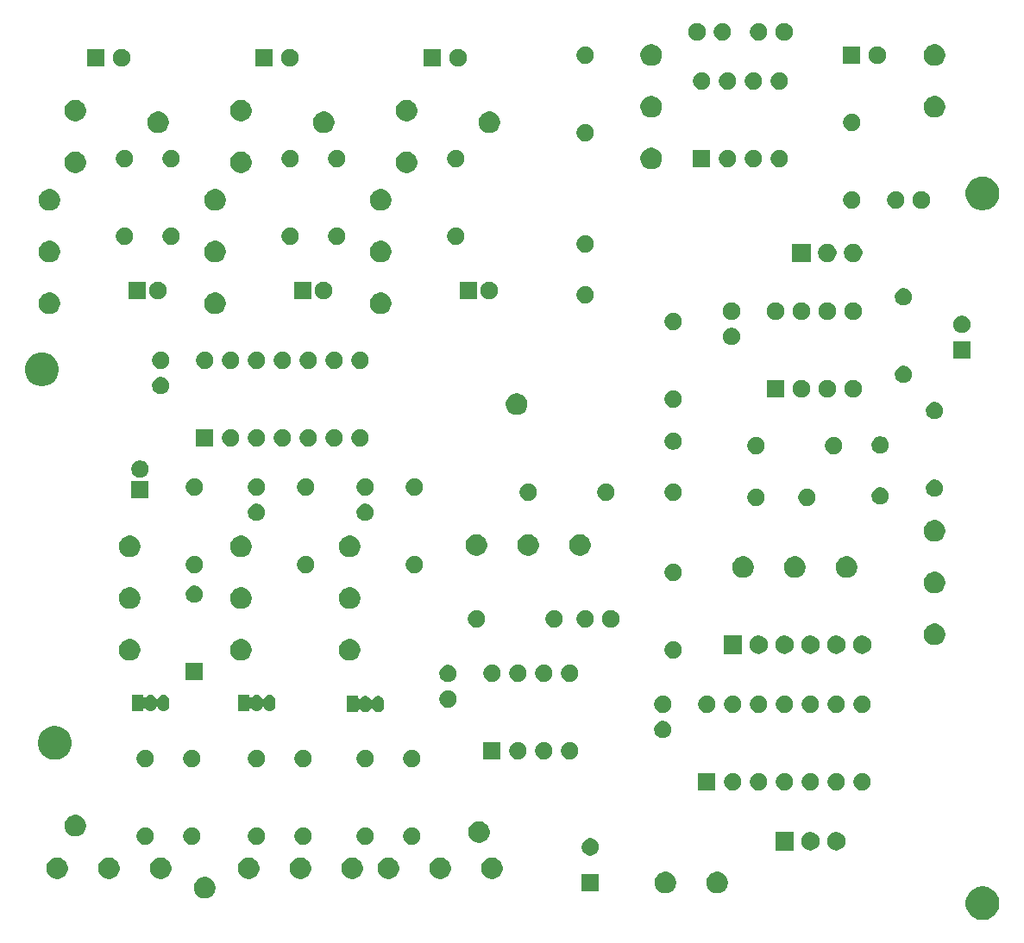
<source format=gbr>
G04 #@! TF.GenerationSoftware,KiCad,Pcbnew,5.1.5-52549c5~84~ubuntu18.04.1*
G04 #@! TF.CreationDate,2019-12-12T20:34:07+01:00*
G04 #@! TF.ProjectId,Sustainer,53757374-6169-46e6-9572-2e6b69636164,rev?*
G04 #@! TF.SameCoordinates,Original*
G04 #@! TF.FileFunction,Soldermask,Bot*
G04 #@! TF.FilePolarity,Negative*
%FSLAX46Y46*%
G04 Gerber Fmt 4.6, Leading zero omitted, Abs format (unit mm)*
G04 Created by KiCad (PCBNEW 5.1.5-52549c5~84~ubuntu18.04.1) date 2019-12-12 20:34:07*
%MOMM*%
%LPD*%
G04 APERTURE LIST*
%ADD10C,0.100000*%
G04 APERTURE END LIST*
D10*
G36*
X176778256Y-146473298D02*
G01*
X176884579Y-146494447D01*
X177185042Y-146618903D01*
X177455451Y-146799585D01*
X177685415Y-147029549D01*
X177866097Y-147299958D01*
X177990553Y-147600421D01*
X178054000Y-147919391D01*
X178054000Y-148244609D01*
X177990553Y-148563579D01*
X177866097Y-148864042D01*
X177685415Y-149134451D01*
X177455451Y-149364415D01*
X177185042Y-149545097D01*
X176884579Y-149669553D01*
X176778256Y-149690702D01*
X176565611Y-149733000D01*
X176240389Y-149733000D01*
X176027744Y-149690702D01*
X175921421Y-149669553D01*
X175620958Y-149545097D01*
X175350549Y-149364415D01*
X175120585Y-149134451D01*
X174939903Y-148864042D01*
X174815447Y-148563579D01*
X174752000Y-148244609D01*
X174752000Y-147919391D01*
X174815447Y-147600421D01*
X174939903Y-147299958D01*
X175120585Y-147029549D01*
X175350549Y-146799585D01*
X175620958Y-146618903D01*
X175921421Y-146494447D01*
X176027744Y-146473298D01*
X176240389Y-146431000D01*
X176565611Y-146431000D01*
X176778256Y-146473298D01*
G37*
G36*
X100382564Y-145547389D02*
G01*
X100471880Y-145584385D01*
X100573835Y-145626616D01*
X100629200Y-145663610D01*
X100745973Y-145741635D01*
X100892365Y-145888027D01*
X101007385Y-146060167D01*
X101086611Y-146251436D01*
X101127000Y-146454484D01*
X101127000Y-146661516D01*
X101086611Y-146864564D01*
X101038222Y-146981385D01*
X101007384Y-147055835D01*
X100892365Y-147227973D01*
X100745973Y-147374365D01*
X100573835Y-147489384D01*
X100573834Y-147489385D01*
X100573833Y-147489385D01*
X100382564Y-147568611D01*
X100179516Y-147609000D01*
X99972484Y-147609000D01*
X99769436Y-147568611D01*
X99578167Y-147489385D01*
X99578166Y-147489385D01*
X99578165Y-147489384D01*
X99406027Y-147374365D01*
X99259635Y-147227973D01*
X99144616Y-147055835D01*
X99113778Y-146981385D01*
X99065389Y-146864564D01*
X99025000Y-146661516D01*
X99025000Y-146454484D01*
X99065389Y-146251436D01*
X99144615Y-146060167D01*
X99259635Y-145888027D01*
X99406027Y-145741635D01*
X99522800Y-145663610D01*
X99578165Y-145626616D01*
X99680120Y-145584385D01*
X99769436Y-145547389D01*
X99972484Y-145507000D01*
X100179516Y-145507000D01*
X100382564Y-145547389D01*
G37*
G36*
X150674564Y-145039389D02*
G01*
X150865833Y-145118615D01*
X150865835Y-145118616D01*
X151037973Y-145233635D01*
X151184365Y-145380027D01*
X151296193Y-145547389D01*
X151299385Y-145552167D01*
X151378611Y-145743436D01*
X151419000Y-145946484D01*
X151419000Y-146153516D01*
X151378611Y-146356564D01*
X151338051Y-146454484D01*
X151299384Y-146547835D01*
X151184365Y-146719973D01*
X151037973Y-146866365D01*
X150865835Y-146981384D01*
X150865834Y-146981385D01*
X150865833Y-146981385D01*
X150674564Y-147060611D01*
X150471516Y-147101000D01*
X150264484Y-147101000D01*
X150061436Y-147060611D01*
X149870167Y-146981385D01*
X149870166Y-146981385D01*
X149870165Y-146981384D01*
X149698027Y-146866365D01*
X149551635Y-146719973D01*
X149436616Y-146547835D01*
X149397949Y-146454484D01*
X149357389Y-146356564D01*
X149317000Y-146153516D01*
X149317000Y-145946484D01*
X149357389Y-145743436D01*
X149436615Y-145552167D01*
X149439808Y-145547389D01*
X149551635Y-145380027D01*
X149698027Y-145233635D01*
X149870165Y-145118616D01*
X149870167Y-145118615D01*
X150061436Y-145039389D01*
X150264484Y-144999000D01*
X150471516Y-144999000D01*
X150674564Y-145039389D01*
G37*
G36*
X145594564Y-145039389D02*
G01*
X145785833Y-145118615D01*
X145785835Y-145118616D01*
X145957973Y-145233635D01*
X146104365Y-145380027D01*
X146216193Y-145547389D01*
X146219385Y-145552167D01*
X146298611Y-145743436D01*
X146339000Y-145946484D01*
X146339000Y-146153516D01*
X146298611Y-146356564D01*
X146258051Y-146454484D01*
X146219384Y-146547835D01*
X146104365Y-146719973D01*
X145957973Y-146866365D01*
X145785835Y-146981384D01*
X145785834Y-146981385D01*
X145785833Y-146981385D01*
X145594564Y-147060611D01*
X145391516Y-147101000D01*
X145184484Y-147101000D01*
X144981436Y-147060611D01*
X144790167Y-146981385D01*
X144790166Y-146981385D01*
X144790165Y-146981384D01*
X144618027Y-146866365D01*
X144471635Y-146719973D01*
X144356616Y-146547835D01*
X144317949Y-146454484D01*
X144277389Y-146356564D01*
X144237000Y-146153516D01*
X144237000Y-145946484D01*
X144277389Y-145743436D01*
X144356615Y-145552167D01*
X144359808Y-145547389D01*
X144471635Y-145380027D01*
X144618027Y-145233635D01*
X144790165Y-145118616D01*
X144790167Y-145118615D01*
X144981436Y-145039389D01*
X145184484Y-144999000D01*
X145391516Y-144999000D01*
X145594564Y-145039389D01*
G37*
G36*
X138773000Y-146901000D02*
G01*
X137071000Y-146901000D01*
X137071000Y-145199000D01*
X138773000Y-145199000D01*
X138773000Y-146901000D01*
G37*
G36*
X123496564Y-143642389D02*
G01*
X123687833Y-143721615D01*
X123687835Y-143721616D01*
X123859973Y-143836635D01*
X124006365Y-143983027D01*
X124121385Y-144155167D01*
X124200611Y-144346436D01*
X124241000Y-144549484D01*
X124241000Y-144756516D01*
X124200611Y-144959564D01*
X124121385Y-145150833D01*
X124121384Y-145150835D01*
X124006365Y-145322973D01*
X123859973Y-145469365D01*
X123687835Y-145584384D01*
X123687834Y-145584385D01*
X123687833Y-145584385D01*
X123496564Y-145663611D01*
X123293516Y-145704000D01*
X123086484Y-145704000D01*
X122883436Y-145663611D01*
X122692167Y-145584385D01*
X122692166Y-145584385D01*
X122692165Y-145584384D01*
X122520027Y-145469365D01*
X122373635Y-145322973D01*
X122258616Y-145150835D01*
X122258615Y-145150833D01*
X122179389Y-144959564D01*
X122139000Y-144756516D01*
X122139000Y-144549484D01*
X122179389Y-144346436D01*
X122258615Y-144155167D01*
X122373635Y-143983027D01*
X122520027Y-143836635D01*
X122692165Y-143721616D01*
X122692167Y-143721615D01*
X122883436Y-143642389D01*
X123086484Y-143602000D01*
X123293516Y-143602000D01*
X123496564Y-143642389D01*
G37*
G36*
X128576564Y-143642389D02*
G01*
X128767833Y-143721615D01*
X128767835Y-143721616D01*
X128939973Y-143836635D01*
X129086365Y-143983027D01*
X129201385Y-144155167D01*
X129280611Y-144346436D01*
X129321000Y-144549484D01*
X129321000Y-144756516D01*
X129280611Y-144959564D01*
X129201385Y-145150833D01*
X129201384Y-145150835D01*
X129086365Y-145322973D01*
X128939973Y-145469365D01*
X128767835Y-145584384D01*
X128767834Y-145584385D01*
X128767833Y-145584385D01*
X128576564Y-145663611D01*
X128373516Y-145704000D01*
X128166484Y-145704000D01*
X127963436Y-145663611D01*
X127772167Y-145584385D01*
X127772166Y-145584385D01*
X127772165Y-145584384D01*
X127600027Y-145469365D01*
X127453635Y-145322973D01*
X127338616Y-145150835D01*
X127338615Y-145150833D01*
X127259389Y-144959564D01*
X127219000Y-144756516D01*
X127219000Y-144549484D01*
X127259389Y-144346436D01*
X127338615Y-144155167D01*
X127453635Y-143983027D01*
X127600027Y-143836635D01*
X127772165Y-143721616D01*
X127772167Y-143721615D01*
X127963436Y-143642389D01*
X128166484Y-143602000D01*
X128373516Y-143602000D01*
X128576564Y-143642389D01*
G37*
G36*
X104700564Y-143642389D02*
G01*
X104891833Y-143721615D01*
X104891835Y-143721616D01*
X105063973Y-143836635D01*
X105210365Y-143983027D01*
X105325385Y-144155167D01*
X105404611Y-144346436D01*
X105445000Y-144549484D01*
X105445000Y-144756516D01*
X105404611Y-144959564D01*
X105325385Y-145150833D01*
X105325384Y-145150835D01*
X105210365Y-145322973D01*
X105063973Y-145469365D01*
X104891835Y-145584384D01*
X104891834Y-145584385D01*
X104891833Y-145584385D01*
X104700564Y-145663611D01*
X104497516Y-145704000D01*
X104290484Y-145704000D01*
X104087436Y-145663611D01*
X103896167Y-145584385D01*
X103896166Y-145584385D01*
X103896165Y-145584384D01*
X103724027Y-145469365D01*
X103577635Y-145322973D01*
X103462616Y-145150835D01*
X103462615Y-145150833D01*
X103383389Y-144959564D01*
X103343000Y-144756516D01*
X103343000Y-144549484D01*
X103383389Y-144346436D01*
X103462615Y-144155167D01*
X103577635Y-143983027D01*
X103724027Y-143836635D01*
X103896165Y-143721616D01*
X103896167Y-143721615D01*
X104087436Y-143642389D01*
X104290484Y-143602000D01*
X104497516Y-143602000D01*
X104700564Y-143642389D01*
G37*
G36*
X109780564Y-143642389D02*
G01*
X109971833Y-143721615D01*
X109971835Y-143721616D01*
X110143973Y-143836635D01*
X110290365Y-143983027D01*
X110405385Y-144155167D01*
X110484611Y-144346436D01*
X110525000Y-144549484D01*
X110525000Y-144756516D01*
X110484611Y-144959564D01*
X110405385Y-145150833D01*
X110405384Y-145150835D01*
X110290365Y-145322973D01*
X110143973Y-145469365D01*
X109971835Y-145584384D01*
X109971834Y-145584385D01*
X109971833Y-145584385D01*
X109780564Y-145663611D01*
X109577516Y-145704000D01*
X109370484Y-145704000D01*
X109167436Y-145663611D01*
X108976167Y-145584385D01*
X108976166Y-145584385D01*
X108976165Y-145584384D01*
X108804027Y-145469365D01*
X108657635Y-145322973D01*
X108542616Y-145150835D01*
X108542615Y-145150833D01*
X108463389Y-144959564D01*
X108423000Y-144756516D01*
X108423000Y-144549484D01*
X108463389Y-144346436D01*
X108542615Y-144155167D01*
X108657635Y-143983027D01*
X108804027Y-143836635D01*
X108976165Y-143721616D01*
X108976167Y-143721615D01*
X109167436Y-143642389D01*
X109370484Y-143602000D01*
X109577516Y-143602000D01*
X109780564Y-143642389D01*
G37*
G36*
X114860564Y-143642389D02*
G01*
X115051833Y-143721615D01*
X115051835Y-143721616D01*
X115223973Y-143836635D01*
X115370365Y-143983027D01*
X115485385Y-144155167D01*
X115564611Y-144346436D01*
X115605000Y-144549484D01*
X115605000Y-144756516D01*
X115564611Y-144959564D01*
X115485385Y-145150833D01*
X115485384Y-145150835D01*
X115370365Y-145322973D01*
X115223973Y-145469365D01*
X115051835Y-145584384D01*
X115051834Y-145584385D01*
X115051833Y-145584385D01*
X114860564Y-145663611D01*
X114657516Y-145704000D01*
X114450484Y-145704000D01*
X114247436Y-145663611D01*
X114056167Y-145584385D01*
X114056166Y-145584385D01*
X114056165Y-145584384D01*
X113884027Y-145469365D01*
X113737635Y-145322973D01*
X113622616Y-145150835D01*
X113622615Y-145150833D01*
X113543389Y-144959564D01*
X113503000Y-144756516D01*
X113503000Y-144549484D01*
X113543389Y-144346436D01*
X113622615Y-144155167D01*
X113737635Y-143983027D01*
X113884027Y-143836635D01*
X114056165Y-143721616D01*
X114056167Y-143721615D01*
X114247436Y-143642389D01*
X114450484Y-143602000D01*
X114657516Y-143602000D01*
X114860564Y-143642389D01*
G37*
G36*
X85904564Y-143642389D02*
G01*
X86095833Y-143721615D01*
X86095835Y-143721616D01*
X86267973Y-143836635D01*
X86414365Y-143983027D01*
X86529385Y-144155167D01*
X86608611Y-144346436D01*
X86649000Y-144549484D01*
X86649000Y-144756516D01*
X86608611Y-144959564D01*
X86529385Y-145150833D01*
X86529384Y-145150835D01*
X86414365Y-145322973D01*
X86267973Y-145469365D01*
X86095835Y-145584384D01*
X86095834Y-145584385D01*
X86095833Y-145584385D01*
X85904564Y-145663611D01*
X85701516Y-145704000D01*
X85494484Y-145704000D01*
X85291436Y-145663611D01*
X85100167Y-145584385D01*
X85100166Y-145584385D01*
X85100165Y-145584384D01*
X84928027Y-145469365D01*
X84781635Y-145322973D01*
X84666616Y-145150835D01*
X84666615Y-145150833D01*
X84587389Y-144959564D01*
X84547000Y-144756516D01*
X84547000Y-144549484D01*
X84587389Y-144346436D01*
X84666615Y-144155167D01*
X84781635Y-143983027D01*
X84928027Y-143836635D01*
X85100165Y-143721616D01*
X85100167Y-143721615D01*
X85291436Y-143642389D01*
X85494484Y-143602000D01*
X85701516Y-143602000D01*
X85904564Y-143642389D01*
G37*
G36*
X90984564Y-143642389D02*
G01*
X91175833Y-143721615D01*
X91175835Y-143721616D01*
X91347973Y-143836635D01*
X91494365Y-143983027D01*
X91609385Y-144155167D01*
X91688611Y-144346436D01*
X91729000Y-144549484D01*
X91729000Y-144756516D01*
X91688611Y-144959564D01*
X91609385Y-145150833D01*
X91609384Y-145150835D01*
X91494365Y-145322973D01*
X91347973Y-145469365D01*
X91175835Y-145584384D01*
X91175834Y-145584385D01*
X91175833Y-145584385D01*
X90984564Y-145663611D01*
X90781516Y-145704000D01*
X90574484Y-145704000D01*
X90371436Y-145663611D01*
X90180167Y-145584385D01*
X90180166Y-145584385D01*
X90180165Y-145584384D01*
X90008027Y-145469365D01*
X89861635Y-145322973D01*
X89746616Y-145150835D01*
X89746615Y-145150833D01*
X89667389Y-144959564D01*
X89627000Y-144756516D01*
X89627000Y-144549484D01*
X89667389Y-144346436D01*
X89746615Y-144155167D01*
X89861635Y-143983027D01*
X90008027Y-143836635D01*
X90180165Y-143721616D01*
X90180167Y-143721615D01*
X90371436Y-143642389D01*
X90574484Y-143602000D01*
X90781516Y-143602000D01*
X90984564Y-143642389D01*
G37*
G36*
X96064564Y-143642389D02*
G01*
X96255833Y-143721615D01*
X96255835Y-143721616D01*
X96427973Y-143836635D01*
X96574365Y-143983027D01*
X96689385Y-144155167D01*
X96768611Y-144346436D01*
X96809000Y-144549484D01*
X96809000Y-144756516D01*
X96768611Y-144959564D01*
X96689385Y-145150833D01*
X96689384Y-145150835D01*
X96574365Y-145322973D01*
X96427973Y-145469365D01*
X96255835Y-145584384D01*
X96255834Y-145584385D01*
X96255833Y-145584385D01*
X96064564Y-145663611D01*
X95861516Y-145704000D01*
X95654484Y-145704000D01*
X95451436Y-145663611D01*
X95260167Y-145584385D01*
X95260166Y-145584385D01*
X95260165Y-145584384D01*
X95088027Y-145469365D01*
X94941635Y-145322973D01*
X94826616Y-145150835D01*
X94826615Y-145150833D01*
X94747389Y-144959564D01*
X94707000Y-144756516D01*
X94707000Y-144549484D01*
X94747389Y-144346436D01*
X94826615Y-144155167D01*
X94941635Y-143983027D01*
X95088027Y-143836635D01*
X95260165Y-143721616D01*
X95260167Y-143721615D01*
X95451436Y-143642389D01*
X95654484Y-143602000D01*
X95861516Y-143602000D01*
X96064564Y-143642389D01*
G37*
G36*
X118416564Y-143642389D02*
G01*
X118607833Y-143721615D01*
X118607835Y-143721616D01*
X118779973Y-143836635D01*
X118926365Y-143983027D01*
X119041385Y-144155167D01*
X119120611Y-144346436D01*
X119161000Y-144549484D01*
X119161000Y-144756516D01*
X119120611Y-144959564D01*
X119041385Y-145150833D01*
X119041384Y-145150835D01*
X118926365Y-145322973D01*
X118779973Y-145469365D01*
X118607835Y-145584384D01*
X118607834Y-145584385D01*
X118607833Y-145584385D01*
X118416564Y-145663611D01*
X118213516Y-145704000D01*
X118006484Y-145704000D01*
X117803436Y-145663611D01*
X117612167Y-145584385D01*
X117612166Y-145584385D01*
X117612165Y-145584384D01*
X117440027Y-145469365D01*
X117293635Y-145322973D01*
X117178616Y-145150835D01*
X117178615Y-145150833D01*
X117099389Y-144959564D01*
X117059000Y-144756516D01*
X117059000Y-144549484D01*
X117099389Y-144346436D01*
X117178615Y-144155167D01*
X117293635Y-143983027D01*
X117440027Y-143836635D01*
X117612165Y-143721616D01*
X117612167Y-143721615D01*
X117803436Y-143642389D01*
X118006484Y-143602000D01*
X118213516Y-143602000D01*
X118416564Y-143642389D01*
G37*
G36*
X138170228Y-141731703D02*
G01*
X138325100Y-141795853D01*
X138464481Y-141888985D01*
X138583015Y-142007519D01*
X138676147Y-142146900D01*
X138740297Y-142301772D01*
X138773000Y-142466184D01*
X138773000Y-142633816D01*
X138740297Y-142798228D01*
X138676147Y-142953100D01*
X138583015Y-143092481D01*
X138464481Y-143211015D01*
X138325100Y-143304147D01*
X138170228Y-143368297D01*
X138005816Y-143401000D01*
X137838184Y-143401000D01*
X137673772Y-143368297D01*
X137518900Y-143304147D01*
X137379519Y-143211015D01*
X137260985Y-143092481D01*
X137167853Y-142953100D01*
X137103703Y-142798228D01*
X137071000Y-142633816D01*
X137071000Y-142466184D01*
X137103703Y-142301772D01*
X137167853Y-142146900D01*
X137260985Y-142007519D01*
X137379519Y-141888985D01*
X137518900Y-141795853D01*
X137673772Y-141731703D01*
X137838184Y-141699000D01*
X138005816Y-141699000D01*
X138170228Y-141731703D01*
G37*
G36*
X159625512Y-141089927D02*
G01*
X159774812Y-141119624D01*
X159938784Y-141187544D01*
X160086354Y-141286147D01*
X160211853Y-141411646D01*
X160310456Y-141559216D01*
X160378376Y-141723188D01*
X160413000Y-141897259D01*
X160413000Y-142074741D01*
X160378376Y-142248812D01*
X160310456Y-142412784D01*
X160211853Y-142560354D01*
X160086354Y-142685853D01*
X159938784Y-142784456D01*
X159774812Y-142852376D01*
X159625512Y-142882073D01*
X159600742Y-142887000D01*
X159423258Y-142887000D01*
X159398488Y-142882073D01*
X159249188Y-142852376D01*
X159085216Y-142784456D01*
X158937646Y-142685853D01*
X158812147Y-142560354D01*
X158713544Y-142412784D01*
X158645624Y-142248812D01*
X158611000Y-142074741D01*
X158611000Y-141897259D01*
X158645624Y-141723188D01*
X158713544Y-141559216D01*
X158812147Y-141411646D01*
X158937646Y-141286147D01*
X159085216Y-141187544D01*
X159249188Y-141119624D01*
X159398488Y-141089927D01*
X159423258Y-141085000D01*
X159600742Y-141085000D01*
X159625512Y-141089927D01*
G37*
G36*
X157873000Y-142887000D02*
G01*
X156071000Y-142887000D01*
X156071000Y-141085000D01*
X157873000Y-141085000D01*
X157873000Y-142887000D01*
G37*
G36*
X162165512Y-141089927D02*
G01*
X162314812Y-141119624D01*
X162478784Y-141187544D01*
X162626354Y-141286147D01*
X162751853Y-141411646D01*
X162850456Y-141559216D01*
X162918376Y-141723188D01*
X162953000Y-141897259D01*
X162953000Y-142074741D01*
X162918376Y-142248812D01*
X162850456Y-142412784D01*
X162751853Y-142560354D01*
X162626354Y-142685853D01*
X162478784Y-142784456D01*
X162314812Y-142852376D01*
X162165512Y-142882073D01*
X162140742Y-142887000D01*
X161963258Y-142887000D01*
X161938488Y-142882073D01*
X161789188Y-142852376D01*
X161625216Y-142784456D01*
X161477646Y-142685853D01*
X161352147Y-142560354D01*
X161253544Y-142412784D01*
X161185624Y-142248812D01*
X161151000Y-142074741D01*
X161151000Y-141897259D01*
X161185624Y-141723188D01*
X161253544Y-141559216D01*
X161352147Y-141411646D01*
X161477646Y-141286147D01*
X161625216Y-141187544D01*
X161789188Y-141119624D01*
X161938488Y-141089927D01*
X161963258Y-141085000D01*
X162140742Y-141085000D01*
X162165512Y-141089927D01*
G37*
G36*
X120644228Y-140659703D02*
G01*
X120799100Y-140723853D01*
X120938481Y-140816985D01*
X121057015Y-140935519D01*
X121150147Y-141074900D01*
X121214297Y-141229772D01*
X121247000Y-141394184D01*
X121247000Y-141561816D01*
X121214297Y-141726228D01*
X121150147Y-141881100D01*
X121057015Y-142020481D01*
X120938481Y-142139015D01*
X120799100Y-142232147D01*
X120644228Y-142296297D01*
X120479816Y-142329000D01*
X120312184Y-142329000D01*
X120147772Y-142296297D01*
X119992900Y-142232147D01*
X119853519Y-142139015D01*
X119734985Y-142020481D01*
X119641853Y-141881100D01*
X119577703Y-141726228D01*
X119545000Y-141561816D01*
X119545000Y-141394184D01*
X119577703Y-141229772D01*
X119641853Y-141074900D01*
X119734985Y-140935519D01*
X119853519Y-140816985D01*
X119992900Y-140723853D01*
X120147772Y-140659703D01*
X120312184Y-140627000D01*
X120479816Y-140627000D01*
X120644228Y-140659703D01*
G37*
G36*
X109976228Y-140659703D02*
G01*
X110131100Y-140723853D01*
X110270481Y-140816985D01*
X110389015Y-140935519D01*
X110482147Y-141074900D01*
X110546297Y-141229772D01*
X110579000Y-141394184D01*
X110579000Y-141561816D01*
X110546297Y-141726228D01*
X110482147Y-141881100D01*
X110389015Y-142020481D01*
X110270481Y-142139015D01*
X110131100Y-142232147D01*
X109976228Y-142296297D01*
X109811816Y-142329000D01*
X109644184Y-142329000D01*
X109479772Y-142296297D01*
X109324900Y-142232147D01*
X109185519Y-142139015D01*
X109066985Y-142020481D01*
X108973853Y-141881100D01*
X108909703Y-141726228D01*
X108877000Y-141561816D01*
X108877000Y-141394184D01*
X108909703Y-141229772D01*
X108973853Y-141074900D01*
X109066985Y-140935519D01*
X109185519Y-140816985D01*
X109324900Y-140723853D01*
X109479772Y-140659703D01*
X109644184Y-140627000D01*
X109811816Y-140627000D01*
X109976228Y-140659703D01*
G37*
G36*
X116072228Y-140659703D02*
G01*
X116227100Y-140723853D01*
X116366481Y-140816985D01*
X116485015Y-140935519D01*
X116578147Y-141074900D01*
X116642297Y-141229772D01*
X116675000Y-141394184D01*
X116675000Y-141561816D01*
X116642297Y-141726228D01*
X116578147Y-141881100D01*
X116485015Y-142020481D01*
X116366481Y-142139015D01*
X116227100Y-142232147D01*
X116072228Y-142296297D01*
X115907816Y-142329000D01*
X115740184Y-142329000D01*
X115575772Y-142296297D01*
X115420900Y-142232147D01*
X115281519Y-142139015D01*
X115162985Y-142020481D01*
X115069853Y-141881100D01*
X115005703Y-141726228D01*
X114973000Y-141561816D01*
X114973000Y-141394184D01*
X115005703Y-141229772D01*
X115069853Y-141074900D01*
X115162985Y-140935519D01*
X115281519Y-140816985D01*
X115420900Y-140723853D01*
X115575772Y-140659703D01*
X115740184Y-140627000D01*
X115907816Y-140627000D01*
X116072228Y-140659703D01*
G37*
G36*
X99054228Y-140659703D02*
G01*
X99209100Y-140723853D01*
X99348481Y-140816985D01*
X99467015Y-140935519D01*
X99560147Y-141074900D01*
X99624297Y-141229772D01*
X99657000Y-141394184D01*
X99657000Y-141561816D01*
X99624297Y-141726228D01*
X99560147Y-141881100D01*
X99467015Y-142020481D01*
X99348481Y-142139015D01*
X99209100Y-142232147D01*
X99054228Y-142296297D01*
X98889816Y-142329000D01*
X98722184Y-142329000D01*
X98557772Y-142296297D01*
X98402900Y-142232147D01*
X98263519Y-142139015D01*
X98144985Y-142020481D01*
X98051853Y-141881100D01*
X97987703Y-141726228D01*
X97955000Y-141561816D01*
X97955000Y-141394184D01*
X97987703Y-141229772D01*
X98051853Y-141074900D01*
X98144985Y-140935519D01*
X98263519Y-140816985D01*
X98402900Y-140723853D01*
X98557772Y-140659703D01*
X98722184Y-140627000D01*
X98889816Y-140627000D01*
X99054228Y-140659703D01*
G37*
G36*
X94482228Y-140659703D02*
G01*
X94637100Y-140723853D01*
X94776481Y-140816985D01*
X94895015Y-140935519D01*
X94988147Y-141074900D01*
X95052297Y-141229772D01*
X95085000Y-141394184D01*
X95085000Y-141561816D01*
X95052297Y-141726228D01*
X94988147Y-141881100D01*
X94895015Y-142020481D01*
X94776481Y-142139015D01*
X94637100Y-142232147D01*
X94482228Y-142296297D01*
X94317816Y-142329000D01*
X94150184Y-142329000D01*
X93985772Y-142296297D01*
X93830900Y-142232147D01*
X93691519Y-142139015D01*
X93572985Y-142020481D01*
X93479853Y-141881100D01*
X93415703Y-141726228D01*
X93383000Y-141561816D01*
X93383000Y-141394184D01*
X93415703Y-141229772D01*
X93479853Y-141074900D01*
X93572985Y-140935519D01*
X93691519Y-140816985D01*
X93830900Y-140723853D01*
X93985772Y-140659703D01*
X94150184Y-140627000D01*
X94317816Y-140627000D01*
X94482228Y-140659703D01*
G37*
G36*
X105404228Y-140659703D02*
G01*
X105559100Y-140723853D01*
X105698481Y-140816985D01*
X105817015Y-140935519D01*
X105910147Y-141074900D01*
X105974297Y-141229772D01*
X106007000Y-141394184D01*
X106007000Y-141561816D01*
X105974297Y-141726228D01*
X105910147Y-141881100D01*
X105817015Y-142020481D01*
X105698481Y-142139015D01*
X105559100Y-142232147D01*
X105404228Y-142296297D01*
X105239816Y-142329000D01*
X105072184Y-142329000D01*
X104907772Y-142296297D01*
X104752900Y-142232147D01*
X104613519Y-142139015D01*
X104494985Y-142020481D01*
X104401853Y-141881100D01*
X104337703Y-141726228D01*
X104305000Y-141561816D01*
X104305000Y-141394184D01*
X104337703Y-141229772D01*
X104401853Y-141074900D01*
X104494985Y-140935519D01*
X104613519Y-140816985D01*
X104752900Y-140723853D01*
X104907772Y-140659703D01*
X105072184Y-140627000D01*
X105239816Y-140627000D01*
X105404228Y-140659703D01*
G37*
G36*
X127306564Y-140086389D02*
G01*
X127497833Y-140165615D01*
X127497835Y-140165616D01*
X127669973Y-140280635D01*
X127816365Y-140427027D01*
X127931385Y-140599167D01*
X128010611Y-140790436D01*
X128051000Y-140993484D01*
X128051000Y-141200516D01*
X128010611Y-141403564D01*
X127965281Y-141513000D01*
X127931384Y-141594835D01*
X127816365Y-141766973D01*
X127669973Y-141913365D01*
X127497835Y-142028384D01*
X127497834Y-142028385D01*
X127497833Y-142028385D01*
X127306564Y-142107611D01*
X127103516Y-142148000D01*
X126896484Y-142148000D01*
X126693436Y-142107611D01*
X126502167Y-142028385D01*
X126502166Y-142028385D01*
X126502165Y-142028384D01*
X126330027Y-141913365D01*
X126183635Y-141766973D01*
X126068616Y-141594835D01*
X126034719Y-141513000D01*
X125989389Y-141403564D01*
X125949000Y-141200516D01*
X125949000Y-140993484D01*
X125989389Y-140790436D01*
X126068615Y-140599167D01*
X126183635Y-140427027D01*
X126330027Y-140280635D01*
X126502165Y-140165616D01*
X126502167Y-140165615D01*
X126693436Y-140086389D01*
X126896484Y-140046000D01*
X127103516Y-140046000D01*
X127306564Y-140086389D01*
G37*
G36*
X87682564Y-139451389D02*
G01*
X87873833Y-139530615D01*
X87873835Y-139530616D01*
X88045973Y-139645635D01*
X88192365Y-139792027D01*
X88307385Y-139964167D01*
X88386611Y-140155436D01*
X88427000Y-140358484D01*
X88427000Y-140565516D01*
X88386611Y-140768564D01*
X88377551Y-140790436D01*
X88307384Y-140959835D01*
X88192365Y-141131973D01*
X88045973Y-141278365D01*
X87873835Y-141393384D01*
X87873834Y-141393385D01*
X87873833Y-141393385D01*
X87682564Y-141472611D01*
X87479516Y-141513000D01*
X87272484Y-141513000D01*
X87069436Y-141472611D01*
X86878167Y-141393385D01*
X86878166Y-141393385D01*
X86878165Y-141393384D01*
X86706027Y-141278365D01*
X86559635Y-141131973D01*
X86444616Y-140959835D01*
X86374449Y-140790436D01*
X86365389Y-140768564D01*
X86325000Y-140565516D01*
X86325000Y-140358484D01*
X86365389Y-140155436D01*
X86444615Y-139964167D01*
X86559635Y-139792027D01*
X86706027Y-139645635D01*
X86878165Y-139530616D01*
X86878167Y-139530615D01*
X87069436Y-139451389D01*
X87272484Y-139411000D01*
X87479516Y-139411000D01*
X87682564Y-139451389D01*
G37*
G36*
X164840228Y-135325703D02*
G01*
X164995100Y-135389853D01*
X165134481Y-135482985D01*
X165253015Y-135601519D01*
X165346147Y-135740900D01*
X165410297Y-135895772D01*
X165443000Y-136060184D01*
X165443000Y-136227816D01*
X165410297Y-136392228D01*
X165346147Y-136547100D01*
X165253015Y-136686481D01*
X165134481Y-136805015D01*
X164995100Y-136898147D01*
X164840228Y-136962297D01*
X164675816Y-136995000D01*
X164508184Y-136995000D01*
X164343772Y-136962297D01*
X164188900Y-136898147D01*
X164049519Y-136805015D01*
X163930985Y-136686481D01*
X163837853Y-136547100D01*
X163773703Y-136392228D01*
X163741000Y-136227816D01*
X163741000Y-136060184D01*
X163773703Y-135895772D01*
X163837853Y-135740900D01*
X163930985Y-135601519D01*
X164049519Y-135482985D01*
X164188900Y-135389853D01*
X164343772Y-135325703D01*
X164508184Y-135293000D01*
X164675816Y-135293000D01*
X164840228Y-135325703D01*
G37*
G36*
X162300228Y-135325703D02*
G01*
X162455100Y-135389853D01*
X162594481Y-135482985D01*
X162713015Y-135601519D01*
X162806147Y-135740900D01*
X162870297Y-135895772D01*
X162903000Y-136060184D01*
X162903000Y-136227816D01*
X162870297Y-136392228D01*
X162806147Y-136547100D01*
X162713015Y-136686481D01*
X162594481Y-136805015D01*
X162455100Y-136898147D01*
X162300228Y-136962297D01*
X162135816Y-136995000D01*
X161968184Y-136995000D01*
X161803772Y-136962297D01*
X161648900Y-136898147D01*
X161509519Y-136805015D01*
X161390985Y-136686481D01*
X161297853Y-136547100D01*
X161233703Y-136392228D01*
X161201000Y-136227816D01*
X161201000Y-136060184D01*
X161233703Y-135895772D01*
X161297853Y-135740900D01*
X161390985Y-135601519D01*
X161509519Y-135482985D01*
X161648900Y-135389853D01*
X161803772Y-135325703D01*
X161968184Y-135293000D01*
X162135816Y-135293000D01*
X162300228Y-135325703D01*
G37*
G36*
X150203000Y-136995000D02*
G01*
X148501000Y-136995000D01*
X148501000Y-135293000D01*
X150203000Y-135293000D01*
X150203000Y-136995000D01*
G37*
G36*
X157220228Y-135325703D02*
G01*
X157375100Y-135389853D01*
X157514481Y-135482985D01*
X157633015Y-135601519D01*
X157726147Y-135740900D01*
X157790297Y-135895772D01*
X157823000Y-136060184D01*
X157823000Y-136227816D01*
X157790297Y-136392228D01*
X157726147Y-136547100D01*
X157633015Y-136686481D01*
X157514481Y-136805015D01*
X157375100Y-136898147D01*
X157220228Y-136962297D01*
X157055816Y-136995000D01*
X156888184Y-136995000D01*
X156723772Y-136962297D01*
X156568900Y-136898147D01*
X156429519Y-136805015D01*
X156310985Y-136686481D01*
X156217853Y-136547100D01*
X156153703Y-136392228D01*
X156121000Y-136227816D01*
X156121000Y-136060184D01*
X156153703Y-135895772D01*
X156217853Y-135740900D01*
X156310985Y-135601519D01*
X156429519Y-135482985D01*
X156568900Y-135389853D01*
X156723772Y-135325703D01*
X156888184Y-135293000D01*
X157055816Y-135293000D01*
X157220228Y-135325703D01*
G37*
G36*
X152140228Y-135325703D02*
G01*
X152295100Y-135389853D01*
X152434481Y-135482985D01*
X152553015Y-135601519D01*
X152646147Y-135740900D01*
X152710297Y-135895772D01*
X152743000Y-136060184D01*
X152743000Y-136227816D01*
X152710297Y-136392228D01*
X152646147Y-136547100D01*
X152553015Y-136686481D01*
X152434481Y-136805015D01*
X152295100Y-136898147D01*
X152140228Y-136962297D01*
X151975816Y-136995000D01*
X151808184Y-136995000D01*
X151643772Y-136962297D01*
X151488900Y-136898147D01*
X151349519Y-136805015D01*
X151230985Y-136686481D01*
X151137853Y-136547100D01*
X151073703Y-136392228D01*
X151041000Y-136227816D01*
X151041000Y-136060184D01*
X151073703Y-135895772D01*
X151137853Y-135740900D01*
X151230985Y-135601519D01*
X151349519Y-135482985D01*
X151488900Y-135389853D01*
X151643772Y-135325703D01*
X151808184Y-135293000D01*
X151975816Y-135293000D01*
X152140228Y-135325703D01*
G37*
G36*
X154680228Y-135325703D02*
G01*
X154835100Y-135389853D01*
X154974481Y-135482985D01*
X155093015Y-135601519D01*
X155186147Y-135740900D01*
X155250297Y-135895772D01*
X155283000Y-136060184D01*
X155283000Y-136227816D01*
X155250297Y-136392228D01*
X155186147Y-136547100D01*
X155093015Y-136686481D01*
X154974481Y-136805015D01*
X154835100Y-136898147D01*
X154680228Y-136962297D01*
X154515816Y-136995000D01*
X154348184Y-136995000D01*
X154183772Y-136962297D01*
X154028900Y-136898147D01*
X153889519Y-136805015D01*
X153770985Y-136686481D01*
X153677853Y-136547100D01*
X153613703Y-136392228D01*
X153581000Y-136227816D01*
X153581000Y-136060184D01*
X153613703Y-135895772D01*
X153677853Y-135740900D01*
X153770985Y-135601519D01*
X153889519Y-135482985D01*
X154028900Y-135389853D01*
X154183772Y-135325703D01*
X154348184Y-135293000D01*
X154515816Y-135293000D01*
X154680228Y-135325703D01*
G37*
G36*
X159760228Y-135325703D02*
G01*
X159915100Y-135389853D01*
X160054481Y-135482985D01*
X160173015Y-135601519D01*
X160266147Y-135740900D01*
X160330297Y-135895772D01*
X160363000Y-136060184D01*
X160363000Y-136227816D01*
X160330297Y-136392228D01*
X160266147Y-136547100D01*
X160173015Y-136686481D01*
X160054481Y-136805015D01*
X159915100Y-136898147D01*
X159760228Y-136962297D01*
X159595816Y-136995000D01*
X159428184Y-136995000D01*
X159263772Y-136962297D01*
X159108900Y-136898147D01*
X158969519Y-136805015D01*
X158850985Y-136686481D01*
X158757853Y-136547100D01*
X158693703Y-136392228D01*
X158661000Y-136227816D01*
X158661000Y-136060184D01*
X158693703Y-135895772D01*
X158757853Y-135740900D01*
X158850985Y-135601519D01*
X158969519Y-135482985D01*
X159108900Y-135389853D01*
X159263772Y-135325703D01*
X159428184Y-135293000D01*
X159595816Y-135293000D01*
X159760228Y-135325703D01*
G37*
G36*
X105404228Y-133039703D02*
G01*
X105559100Y-133103853D01*
X105698481Y-133196985D01*
X105817015Y-133315519D01*
X105910147Y-133454900D01*
X105974297Y-133609772D01*
X106007000Y-133774184D01*
X106007000Y-133941816D01*
X105974297Y-134106228D01*
X105910147Y-134261100D01*
X105817015Y-134400481D01*
X105698481Y-134519015D01*
X105559100Y-134612147D01*
X105404228Y-134676297D01*
X105239816Y-134709000D01*
X105072184Y-134709000D01*
X104907772Y-134676297D01*
X104752900Y-134612147D01*
X104613519Y-134519015D01*
X104494985Y-134400481D01*
X104401853Y-134261100D01*
X104337703Y-134106228D01*
X104305000Y-133941816D01*
X104305000Y-133774184D01*
X104337703Y-133609772D01*
X104401853Y-133454900D01*
X104494985Y-133315519D01*
X104613519Y-133196985D01*
X104752900Y-133103853D01*
X104907772Y-133039703D01*
X105072184Y-133007000D01*
X105239816Y-133007000D01*
X105404228Y-133039703D01*
G37*
G36*
X109976228Y-133039703D02*
G01*
X110131100Y-133103853D01*
X110270481Y-133196985D01*
X110389015Y-133315519D01*
X110482147Y-133454900D01*
X110546297Y-133609772D01*
X110579000Y-133774184D01*
X110579000Y-133941816D01*
X110546297Y-134106228D01*
X110482147Y-134261100D01*
X110389015Y-134400481D01*
X110270481Y-134519015D01*
X110131100Y-134612147D01*
X109976228Y-134676297D01*
X109811816Y-134709000D01*
X109644184Y-134709000D01*
X109479772Y-134676297D01*
X109324900Y-134612147D01*
X109185519Y-134519015D01*
X109066985Y-134400481D01*
X108973853Y-134261100D01*
X108909703Y-134106228D01*
X108877000Y-133941816D01*
X108877000Y-133774184D01*
X108909703Y-133609772D01*
X108973853Y-133454900D01*
X109066985Y-133315519D01*
X109185519Y-133196985D01*
X109324900Y-133103853D01*
X109479772Y-133039703D01*
X109644184Y-133007000D01*
X109811816Y-133007000D01*
X109976228Y-133039703D01*
G37*
G36*
X94482228Y-133039703D02*
G01*
X94637100Y-133103853D01*
X94776481Y-133196985D01*
X94895015Y-133315519D01*
X94988147Y-133454900D01*
X95052297Y-133609772D01*
X95085000Y-133774184D01*
X95085000Y-133941816D01*
X95052297Y-134106228D01*
X94988147Y-134261100D01*
X94895015Y-134400481D01*
X94776481Y-134519015D01*
X94637100Y-134612147D01*
X94482228Y-134676297D01*
X94317816Y-134709000D01*
X94150184Y-134709000D01*
X93985772Y-134676297D01*
X93830900Y-134612147D01*
X93691519Y-134519015D01*
X93572985Y-134400481D01*
X93479853Y-134261100D01*
X93415703Y-134106228D01*
X93383000Y-133941816D01*
X93383000Y-133774184D01*
X93415703Y-133609772D01*
X93479853Y-133454900D01*
X93572985Y-133315519D01*
X93691519Y-133196985D01*
X93830900Y-133103853D01*
X93985772Y-133039703D01*
X94150184Y-133007000D01*
X94317816Y-133007000D01*
X94482228Y-133039703D01*
G37*
G36*
X116072228Y-133039703D02*
G01*
X116227100Y-133103853D01*
X116366481Y-133196985D01*
X116485015Y-133315519D01*
X116578147Y-133454900D01*
X116642297Y-133609772D01*
X116675000Y-133774184D01*
X116675000Y-133941816D01*
X116642297Y-134106228D01*
X116578147Y-134261100D01*
X116485015Y-134400481D01*
X116366481Y-134519015D01*
X116227100Y-134612147D01*
X116072228Y-134676297D01*
X115907816Y-134709000D01*
X115740184Y-134709000D01*
X115575772Y-134676297D01*
X115420900Y-134612147D01*
X115281519Y-134519015D01*
X115162985Y-134400481D01*
X115069853Y-134261100D01*
X115005703Y-134106228D01*
X114973000Y-133941816D01*
X114973000Y-133774184D01*
X115005703Y-133609772D01*
X115069853Y-133454900D01*
X115162985Y-133315519D01*
X115281519Y-133196985D01*
X115420900Y-133103853D01*
X115575772Y-133039703D01*
X115740184Y-133007000D01*
X115907816Y-133007000D01*
X116072228Y-133039703D01*
G37*
G36*
X120644228Y-133039703D02*
G01*
X120799100Y-133103853D01*
X120938481Y-133196985D01*
X121057015Y-133315519D01*
X121150147Y-133454900D01*
X121214297Y-133609772D01*
X121247000Y-133774184D01*
X121247000Y-133941816D01*
X121214297Y-134106228D01*
X121150147Y-134261100D01*
X121057015Y-134400481D01*
X120938481Y-134519015D01*
X120799100Y-134612147D01*
X120644228Y-134676297D01*
X120479816Y-134709000D01*
X120312184Y-134709000D01*
X120147772Y-134676297D01*
X119992900Y-134612147D01*
X119853519Y-134519015D01*
X119734985Y-134400481D01*
X119641853Y-134261100D01*
X119577703Y-134106228D01*
X119545000Y-133941816D01*
X119545000Y-133774184D01*
X119577703Y-133609772D01*
X119641853Y-133454900D01*
X119734985Y-133315519D01*
X119853519Y-133196985D01*
X119992900Y-133103853D01*
X120147772Y-133039703D01*
X120312184Y-133007000D01*
X120479816Y-133007000D01*
X120644228Y-133039703D01*
G37*
G36*
X99054228Y-133039703D02*
G01*
X99209100Y-133103853D01*
X99348481Y-133196985D01*
X99467015Y-133315519D01*
X99560147Y-133454900D01*
X99624297Y-133609772D01*
X99657000Y-133774184D01*
X99657000Y-133941816D01*
X99624297Y-134106228D01*
X99560147Y-134261100D01*
X99467015Y-134400481D01*
X99348481Y-134519015D01*
X99209100Y-134612147D01*
X99054228Y-134676297D01*
X98889816Y-134709000D01*
X98722184Y-134709000D01*
X98557772Y-134676297D01*
X98402900Y-134612147D01*
X98263519Y-134519015D01*
X98144985Y-134400481D01*
X98051853Y-134261100D01*
X97987703Y-134106228D01*
X97955000Y-133941816D01*
X97955000Y-133774184D01*
X97987703Y-133609772D01*
X98051853Y-133454900D01*
X98144985Y-133315519D01*
X98263519Y-133196985D01*
X98402900Y-133103853D01*
X98557772Y-133039703D01*
X98722184Y-133007000D01*
X98889816Y-133007000D01*
X99054228Y-133039703D01*
G37*
G36*
X85719256Y-130725298D02*
G01*
X85825579Y-130746447D01*
X86126042Y-130870903D01*
X86396451Y-131051585D01*
X86626415Y-131281549D01*
X86807097Y-131551958D01*
X86931553Y-131852421D01*
X86995000Y-132171391D01*
X86995000Y-132496609D01*
X86931553Y-132815579D01*
X86807097Y-133116042D01*
X86626415Y-133386451D01*
X86396451Y-133616415D01*
X86126042Y-133797097D01*
X85825579Y-133921553D01*
X85723715Y-133941815D01*
X85506611Y-133985000D01*
X85181389Y-133985000D01*
X84964285Y-133941815D01*
X84862421Y-133921553D01*
X84561958Y-133797097D01*
X84291549Y-133616415D01*
X84061585Y-133386451D01*
X83880903Y-133116042D01*
X83756447Y-132815579D01*
X83693000Y-132496609D01*
X83693000Y-132171391D01*
X83756447Y-131852421D01*
X83880903Y-131551958D01*
X84061585Y-131281549D01*
X84291549Y-131051585D01*
X84561958Y-130870903D01*
X84862421Y-130746447D01*
X84968744Y-130725298D01*
X85181389Y-130683000D01*
X85506611Y-130683000D01*
X85719256Y-130725298D01*
G37*
G36*
X136138228Y-132277703D02*
G01*
X136293100Y-132341853D01*
X136432481Y-132434985D01*
X136551015Y-132553519D01*
X136644147Y-132692900D01*
X136708297Y-132847772D01*
X136741000Y-133012184D01*
X136741000Y-133179816D01*
X136708297Y-133344228D01*
X136644147Y-133499100D01*
X136551015Y-133638481D01*
X136432481Y-133757015D01*
X136293100Y-133850147D01*
X136138228Y-133914297D01*
X135973816Y-133947000D01*
X135806184Y-133947000D01*
X135641772Y-133914297D01*
X135486900Y-133850147D01*
X135347519Y-133757015D01*
X135228985Y-133638481D01*
X135135853Y-133499100D01*
X135071703Y-133344228D01*
X135039000Y-133179816D01*
X135039000Y-133012184D01*
X135071703Y-132847772D01*
X135135853Y-132692900D01*
X135228985Y-132553519D01*
X135347519Y-132434985D01*
X135486900Y-132341853D01*
X135641772Y-132277703D01*
X135806184Y-132245000D01*
X135973816Y-132245000D01*
X136138228Y-132277703D01*
G37*
G36*
X133598228Y-132277703D02*
G01*
X133753100Y-132341853D01*
X133892481Y-132434985D01*
X134011015Y-132553519D01*
X134104147Y-132692900D01*
X134168297Y-132847772D01*
X134201000Y-133012184D01*
X134201000Y-133179816D01*
X134168297Y-133344228D01*
X134104147Y-133499100D01*
X134011015Y-133638481D01*
X133892481Y-133757015D01*
X133753100Y-133850147D01*
X133598228Y-133914297D01*
X133433816Y-133947000D01*
X133266184Y-133947000D01*
X133101772Y-133914297D01*
X132946900Y-133850147D01*
X132807519Y-133757015D01*
X132688985Y-133638481D01*
X132595853Y-133499100D01*
X132531703Y-133344228D01*
X132499000Y-133179816D01*
X132499000Y-133012184D01*
X132531703Y-132847772D01*
X132595853Y-132692900D01*
X132688985Y-132553519D01*
X132807519Y-132434985D01*
X132946900Y-132341853D01*
X133101772Y-132277703D01*
X133266184Y-132245000D01*
X133433816Y-132245000D01*
X133598228Y-132277703D01*
G37*
G36*
X131058228Y-132277703D02*
G01*
X131213100Y-132341853D01*
X131352481Y-132434985D01*
X131471015Y-132553519D01*
X131564147Y-132692900D01*
X131628297Y-132847772D01*
X131661000Y-133012184D01*
X131661000Y-133179816D01*
X131628297Y-133344228D01*
X131564147Y-133499100D01*
X131471015Y-133638481D01*
X131352481Y-133757015D01*
X131213100Y-133850147D01*
X131058228Y-133914297D01*
X130893816Y-133947000D01*
X130726184Y-133947000D01*
X130561772Y-133914297D01*
X130406900Y-133850147D01*
X130267519Y-133757015D01*
X130148985Y-133638481D01*
X130055853Y-133499100D01*
X129991703Y-133344228D01*
X129959000Y-133179816D01*
X129959000Y-133012184D01*
X129991703Y-132847772D01*
X130055853Y-132692900D01*
X130148985Y-132553519D01*
X130267519Y-132434985D01*
X130406900Y-132341853D01*
X130561772Y-132277703D01*
X130726184Y-132245000D01*
X130893816Y-132245000D01*
X131058228Y-132277703D01*
G37*
G36*
X129121000Y-133947000D02*
G01*
X127419000Y-133947000D01*
X127419000Y-132245000D01*
X129121000Y-132245000D01*
X129121000Y-133947000D01*
G37*
G36*
X145282228Y-130205703D02*
G01*
X145437100Y-130269853D01*
X145576481Y-130362985D01*
X145695015Y-130481519D01*
X145788147Y-130620900D01*
X145852297Y-130775772D01*
X145885000Y-130940184D01*
X145885000Y-131107816D01*
X145852297Y-131272228D01*
X145788147Y-131427100D01*
X145695015Y-131566481D01*
X145576481Y-131685015D01*
X145437100Y-131778147D01*
X145282228Y-131842297D01*
X145117816Y-131875000D01*
X144950184Y-131875000D01*
X144785772Y-131842297D01*
X144630900Y-131778147D01*
X144491519Y-131685015D01*
X144372985Y-131566481D01*
X144279853Y-131427100D01*
X144215703Y-131272228D01*
X144183000Y-131107816D01*
X144183000Y-130940184D01*
X144215703Y-130775772D01*
X144279853Y-130620900D01*
X144372985Y-130481519D01*
X144491519Y-130362985D01*
X144630900Y-130269853D01*
X144785772Y-130205703D01*
X144950184Y-130173000D01*
X145117816Y-130173000D01*
X145282228Y-130205703D01*
G37*
G36*
X149600228Y-127705703D02*
G01*
X149755100Y-127769853D01*
X149894481Y-127862985D01*
X150013015Y-127981519D01*
X150106147Y-128120900D01*
X150170297Y-128275772D01*
X150203000Y-128440184D01*
X150203000Y-128607816D01*
X150170297Y-128772228D01*
X150106147Y-128927100D01*
X150013015Y-129066481D01*
X149894481Y-129185015D01*
X149755100Y-129278147D01*
X149600228Y-129342297D01*
X149435816Y-129375000D01*
X149268184Y-129375000D01*
X149103772Y-129342297D01*
X148948900Y-129278147D01*
X148809519Y-129185015D01*
X148690985Y-129066481D01*
X148597853Y-128927100D01*
X148533703Y-128772228D01*
X148501000Y-128607816D01*
X148501000Y-128440184D01*
X148533703Y-128275772D01*
X148597853Y-128120900D01*
X148690985Y-127981519D01*
X148809519Y-127862985D01*
X148948900Y-127769853D01*
X149103772Y-127705703D01*
X149268184Y-127673000D01*
X149435816Y-127673000D01*
X149600228Y-127705703D01*
G37*
G36*
X152140228Y-127705703D02*
G01*
X152295100Y-127769853D01*
X152434481Y-127862985D01*
X152553015Y-127981519D01*
X152646147Y-128120900D01*
X152710297Y-128275772D01*
X152743000Y-128440184D01*
X152743000Y-128607816D01*
X152710297Y-128772228D01*
X152646147Y-128927100D01*
X152553015Y-129066481D01*
X152434481Y-129185015D01*
X152295100Y-129278147D01*
X152140228Y-129342297D01*
X151975816Y-129375000D01*
X151808184Y-129375000D01*
X151643772Y-129342297D01*
X151488900Y-129278147D01*
X151349519Y-129185015D01*
X151230985Y-129066481D01*
X151137853Y-128927100D01*
X151073703Y-128772228D01*
X151041000Y-128607816D01*
X151041000Y-128440184D01*
X151073703Y-128275772D01*
X151137853Y-128120900D01*
X151230985Y-127981519D01*
X151349519Y-127862985D01*
X151488900Y-127769853D01*
X151643772Y-127705703D01*
X151808184Y-127673000D01*
X151975816Y-127673000D01*
X152140228Y-127705703D01*
G37*
G36*
X154680228Y-127705703D02*
G01*
X154835100Y-127769853D01*
X154974481Y-127862985D01*
X155093015Y-127981519D01*
X155186147Y-128120900D01*
X155250297Y-128275772D01*
X155283000Y-128440184D01*
X155283000Y-128607816D01*
X155250297Y-128772228D01*
X155186147Y-128927100D01*
X155093015Y-129066481D01*
X154974481Y-129185015D01*
X154835100Y-129278147D01*
X154680228Y-129342297D01*
X154515816Y-129375000D01*
X154348184Y-129375000D01*
X154183772Y-129342297D01*
X154028900Y-129278147D01*
X153889519Y-129185015D01*
X153770985Y-129066481D01*
X153677853Y-128927100D01*
X153613703Y-128772228D01*
X153581000Y-128607816D01*
X153581000Y-128440184D01*
X153613703Y-128275772D01*
X153677853Y-128120900D01*
X153770985Y-127981519D01*
X153889519Y-127862985D01*
X154028900Y-127769853D01*
X154183772Y-127705703D01*
X154348184Y-127673000D01*
X154515816Y-127673000D01*
X154680228Y-127705703D01*
G37*
G36*
X157220228Y-127705703D02*
G01*
X157375100Y-127769853D01*
X157514481Y-127862985D01*
X157633015Y-127981519D01*
X157726147Y-128120900D01*
X157790297Y-128275772D01*
X157823000Y-128440184D01*
X157823000Y-128607816D01*
X157790297Y-128772228D01*
X157726147Y-128927100D01*
X157633015Y-129066481D01*
X157514481Y-129185015D01*
X157375100Y-129278147D01*
X157220228Y-129342297D01*
X157055816Y-129375000D01*
X156888184Y-129375000D01*
X156723772Y-129342297D01*
X156568900Y-129278147D01*
X156429519Y-129185015D01*
X156310985Y-129066481D01*
X156217853Y-128927100D01*
X156153703Y-128772228D01*
X156121000Y-128607816D01*
X156121000Y-128440184D01*
X156153703Y-128275772D01*
X156217853Y-128120900D01*
X156310985Y-127981519D01*
X156429519Y-127862985D01*
X156568900Y-127769853D01*
X156723772Y-127705703D01*
X156888184Y-127673000D01*
X157055816Y-127673000D01*
X157220228Y-127705703D01*
G37*
G36*
X159760228Y-127705703D02*
G01*
X159915100Y-127769853D01*
X160054481Y-127862985D01*
X160173015Y-127981519D01*
X160266147Y-128120900D01*
X160330297Y-128275772D01*
X160363000Y-128440184D01*
X160363000Y-128607816D01*
X160330297Y-128772228D01*
X160266147Y-128927100D01*
X160173015Y-129066481D01*
X160054481Y-129185015D01*
X159915100Y-129278147D01*
X159760228Y-129342297D01*
X159595816Y-129375000D01*
X159428184Y-129375000D01*
X159263772Y-129342297D01*
X159108900Y-129278147D01*
X158969519Y-129185015D01*
X158850985Y-129066481D01*
X158757853Y-128927100D01*
X158693703Y-128772228D01*
X158661000Y-128607816D01*
X158661000Y-128440184D01*
X158693703Y-128275772D01*
X158757853Y-128120900D01*
X158850985Y-127981519D01*
X158969519Y-127862985D01*
X159108900Y-127769853D01*
X159263772Y-127705703D01*
X159428184Y-127673000D01*
X159595816Y-127673000D01*
X159760228Y-127705703D01*
G37*
G36*
X162300228Y-127705703D02*
G01*
X162455100Y-127769853D01*
X162594481Y-127862985D01*
X162713015Y-127981519D01*
X162806147Y-128120900D01*
X162870297Y-128275772D01*
X162903000Y-128440184D01*
X162903000Y-128607816D01*
X162870297Y-128772228D01*
X162806147Y-128927100D01*
X162713015Y-129066481D01*
X162594481Y-129185015D01*
X162455100Y-129278147D01*
X162300228Y-129342297D01*
X162135816Y-129375000D01*
X161968184Y-129375000D01*
X161803772Y-129342297D01*
X161648900Y-129278147D01*
X161509519Y-129185015D01*
X161390985Y-129066481D01*
X161297853Y-128927100D01*
X161233703Y-128772228D01*
X161201000Y-128607816D01*
X161201000Y-128440184D01*
X161233703Y-128275772D01*
X161297853Y-128120900D01*
X161390985Y-127981519D01*
X161509519Y-127862985D01*
X161648900Y-127769853D01*
X161803772Y-127705703D01*
X161968184Y-127673000D01*
X162135816Y-127673000D01*
X162300228Y-127705703D01*
G37*
G36*
X164840228Y-127705703D02*
G01*
X164995100Y-127769853D01*
X165134481Y-127862985D01*
X165253015Y-127981519D01*
X165346147Y-128120900D01*
X165410297Y-128275772D01*
X165443000Y-128440184D01*
X165443000Y-128607816D01*
X165410297Y-128772228D01*
X165346147Y-128927100D01*
X165253015Y-129066481D01*
X165134481Y-129185015D01*
X164995100Y-129278147D01*
X164840228Y-129342297D01*
X164675816Y-129375000D01*
X164508184Y-129375000D01*
X164343772Y-129342297D01*
X164188900Y-129278147D01*
X164049519Y-129185015D01*
X163930985Y-129066481D01*
X163837853Y-128927100D01*
X163773703Y-128772228D01*
X163741000Y-128607816D01*
X163741000Y-128440184D01*
X163773703Y-128275772D01*
X163837853Y-128120900D01*
X163930985Y-127981519D01*
X164049519Y-127862985D01*
X164188900Y-127769853D01*
X164343772Y-127705703D01*
X164508184Y-127673000D01*
X164675816Y-127673000D01*
X164840228Y-127705703D01*
G37*
G36*
X145282228Y-127705703D02*
G01*
X145437100Y-127769853D01*
X145576481Y-127862985D01*
X145695015Y-127981519D01*
X145788147Y-128120900D01*
X145852297Y-128275772D01*
X145885000Y-128440184D01*
X145885000Y-128607816D01*
X145852297Y-128772228D01*
X145788147Y-128927100D01*
X145695015Y-129066481D01*
X145576481Y-129185015D01*
X145437100Y-129278147D01*
X145282228Y-129342297D01*
X145117816Y-129375000D01*
X144950184Y-129375000D01*
X144785772Y-129342297D01*
X144630900Y-129278147D01*
X144491519Y-129185015D01*
X144372985Y-129066481D01*
X144279853Y-128927100D01*
X144215703Y-128772228D01*
X144183000Y-128607816D01*
X144183000Y-128440184D01*
X144215703Y-128275772D01*
X144279853Y-128120900D01*
X144372985Y-127981519D01*
X144491519Y-127862985D01*
X144630900Y-127769853D01*
X144785772Y-127705703D01*
X144950184Y-127673000D01*
X145117816Y-127673000D01*
X145282228Y-127705703D01*
G37*
G36*
X117206915Y-127731334D02*
G01*
X117310434Y-127762737D01*
X117315494Y-127764272D01*
X117351600Y-127783571D01*
X117415556Y-127817756D01*
X117503264Y-127889736D01*
X117575244Y-127977443D01*
X117609429Y-128041399D01*
X117628728Y-128077505D01*
X117628729Y-128077508D01*
X117661666Y-128186084D01*
X117670000Y-128270702D01*
X117670000Y-128777297D01*
X117661666Y-128861916D01*
X117629252Y-128968767D01*
X117628728Y-128970495D01*
X117626461Y-128974736D01*
X117575244Y-129070557D01*
X117503264Y-129158264D01*
X117415557Y-129230244D01*
X117351601Y-129264429D01*
X117315495Y-129283728D01*
X117315492Y-129283729D01*
X117206916Y-129316666D01*
X117094000Y-129327787D01*
X116981085Y-129316666D01*
X116872509Y-129283729D01*
X116872506Y-129283728D01*
X116836400Y-129264429D01*
X116772444Y-129230244D01*
X116684737Y-129158264D01*
X116612757Y-129070557D01*
X116569239Y-128989141D01*
X116555625Y-128968766D01*
X116538298Y-128951439D01*
X116517924Y-128937826D01*
X116495285Y-128928448D01*
X116471252Y-128923668D01*
X116446748Y-128923668D01*
X116422715Y-128928448D01*
X116400076Y-128937826D01*
X116379701Y-128951440D01*
X116362374Y-128968767D01*
X116348761Y-128989141D01*
X116305244Y-129070557D01*
X116233264Y-129158264D01*
X116145557Y-129230244D01*
X116081601Y-129264429D01*
X116045495Y-129283728D01*
X116045492Y-129283729D01*
X115936916Y-129316666D01*
X115824000Y-129327787D01*
X115711085Y-129316666D01*
X115602509Y-129283729D01*
X115602506Y-129283728D01*
X115566400Y-129264429D01*
X115502444Y-129230244D01*
X115414737Y-129158264D01*
X115351622Y-129081359D01*
X115334297Y-129064034D01*
X115313923Y-129050420D01*
X115291284Y-129041043D01*
X115267250Y-129036263D01*
X115242746Y-129036263D01*
X115218713Y-129041044D01*
X115196074Y-129050421D01*
X115175700Y-129064035D01*
X115158373Y-129081362D01*
X115144759Y-129101736D01*
X115135382Y-129124375D01*
X115130000Y-129160660D01*
X115130000Y-129325000D01*
X113978000Y-129325000D01*
X113978000Y-127723000D01*
X115130000Y-127723000D01*
X115130000Y-127887341D01*
X115132402Y-127911727D01*
X115139515Y-127935176D01*
X115151066Y-127956787D01*
X115166611Y-127975729D01*
X115185553Y-127991274D01*
X115207164Y-128002825D01*
X115230613Y-128009938D01*
X115254999Y-128012340D01*
X115279385Y-128009938D01*
X115302834Y-128002825D01*
X115324445Y-127991274D01*
X115343387Y-127975729D01*
X115351608Y-127966657D01*
X115414736Y-127889736D01*
X115502443Y-127817756D01*
X115566399Y-127783571D01*
X115602505Y-127764272D01*
X115607565Y-127762737D01*
X115711084Y-127731334D01*
X115824000Y-127720213D01*
X115936915Y-127731334D01*
X116040434Y-127762737D01*
X116045494Y-127764272D01*
X116081600Y-127783571D01*
X116145556Y-127817756D01*
X116233264Y-127889736D01*
X116305244Y-127977443D01*
X116348761Y-128058859D01*
X116362375Y-128079234D01*
X116379702Y-128096561D01*
X116400076Y-128110174D01*
X116422715Y-128119552D01*
X116446748Y-128124332D01*
X116471252Y-128124332D01*
X116495285Y-128119552D01*
X116517924Y-128110174D01*
X116538299Y-128096560D01*
X116555626Y-128079233D01*
X116569239Y-128058860D01*
X116612756Y-127977444D01*
X116684736Y-127889736D01*
X116772443Y-127817756D01*
X116836399Y-127783571D01*
X116872505Y-127764272D01*
X116877565Y-127762737D01*
X116981084Y-127731334D01*
X117094000Y-127720213D01*
X117206915Y-127731334D01*
G37*
G36*
X96124915Y-127604334D02*
G01*
X96233491Y-127637271D01*
X96233494Y-127637272D01*
X96269600Y-127656571D01*
X96333556Y-127690756D01*
X96421264Y-127762736D01*
X96493244Y-127850443D01*
X96526000Y-127911727D01*
X96546728Y-127950505D01*
X96546729Y-127950508D01*
X96579666Y-128059084D01*
X96588000Y-128143702D01*
X96588000Y-128650297D01*
X96579666Y-128734916D01*
X96547252Y-128841767D01*
X96546728Y-128843495D01*
X96536761Y-128862141D01*
X96493244Y-128943557D01*
X96421264Y-129031264D01*
X96333557Y-129103244D01*
X96269601Y-129137429D01*
X96233495Y-129156728D01*
X96233492Y-129156729D01*
X96124916Y-129189666D01*
X96012000Y-129200787D01*
X95899085Y-129189666D01*
X95790509Y-129156729D01*
X95790506Y-129156728D01*
X95754400Y-129137429D01*
X95690444Y-129103244D01*
X95602737Y-129031264D01*
X95530757Y-128943557D01*
X95487239Y-128862141D01*
X95473625Y-128841766D01*
X95456298Y-128824439D01*
X95435924Y-128810826D01*
X95413285Y-128801448D01*
X95389252Y-128796668D01*
X95364748Y-128796668D01*
X95340715Y-128801448D01*
X95318076Y-128810826D01*
X95297701Y-128824440D01*
X95280374Y-128841767D01*
X95266761Y-128862141D01*
X95223244Y-128943557D01*
X95151264Y-129031264D01*
X95063557Y-129103244D01*
X94999601Y-129137429D01*
X94963495Y-129156728D01*
X94963492Y-129156729D01*
X94854916Y-129189666D01*
X94742000Y-129200787D01*
X94629085Y-129189666D01*
X94520509Y-129156729D01*
X94520506Y-129156728D01*
X94484400Y-129137429D01*
X94420444Y-129103244D01*
X94332737Y-129031264D01*
X94269622Y-128954359D01*
X94252297Y-128937034D01*
X94231923Y-128923420D01*
X94209284Y-128914043D01*
X94185250Y-128909263D01*
X94160746Y-128909263D01*
X94136713Y-128914044D01*
X94114074Y-128923421D01*
X94093700Y-128937035D01*
X94076373Y-128954362D01*
X94062759Y-128974736D01*
X94053382Y-128997375D01*
X94048000Y-129033660D01*
X94048000Y-129198000D01*
X92896000Y-129198000D01*
X92896000Y-127596000D01*
X94048000Y-127596000D01*
X94048000Y-127760341D01*
X94050402Y-127784727D01*
X94057515Y-127808176D01*
X94069066Y-127829787D01*
X94084611Y-127848729D01*
X94103553Y-127864274D01*
X94125164Y-127875825D01*
X94148613Y-127882938D01*
X94172999Y-127885340D01*
X94197385Y-127882938D01*
X94220834Y-127875825D01*
X94242445Y-127864274D01*
X94261387Y-127848729D01*
X94269608Y-127839657D01*
X94332736Y-127762736D01*
X94420443Y-127690756D01*
X94484399Y-127656571D01*
X94520505Y-127637272D01*
X94520508Y-127637271D01*
X94629084Y-127604334D01*
X94742000Y-127593213D01*
X94854915Y-127604334D01*
X94963491Y-127637271D01*
X94963494Y-127637272D01*
X94999600Y-127656571D01*
X95063556Y-127690756D01*
X95151264Y-127762736D01*
X95223244Y-127850443D01*
X95256000Y-127911727D01*
X95266761Y-127931859D01*
X95280375Y-127952234D01*
X95297702Y-127969561D01*
X95318076Y-127983174D01*
X95340715Y-127992552D01*
X95364748Y-127997332D01*
X95389252Y-127997332D01*
X95413285Y-127992552D01*
X95435924Y-127983174D01*
X95456299Y-127969560D01*
X95473626Y-127952233D01*
X95487239Y-127931860D01*
X95530756Y-127850444D01*
X95602736Y-127762736D01*
X95690443Y-127690756D01*
X95754399Y-127656571D01*
X95790505Y-127637272D01*
X95790508Y-127637271D01*
X95899084Y-127604334D01*
X96012000Y-127593213D01*
X96124915Y-127604334D01*
G37*
G36*
X106538915Y-127604334D02*
G01*
X106647491Y-127637271D01*
X106647494Y-127637272D01*
X106683600Y-127656571D01*
X106747556Y-127690756D01*
X106835264Y-127762736D01*
X106907244Y-127850443D01*
X106940000Y-127911727D01*
X106960728Y-127950505D01*
X106960729Y-127950508D01*
X106993666Y-128059084D01*
X107002000Y-128143702D01*
X107002000Y-128650297D01*
X106993666Y-128734916D01*
X106961252Y-128841767D01*
X106960728Y-128843495D01*
X106950761Y-128862141D01*
X106907244Y-128943557D01*
X106835264Y-129031264D01*
X106747557Y-129103244D01*
X106683601Y-129137429D01*
X106647495Y-129156728D01*
X106647492Y-129156729D01*
X106538916Y-129189666D01*
X106426000Y-129200787D01*
X106313085Y-129189666D01*
X106204509Y-129156729D01*
X106204506Y-129156728D01*
X106168400Y-129137429D01*
X106104444Y-129103244D01*
X106016737Y-129031264D01*
X105944757Y-128943557D01*
X105901239Y-128862141D01*
X105887625Y-128841766D01*
X105870298Y-128824439D01*
X105849924Y-128810826D01*
X105827285Y-128801448D01*
X105803252Y-128796668D01*
X105778748Y-128796668D01*
X105754715Y-128801448D01*
X105732076Y-128810826D01*
X105711701Y-128824440D01*
X105694374Y-128841767D01*
X105680761Y-128862141D01*
X105637244Y-128943557D01*
X105565264Y-129031264D01*
X105477557Y-129103244D01*
X105413601Y-129137429D01*
X105377495Y-129156728D01*
X105377492Y-129156729D01*
X105268916Y-129189666D01*
X105156000Y-129200787D01*
X105043085Y-129189666D01*
X104934509Y-129156729D01*
X104934506Y-129156728D01*
X104898400Y-129137429D01*
X104834444Y-129103244D01*
X104746737Y-129031264D01*
X104683622Y-128954359D01*
X104666297Y-128937034D01*
X104645923Y-128923420D01*
X104623284Y-128914043D01*
X104599250Y-128909263D01*
X104574746Y-128909263D01*
X104550713Y-128914044D01*
X104528074Y-128923421D01*
X104507700Y-128937035D01*
X104490373Y-128954362D01*
X104476759Y-128974736D01*
X104467382Y-128997375D01*
X104462000Y-129033660D01*
X104462000Y-129198000D01*
X103310000Y-129198000D01*
X103310000Y-127596000D01*
X104462000Y-127596000D01*
X104462000Y-127760341D01*
X104464402Y-127784727D01*
X104471515Y-127808176D01*
X104483066Y-127829787D01*
X104498611Y-127848729D01*
X104517553Y-127864274D01*
X104539164Y-127875825D01*
X104562613Y-127882938D01*
X104586999Y-127885340D01*
X104611385Y-127882938D01*
X104634834Y-127875825D01*
X104656445Y-127864274D01*
X104675387Y-127848729D01*
X104683608Y-127839657D01*
X104746736Y-127762736D01*
X104834443Y-127690756D01*
X104898399Y-127656571D01*
X104934505Y-127637272D01*
X104934508Y-127637271D01*
X105043084Y-127604334D01*
X105156000Y-127593213D01*
X105268915Y-127604334D01*
X105377491Y-127637271D01*
X105377494Y-127637272D01*
X105413600Y-127656571D01*
X105477556Y-127690756D01*
X105565264Y-127762736D01*
X105637244Y-127850443D01*
X105670000Y-127911727D01*
X105680761Y-127931859D01*
X105694375Y-127952234D01*
X105711702Y-127969561D01*
X105732076Y-127983174D01*
X105754715Y-127992552D01*
X105778748Y-127997332D01*
X105803252Y-127997332D01*
X105827285Y-127992552D01*
X105849924Y-127983174D01*
X105870299Y-127969560D01*
X105887626Y-127952233D01*
X105901239Y-127931860D01*
X105944756Y-127850444D01*
X106016736Y-127762736D01*
X106104443Y-127690756D01*
X106168399Y-127656571D01*
X106204505Y-127637272D01*
X106204508Y-127637271D01*
X106313084Y-127604334D01*
X106426000Y-127593213D01*
X106538915Y-127604334D01*
G37*
G36*
X124200228Y-127197703D02*
G01*
X124355100Y-127261853D01*
X124494481Y-127354985D01*
X124613015Y-127473519D01*
X124706147Y-127612900D01*
X124770297Y-127767772D01*
X124803000Y-127932184D01*
X124803000Y-128099816D01*
X124770297Y-128264228D01*
X124706147Y-128419100D01*
X124613015Y-128558481D01*
X124494481Y-128677015D01*
X124355100Y-128770147D01*
X124200228Y-128834297D01*
X124035816Y-128867000D01*
X123868184Y-128867000D01*
X123703772Y-128834297D01*
X123548900Y-128770147D01*
X123409519Y-128677015D01*
X123290985Y-128558481D01*
X123197853Y-128419100D01*
X123133703Y-128264228D01*
X123101000Y-128099816D01*
X123101000Y-127932184D01*
X123133703Y-127767772D01*
X123197853Y-127612900D01*
X123290985Y-127473519D01*
X123409519Y-127354985D01*
X123548900Y-127261853D01*
X123703772Y-127197703D01*
X123868184Y-127165000D01*
X124035816Y-127165000D01*
X124200228Y-127197703D01*
G37*
G36*
X124200228Y-124697703D02*
G01*
X124355100Y-124761853D01*
X124494481Y-124854985D01*
X124613015Y-124973519D01*
X124706147Y-125112900D01*
X124770297Y-125267772D01*
X124803000Y-125432184D01*
X124803000Y-125599816D01*
X124770297Y-125764228D01*
X124706147Y-125919100D01*
X124613015Y-126058481D01*
X124494481Y-126177015D01*
X124355100Y-126270147D01*
X124200228Y-126334297D01*
X124035816Y-126367000D01*
X123868184Y-126367000D01*
X123703772Y-126334297D01*
X123548900Y-126270147D01*
X123409519Y-126177015D01*
X123290985Y-126058481D01*
X123197853Y-125919100D01*
X123133703Y-125764228D01*
X123101000Y-125599816D01*
X123101000Y-125432184D01*
X123133703Y-125267772D01*
X123197853Y-125112900D01*
X123290985Y-124973519D01*
X123409519Y-124854985D01*
X123548900Y-124761853D01*
X123703772Y-124697703D01*
X123868184Y-124665000D01*
X124035816Y-124665000D01*
X124200228Y-124697703D01*
G37*
G36*
X131058228Y-124657703D02*
G01*
X131213100Y-124721853D01*
X131352481Y-124814985D01*
X131471015Y-124933519D01*
X131564147Y-125072900D01*
X131628297Y-125227772D01*
X131661000Y-125392184D01*
X131661000Y-125559816D01*
X131628297Y-125724228D01*
X131564147Y-125879100D01*
X131471015Y-126018481D01*
X131352481Y-126137015D01*
X131213100Y-126230147D01*
X131058228Y-126294297D01*
X130893816Y-126327000D01*
X130726184Y-126327000D01*
X130561772Y-126294297D01*
X130406900Y-126230147D01*
X130267519Y-126137015D01*
X130148985Y-126018481D01*
X130055853Y-125879100D01*
X129991703Y-125724228D01*
X129959000Y-125559816D01*
X129959000Y-125392184D01*
X129991703Y-125227772D01*
X130055853Y-125072900D01*
X130148985Y-124933519D01*
X130267519Y-124814985D01*
X130406900Y-124721853D01*
X130561772Y-124657703D01*
X130726184Y-124625000D01*
X130893816Y-124625000D01*
X131058228Y-124657703D01*
G37*
G36*
X128518228Y-124657703D02*
G01*
X128673100Y-124721853D01*
X128812481Y-124814985D01*
X128931015Y-124933519D01*
X129024147Y-125072900D01*
X129088297Y-125227772D01*
X129121000Y-125392184D01*
X129121000Y-125559816D01*
X129088297Y-125724228D01*
X129024147Y-125879100D01*
X128931015Y-126018481D01*
X128812481Y-126137015D01*
X128673100Y-126230147D01*
X128518228Y-126294297D01*
X128353816Y-126327000D01*
X128186184Y-126327000D01*
X128021772Y-126294297D01*
X127866900Y-126230147D01*
X127727519Y-126137015D01*
X127608985Y-126018481D01*
X127515853Y-125879100D01*
X127451703Y-125724228D01*
X127419000Y-125559816D01*
X127419000Y-125392184D01*
X127451703Y-125227772D01*
X127515853Y-125072900D01*
X127608985Y-124933519D01*
X127727519Y-124814985D01*
X127866900Y-124721853D01*
X128021772Y-124657703D01*
X128186184Y-124625000D01*
X128353816Y-124625000D01*
X128518228Y-124657703D01*
G37*
G36*
X133598228Y-124657703D02*
G01*
X133753100Y-124721853D01*
X133892481Y-124814985D01*
X134011015Y-124933519D01*
X134104147Y-125072900D01*
X134168297Y-125227772D01*
X134201000Y-125392184D01*
X134201000Y-125559816D01*
X134168297Y-125724228D01*
X134104147Y-125879100D01*
X134011015Y-126018481D01*
X133892481Y-126137015D01*
X133753100Y-126230147D01*
X133598228Y-126294297D01*
X133433816Y-126327000D01*
X133266184Y-126327000D01*
X133101772Y-126294297D01*
X132946900Y-126230147D01*
X132807519Y-126137015D01*
X132688985Y-126018481D01*
X132595853Y-125879100D01*
X132531703Y-125724228D01*
X132499000Y-125559816D01*
X132499000Y-125392184D01*
X132531703Y-125227772D01*
X132595853Y-125072900D01*
X132688985Y-124933519D01*
X132807519Y-124814985D01*
X132946900Y-124721853D01*
X133101772Y-124657703D01*
X133266184Y-124625000D01*
X133433816Y-124625000D01*
X133598228Y-124657703D01*
G37*
G36*
X136138228Y-124657703D02*
G01*
X136293100Y-124721853D01*
X136432481Y-124814985D01*
X136551015Y-124933519D01*
X136644147Y-125072900D01*
X136708297Y-125227772D01*
X136741000Y-125392184D01*
X136741000Y-125559816D01*
X136708297Y-125724228D01*
X136644147Y-125879100D01*
X136551015Y-126018481D01*
X136432481Y-126137015D01*
X136293100Y-126230147D01*
X136138228Y-126294297D01*
X135973816Y-126327000D01*
X135806184Y-126327000D01*
X135641772Y-126294297D01*
X135486900Y-126230147D01*
X135347519Y-126137015D01*
X135228985Y-126018481D01*
X135135853Y-125879100D01*
X135071703Y-125724228D01*
X135039000Y-125559816D01*
X135039000Y-125392184D01*
X135071703Y-125227772D01*
X135135853Y-125072900D01*
X135228985Y-124933519D01*
X135347519Y-124814985D01*
X135486900Y-124721853D01*
X135641772Y-124657703D01*
X135806184Y-124625000D01*
X135973816Y-124625000D01*
X136138228Y-124657703D01*
G37*
G36*
X99911000Y-126200000D02*
G01*
X98209000Y-126200000D01*
X98209000Y-124498000D01*
X99911000Y-124498000D01*
X99911000Y-126200000D01*
G37*
G36*
X114606564Y-122179389D02*
G01*
X114797833Y-122258615D01*
X114797835Y-122258616D01*
X114913608Y-122335973D01*
X114969973Y-122373635D01*
X115116365Y-122520027D01*
X115231385Y-122692167D01*
X115310611Y-122883436D01*
X115351000Y-123086484D01*
X115351000Y-123293516D01*
X115310611Y-123496564D01*
X115231385Y-123687833D01*
X115231384Y-123687835D01*
X115116365Y-123859973D01*
X114969973Y-124006365D01*
X114797835Y-124121384D01*
X114797834Y-124121385D01*
X114797833Y-124121385D01*
X114606564Y-124200611D01*
X114403516Y-124241000D01*
X114196484Y-124241000D01*
X113993436Y-124200611D01*
X113802167Y-124121385D01*
X113802166Y-124121385D01*
X113802165Y-124121384D01*
X113630027Y-124006365D01*
X113483635Y-123859973D01*
X113368616Y-123687835D01*
X113368615Y-123687833D01*
X113289389Y-123496564D01*
X113249000Y-123293516D01*
X113249000Y-123086484D01*
X113289389Y-122883436D01*
X113368615Y-122692167D01*
X113483635Y-122520027D01*
X113630027Y-122373635D01*
X113686392Y-122335973D01*
X113802165Y-122258616D01*
X113802167Y-122258615D01*
X113993436Y-122179389D01*
X114196484Y-122139000D01*
X114403516Y-122139000D01*
X114606564Y-122179389D01*
G37*
G36*
X93016564Y-122179389D02*
G01*
X93207833Y-122258615D01*
X93207835Y-122258616D01*
X93323608Y-122335973D01*
X93379973Y-122373635D01*
X93526365Y-122520027D01*
X93641385Y-122692167D01*
X93720611Y-122883436D01*
X93761000Y-123086484D01*
X93761000Y-123293516D01*
X93720611Y-123496564D01*
X93641385Y-123687833D01*
X93641384Y-123687835D01*
X93526365Y-123859973D01*
X93379973Y-124006365D01*
X93207835Y-124121384D01*
X93207834Y-124121385D01*
X93207833Y-124121385D01*
X93016564Y-124200611D01*
X92813516Y-124241000D01*
X92606484Y-124241000D01*
X92403436Y-124200611D01*
X92212167Y-124121385D01*
X92212166Y-124121385D01*
X92212165Y-124121384D01*
X92040027Y-124006365D01*
X91893635Y-123859973D01*
X91778616Y-123687835D01*
X91778615Y-123687833D01*
X91699389Y-123496564D01*
X91659000Y-123293516D01*
X91659000Y-123086484D01*
X91699389Y-122883436D01*
X91778615Y-122692167D01*
X91893635Y-122520027D01*
X92040027Y-122373635D01*
X92096392Y-122335973D01*
X92212165Y-122258616D01*
X92212167Y-122258615D01*
X92403436Y-122179389D01*
X92606484Y-122139000D01*
X92813516Y-122139000D01*
X93016564Y-122179389D01*
G37*
G36*
X103938564Y-122179389D02*
G01*
X104129833Y-122258615D01*
X104129835Y-122258616D01*
X104245608Y-122335973D01*
X104301973Y-122373635D01*
X104448365Y-122520027D01*
X104563385Y-122692167D01*
X104642611Y-122883436D01*
X104683000Y-123086484D01*
X104683000Y-123293516D01*
X104642611Y-123496564D01*
X104563385Y-123687833D01*
X104563384Y-123687835D01*
X104448365Y-123859973D01*
X104301973Y-124006365D01*
X104129835Y-124121384D01*
X104129834Y-124121385D01*
X104129833Y-124121385D01*
X103938564Y-124200611D01*
X103735516Y-124241000D01*
X103528484Y-124241000D01*
X103325436Y-124200611D01*
X103134167Y-124121385D01*
X103134166Y-124121385D01*
X103134165Y-124121384D01*
X102962027Y-124006365D01*
X102815635Y-123859973D01*
X102700616Y-123687835D01*
X102700615Y-123687833D01*
X102621389Y-123496564D01*
X102581000Y-123293516D01*
X102581000Y-123086484D01*
X102621389Y-122883436D01*
X102700615Y-122692167D01*
X102815635Y-122520027D01*
X102962027Y-122373635D01*
X103018392Y-122335973D01*
X103134165Y-122258616D01*
X103134167Y-122258615D01*
X103325436Y-122179389D01*
X103528484Y-122139000D01*
X103735516Y-122139000D01*
X103938564Y-122179389D01*
G37*
G36*
X146298228Y-122371703D02*
G01*
X146453100Y-122435853D01*
X146592481Y-122528985D01*
X146711015Y-122647519D01*
X146804147Y-122786900D01*
X146868297Y-122941772D01*
X146901000Y-123106184D01*
X146901000Y-123273816D01*
X146868297Y-123438228D01*
X146804147Y-123593100D01*
X146711015Y-123732481D01*
X146592481Y-123851015D01*
X146453100Y-123944147D01*
X146298228Y-124008297D01*
X146133816Y-124041000D01*
X145966184Y-124041000D01*
X145801772Y-124008297D01*
X145646900Y-123944147D01*
X145507519Y-123851015D01*
X145388985Y-123732481D01*
X145295853Y-123593100D01*
X145231703Y-123438228D01*
X145199000Y-123273816D01*
X145199000Y-123106184D01*
X145231703Y-122941772D01*
X145295853Y-122786900D01*
X145388985Y-122647519D01*
X145507519Y-122528985D01*
X145646900Y-122435853D01*
X145801772Y-122371703D01*
X145966184Y-122339000D01*
X146133816Y-122339000D01*
X146298228Y-122371703D01*
G37*
G36*
X152793000Y-123583000D02*
G01*
X150991000Y-123583000D01*
X150991000Y-121781000D01*
X152793000Y-121781000D01*
X152793000Y-123583000D01*
G37*
G36*
X157085512Y-121785927D02*
G01*
X157234812Y-121815624D01*
X157398784Y-121883544D01*
X157546354Y-121982147D01*
X157671853Y-122107646D01*
X157770456Y-122255216D01*
X157838376Y-122419188D01*
X157873000Y-122593259D01*
X157873000Y-122770741D01*
X157838376Y-122944812D01*
X157770456Y-123108784D01*
X157671853Y-123256354D01*
X157546354Y-123381853D01*
X157398784Y-123480456D01*
X157234812Y-123548376D01*
X157085512Y-123578073D01*
X157060742Y-123583000D01*
X156883258Y-123583000D01*
X156858488Y-123578073D01*
X156709188Y-123548376D01*
X156545216Y-123480456D01*
X156397646Y-123381853D01*
X156272147Y-123256354D01*
X156173544Y-123108784D01*
X156105624Y-122944812D01*
X156071000Y-122770741D01*
X156071000Y-122593259D01*
X156105624Y-122419188D01*
X156173544Y-122255216D01*
X156272147Y-122107646D01*
X156397646Y-121982147D01*
X156545216Y-121883544D01*
X156709188Y-121815624D01*
X156858488Y-121785927D01*
X156883258Y-121781000D01*
X157060742Y-121781000D01*
X157085512Y-121785927D01*
G37*
G36*
X159625512Y-121785927D02*
G01*
X159774812Y-121815624D01*
X159938784Y-121883544D01*
X160086354Y-121982147D01*
X160211853Y-122107646D01*
X160310456Y-122255216D01*
X160378376Y-122419188D01*
X160413000Y-122593259D01*
X160413000Y-122770741D01*
X160378376Y-122944812D01*
X160310456Y-123108784D01*
X160211853Y-123256354D01*
X160086354Y-123381853D01*
X159938784Y-123480456D01*
X159774812Y-123548376D01*
X159625512Y-123578073D01*
X159600742Y-123583000D01*
X159423258Y-123583000D01*
X159398488Y-123578073D01*
X159249188Y-123548376D01*
X159085216Y-123480456D01*
X158937646Y-123381853D01*
X158812147Y-123256354D01*
X158713544Y-123108784D01*
X158645624Y-122944812D01*
X158611000Y-122770741D01*
X158611000Y-122593259D01*
X158645624Y-122419188D01*
X158713544Y-122255216D01*
X158812147Y-122107646D01*
X158937646Y-121982147D01*
X159085216Y-121883544D01*
X159249188Y-121815624D01*
X159398488Y-121785927D01*
X159423258Y-121781000D01*
X159600742Y-121781000D01*
X159625512Y-121785927D01*
G37*
G36*
X162165512Y-121785927D02*
G01*
X162314812Y-121815624D01*
X162478784Y-121883544D01*
X162626354Y-121982147D01*
X162751853Y-122107646D01*
X162850456Y-122255216D01*
X162918376Y-122419188D01*
X162953000Y-122593259D01*
X162953000Y-122770741D01*
X162918376Y-122944812D01*
X162850456Y-123108784D01*
X162751853Y-123256354D01*
X162626354Y-123381853D01*
X162478784Y-123480456D01*
X162314812Y-123548376D01*
X162165512Y-123578073D01*
X162140742Y-123583000D01*
X161963258Y-123583000D01*
X161938488Y-123578073D01*
X161789188Y-123548376D01*
X161625216Y-123480456D01*
X161477646Y-123381853D01*
X161352147Y-123256354D01*
X161253544Y-123108784D01*
X161185624Y-122944812D01*
X161151000Y-122770741D01*
X161151000Y-122593259D01*
X161185624Y-122419188D01*
X161253544Y-122255216D01*
X161352147Y-122107646D01*
X161477646Y-121982147D01*
X161625216Y-121883544D01*
X161789188Y-121815624D01*
X161938488Y-121785927D01*
X161963258Y-121781000D01*
X162140742Y-121781000D01*
X162165512Y-121785927D01*
G37*
G36*
X164705512Y-121785927D02*
G01*
X164854812Y-121815624D01*
X165018784Y-121883544D01*
X165166354Y-121982147D01*
X165291853Y-122107646D01*
X165390456Y-122255216D01*
X165458376Y-122419188D01*
X165493000Y-122593259D01*
X165493000Y-122770741D01*
X165458376Y-122944812D01*
X165390456Y-123108784D01*
X165291853Y-123256354D01*
X165166354Y-123381853D01*
X165018784Y-123480456D01*
X164854812Y-123548376D01*
X164705512Y-123578073D01*
X164680742Y-123583000D01*
X164503258Y-123583000D01*
X164478488Y-123578073D01*
X164329188Y-123548376D01*
X164165216Y-123480456D01*
X164017646Y-123381853D01*
X163892147Y-123256354D01*
X163793544Y-123108784D01*
X163725624Y-122944812D01*
X163691000Y-122770741D01*
X163691000Y-122593259D01*
X163725624Y-122419188D01*
X163793544Y-122255216D01*
X163892147Y-122107646D01*
X164017646Y-121982147D01*
X164165216Y-121883544D01*
X164329188Y-121815624D01*
X164478488Y-121785927D01*
X164503258Y-121781000D01*
X164680742Y-121781000D01*
X164705512Y-121785927D01*
G37*
G36*
X154545512Y-121785927D02*
G01*
X154694812Y-121815624D01*
X154858784Y-121883544D01*
X155006354Y-121982147D01*
X155131853Y-122107646D01*
X155230456Y-122255216D01*
X155298376Y-122419188D01*
X155333000Y-122593259D01*
X155333000Y-122770741D01*
X155298376Y-122944812D01*
X155230456Y-123108784D01*
X155131853Y-123256354D01*
X155006354Y-123381853D01*
X154858784Y-123480456D01*
X154694812Y-123548376D01*
X154545512Y-123578073D01*
X154520742Y-123583000D01*
X154343258Y-123583000D01*
X154318488Y-123578073D01*
X154169188Y-123548376D01*
X154005216Y-123480456D01*
X153857646Y-123381853D01*
X153732147Y-123256354D01*
X153633544Y-123108784D01*
X153565624Y-122944812D01*
X153531000Y-122770741D01*
X153531000Y-122593259D01*
X153565624Y-122419188D01*
X153633544Y-122255216D01*
X153732147Y-122107646D01*
X153857646Y-121982147D01*
X154005216Y-121883544D01*
X154169188Y-121815624D01*
X154318488Y-121785927D01*
X154343258Y-121781000D01*
X154520742Y-121781000D01*
X154545512Y-121785927D01*
G37*
G36*
X172010564Y-120655389D02*
G01*
X172201833Y-120734615D01*
X172201835Y-120734616D01*
X172304201Y-120803015D01*
X172373973Y-120849635D01*
X172520365Y-120996027D01*
X172635385Y-121168167D01*
X172714611Y-121359436D01*
X172755000Y-121562484D01*
X172755000Y-121769516D01*
X172714611Y-121972564D01*
X172710641Y-121982148D01*
X172635384Y-122163835D01*
X172520365Y-122335973D01*
X172373973Y-122482365D01*
X172201835Y-122597384D01*
X172201834Y-122597385D01*
X172201833Y-122597385D01*
X172010564Y-122676611D01*
X171807516Y-122717000D01*
X171600484Y-122717000D01*
X171397436Y-122676611D01*
X171206167Y-122597385D01*
X171206166Y-122597385D01*
X171206165Y-122597384D01*
X171034027Y-122482365D01*
X170887635Y-122335973D01*
X170772616Y-122163835D01*
X170697359Y-121982148D01*
X170693389Y-121972564D01*
X170653000Y-121769516D01*
X170653000Y-121562484D01*
X170693389Y-121359436D01*
X170772615Y-121168167D01*
X170887635Y-120996027D01*
X171034027Y-120849635D01*
X171103799Y-120803015D01*
X171206165Y-120734616D01*
X171206167Y-120734615D01*
X171397436Y-120655389D01*
X171600484Y-120615000D01*
X171807516Y-120615000D01*
X172010564Y-120655389D01*
G37*
G36*
X134614228Y-119323703D02*
G01*
X134769100Y-119387853D01*
X134908481Y-119480985D01*
X135027015Y-119599519D01*
X135120147Y-119738900D01*
X135184297Y-119893772D01*
X135217000Y-120058184D01*
X135217000Y-120225816D01*
X135184297Y-120390228D01*
X135120147Y-120545100D01*
X135027015Y-120684481D01*
X134908481Y-120803015D01*
X134769100Y-120896147D01*
X134614228Y-120960297D01*
X134449816Y-120993000D01*
X134282184Y-120993000D01*
X134117772Y-120960297D01*
X133962900Y-120896147D01*
X133823519Y-120803015D01*
X133704985Y-120684481D01*
X133611853Y-120545100D01*
X133547703Y-120390228D01*
X133515000Y-120225816D01*
X133515000Y-120058184D01*
X133547703Y-119893772D01*
X133611853Y-119738900D01*
X133704985Y-119599519D01*
X133823519Y-119480985D01*
X133962900Y-119387853D01*
X134117772Y-119323703D01*
X134282184Y-119291000D01*
X134449816Y-119291000D01*
X134614228Y-119323703D01*
G37*
G36*
X126994228Y-119323703D02*
G01*
X127149100Y-119387853D01*
X127288481Y-119480985D01*
X127407015Y-119599519D01*
X127500147Y-119738900D01*
X127564297Y-119893772D01*
X127597000Y-120058184D01*
X127597000Y-120225816D01*
X127564297Y-120390228D01*
X127500147Y-120545100D01*
X127407015Y-120684481D01*
X127288481Y-120803015D01*
X127149100Y-120896147D01*
X126994228Y-120960297D01*
X126829816Y-120993000D01*
X126662184Y-120993000D01*
X126497772Y-120960297D01*
X126342900Y-120896147D01*
X126203519Y-120803015D01*
X126084985Y-120684481D01*
X125991853Y-120545100D01*
X125927703Y-120390228D01*
X125895000Y-120225816D01*
X125895000Y-120058184D01*
X125927703Y-119893772D01*
X125991853Y-119738900D01*
X126084985Y-119599519D01*
X126203519Y-119480985D01*
X126342900Y-119387853D01*
X126497772Y-119323703D01*
X126662184Y-119291000D01*
X126829816Y-119291000D01*
X126994228Y-119323703D01*
G37*
G36*
X140162228Y-119323703D02*
G01*
X140317100Y-119387853D01*
X140456481Y-119480985D01*
X140575015Y-119599519D01*
X140668147Y-119738900D01*
X140732297Y-119893772D01*
X140765000Y-120058184D01*
X140765000Y-120225816D01*
X140732297Y-120390228D01*
X140668147Y-120545100D01*
X140575015Y-120684481D01*
X140456481Y-120803015D01*
X140317100Y-120896147D01*
X140162228Y-120960297D01*
X139997816Y-120993000D01*
X139830184Y-120993000D01*
X139665772Y-120960297D01*
X139510900Y-120896147D01*
X139371519Y-120803015D01*
X139252985Y-120684481D01*
X139159853Y-120545100D01*
X139095703Y-120390228D01*
X139063000Y-120225816D01*
X139063000Y-120058184D01*
X139095703Y-119893772D01*
X139159853Y-119738900D01*
X139252985Y-119599519D01*
X139371519Y-119480985D01*
X139510900Y-119387853D01*
X139665772Y-119323703D01*
X139830184Y-119291000D01*
X139997816Y-119291000D01*
X140162228Y-119323703D01*
G37*
G36*
X137662228Y-119323703D02*
G01*
X137817100Y-119387853D01*
X137956481Y-119480985D01*
X138075015Y-119599519D01*
X138168147Y-119738900D01*
X138232297Y-119893772D01*
X138265000Y-120058184D01*
X138265000Y-120225816D01*
X138232297Y-120390228D01*
X138168147Y-120545100D01*
X138075015Y-120684481D01*
X137956481Y-120803015D01*
X137817100Y-120896147D01*
X137662228Y-120960297D01*
X137497816Y-120993000D01*
X137330184Y-120993000D01*
X137165772Y-120960297D01*
X137010900Y-120896147D01*
X136871519Y-120803015D01*
X136752985Y-120684481D01*
X136659853Y-120545100D01*
X136595703Y-120390228D01*
X136563000Y-120225816D01*
X136563000Y-120058184D01*
X136595703Y-119893772D01*
X136659853Y-119738900D01*
X136752985Y-119599519D01*
X136871519Y-119480985D01*
X137010900Y-119387853D01*
X137165772Y-119323703D01*
X137330184Y-119291000D01*
X137497816Y-119291000D01*
X137662228Y-119323703D01*
G37*
G36*
X114606564Y-117099389D02*
G01*
X114797833Y-117178615D01*
X114797835Y-117178616D01*
X114809664Y-117186520D01*
X114969973Y-117293635D01*
X115116365Y-117440027D01*
X115231385Y-117612167D01*
X115310611Y-117803436D01*
X115351000Y-118006484D01*
X115351000Y-118213516D01*
X115310611Y-118416564D01*
X115242914Y-118580000D01*
X115231384Y-118607835D01*
X115116365Y-118779973D01*
X114969973Y-118926365D01*
X114797835Y-119041384D01*
X114797834Y-119041385D01*
X114797833Y-119041385D01*
X114606564Y-119120611D01*
X114403516Y-119161000D01*
X114196484Y-119161000D01*
X113993436Y-119120611D01*
X113802167Y-119041385D01*
X113802166Y-119041385D01*
X113802165Y-119041384D01*
X113630027Y-118926365D01*
X113483635Y-118779973D01*
X113368616Y-118607835D01*
X113357086Y-118580000D01*
X113289389Y-118416564D01*
X113249000Y-118213516D01*
X113249000Y-118006484D01*
X113289389Y-117803436D01*
X113368615Y-117612167D01*
X113483635Y-117440027D01*
X113630027Y-117293635D01*
X113790336Y-117186520D01*
X113802165Y-117178616D01*
X113802167Y-117178615D01*
X113993436Y-117099389D01*
X114196484Y-117059000D01*
X114403516Y-117059000D01*
X114606564Y-117099389D01*
G37*
G36*
X103938564Y-117099389D02*
G01*
X104129833Y-117178615D01*
X104129835Y-117178616D01*
X104141664Y-117186520D01*
X104301973Y-117293635D01*
X104448365Y-117440027D01*
X104563385Y-117612167D01*
X104642611Y-117803436D01*
X104683000Y-118006484D01*
X104683000Y-118213516D01*
X104642611Y-118416564D01*
X104574914Y-118580000D01*
X104563384Y-118607835D01*
X104448365Y-118779973D01*
X104301973Y-118926365D01*
X104129835Y-119041384D01*
X104129834Y-119041385D01*
X104129833Y-119041385D01*
X103938564Y-119120611D01*
X103735516Y-119161000D01*
X103528484Y-119161000D01*
X103325436Y-119120611D01*
X103134167Y-119041385D01*
X103134166Y-119041385D01*
X103134165Y-119041384D01*
X102962027Y-118926365D01*
X102815635Y-118779973D01*
X102700616Y-118607835D01*
X102689086Y-118580000D01*
X102621389Y-118416564D01*
X102581000Y-118213516D01*
X102581000Y-118006484D01*
X102621389Y-117803436D01*
X102700615Y-117612167D01*
X102815635Y-117440027D01*
X102962027Y-117293635D01*
X103122336Y-117186520D01*
X103134165Y-117178616D01*
X103134167Y-117178615D01*
X103325436Y-117099389D01*
X103528484Y-117059000D01*
X103735516Y-117059000D01*
X103938564Y-117099389D01*
G37*
G36*
X93016564Y-117099389D02*
G01*
X93207833Y-117178615D01*
X93207835Y-117178616D01*
X93219664Y-117186520D01*
X93379973Y-117293635D01*
X93526365Y-117440027D01*
X93641385Y-117612167D01*
X93720611Y-117803436D01*
X93761000Y-118006484D01*
X93761000Y-118213516D01*
X93720611Y-118416564D01*
X93652914Y-118580000D01*
X93641384Y-118607835D01*
X93526365Y-118779973D01*
X93379973Y-118926365D01*
X93207835Y-119041384D01*
X93207834Y-119041385D01*
X93207833Y-119041385D01*
X93016564Y-119120611D01*
X92813516Y-119161000D01*
X92606484Y-119161000D01*
X92403436Y-119120611D01*
X92212167Y-119041385D01*
X92212166Y-119041385D01*
X92212165Y-119041384D01*
X92040027Y-118926365D01*
X91893635Y-118779973D01*
X91778616Y-118607835D01*
X91767086Y-118580000D01*
X91699389Y-118416564D01*
X91659000Y-118213516D01*
X91659000Y-118006484D01*
X91699389Y-117803436D01*
X91778615Y-117612167D01*
X91893635Y-117440027D01*
X92040027Y-117293635D01*
X92200336Y-117186520D01*
X92212165Y-117178616D01*
X92212167Y-117178615D01*
X92403436Y-117099389D01*
X92606484Y-117059000D01*
X92813516Y-117059000D01*
X93016564Y-117099389D01*
G37*
G36*
X99308228Y-116910703D02*
G01*
X99463100Y-116974853D01*
X99602481Y-117067985D01*
X99721015Y-117186519D01*
X99814147Y-117325900D01*
X99878297Y-117480772D01*
X99911000Y-117645184D01*
X99911000Y-117812816D01*
X99878297Y-117977228D01*
X99814147Y-118132100D01*
X99721015Y-118271481D01*
X99602481Y-118390015D01*
X99463100Y-118483147D01*
X99308228Y-118547297D01*
X99143816Y-118580000D01*
X98976184Y-118580000D01*
X98811772Y-118547297D01*
X98656900Y-118483147D01*
X98517519Y-118390015D01*
X98398985Y-118271481D01*
X98305853Y-118132100D01*
X98241703Y-117977228D01*
X98209000Y-117812816D01*
X98209000Y-117645184D01*
X98241703Y-117480772D01*
X98305853Y-117325900D01*
X98398985Y-117186519D01*
X98517519Y-117067985D01*
X98656900Y-116974853D01*
X98811772Y-116910703D01*
X98976184Y-116878000D01*
X99143816Y-116878000D01*
X99308228Y-116910703D01*
G37*
G36*
X172010564Y-115575389D02*
G01*
X172199904Y-115653816D01*
X172201835Y-115654616D01*
X172208396Y-115659000D01*
X172373973Y-115769635D01*
X172520365Y-115916027D01*
X172635385Y-116088167D01*
X172714611Y-116279436D01*
X172755000Y-116482484D01*
X172755000Y-116689516D01*
X172714611Y-116892564D01*
X172645671Y-117059000D01*
X172635384Y-117083835D01*
X172520365Y-117255973D01*
X172373973Y-117402365D01*
X172201835Y-117517384D01*
X172201834Y-117517385D01*
X172201833Y-117517385D01*
X172010564Y-117596611D01*
X171807516Y-117637000D01*
X171600484Y-117637000D01*
X171397436Y-117596611D01*
X171206167Y-117517385D01*
X171206166Y-117517385D01*
X171206165Y-117517384D01*
X171034027Y-117402365D01*
X170887635Y-117255973D01*
X170772616Y-117083835D01*
X170762329Y-117059000D01*
X170693389Y-116892564D01*
X170653000Y-116689516D01*
X170653000Y-116482484D01*
X170693389Y-116279436D01*
X170772615Y-116088167D01*
X170887635Y-115916027D01*
X171034027Y-115769635D01*
X171199604Y-115659000D01*
X171206165Y-115654616D01*
X171208096Y-115653816D01*
X171397436Y-115575389D01*
X171600484Y-115535000D01*
X171807516Y-115535000D01*
X172010564Y-115575389D01*
G37*
G36*
X146298228Y-114751703D02*
G01*
X146453100Y-114815853D01*
X146592481Y-114908985D01*
X146711015Y-115027519D01*
X146804147Y-115166900D01*
X146868297Y-115321772D01*
X146901000Y-115486184D01*
X146901000Y-115653816D01*
X146868297Y-115818228D01*
X146804147Y-115973100D01*
X146711015Y-116112481D01*
X146592481Y-116231015D01*
X146453100Y-116324147D01*
X146298228Y-116388297D01*
X146133816Y-116421000D01*
X145966184Y-116421000D01*
X145801772Y-116388297D01*
X145646900Y-116324147D01*
X145507519Y-116231015D01*
X145388985Y-116112481D01*
X145295853Y-115973100D01*
X145231703Y-115818228D01*
X145199000Y-115653816D01*
X145199000Y-115486184D01*
X145231703Y-115321772D01*
X145295853Y-115166900D01*
X145388985Y-115027519D01*
X145507519Y-114908985D01*
X145646900Y-114815853D01*
X145801772Y-114751703D01*
X145966184Y-114719000D01*
X146133816Y-114719000D01*
X146298228Y-114751703D01*
G37*
G36*
X153214564Y-114051389D02*
G01*
X153405833Y-114130615D01*
X153405835Y-114130616D01*
X153577973Y-114245635D01*
X153724365Y-114392027D01*
X153836449Y-114559772D01*
X153839385Y-114564167D01*
X153918611Y-114755436D01*
X153959000Y-114958484D01*
X153959000Y-115165516D01*
X153918611Y-115368564D01*
X153877003Y-115469015D01*
X153839384Y-115559835D01*
X153724365Y-115731973D01*
X153577973Y-115878365D01*
X153405835Y-115993384D01*
X153405834Y-115993385D01*
X153405833Y-115993385D01*
X153214564Y-116072611D01*
X153011516Y-116113000D01*
X152804484Y-116113000D01*
X152601436Y-116072611D01*
X152410167Y-115993385D01*
X152410166Y-115993385D01*
X152410165Y-115993384D01*
X152238027Y-115878365D01*
X152091635Y-115731973D01*
X151976616Y-115559835D01*
X151938997Y-115469015D01*
X151897389Y-115368564D01*
X151857000Y-115165516D01*
X151857000Y-114958484D01*
X151897389Y-114755436D01*
X151976615Y-114564167D01*
X151979552Y-114559772D01*
X152091635Y-114392027D01*
X152238027Y-114245635D01*
X152410165Y-114130616D01*
X152410167Y-114130615D01*
X152601436Y-114051389D01*
X152804484Y-114011000D01*
X153011516Y-114011000D01*
X153214564Y-114051389D01*
G37*
G36*
X158294564Y-114051389D02*
G01*
X158485833Y-114130615D01*
X158485835Y-114130616D01*
X158657973Y-114245635D01*
X158804365Y-114392027D01*
X158916449Y-114559772D01*
X158919385Y-114564167D01*
X158998611Y-114755436D01*
X159039000Y-114958484D01*
X159039000Y-115165516D01*
X158998611Y-115368564D01*
X158957003Y-115469015D01*
X158919384Y-115559835D01*
X158804365Y-115731973D01*
X158657973Y-115878365D01*
X158485835Y-115993384D01*
X158485834Y-115993385D01*
X158485833Y-115993385D01*
X158294564Y-116072611D01*
X158091516Y-116113000D01*
X157884484Y-116113000D01*
X157681436Y-116072611D01*
X157490167Y-115993385D01*
X157490166Y-115993385D01*
X157490165Y-115993384D01*
X157318027Y-115878365D01*
X157171635Y-115731973D01*
X157056616Y-115559835D01*
X157018997Y-115469015D01*
X156977389Y-115368564D01*
X156937000Y-115165516D01*
X156937000Y-114958484D01*
X156977389Y-114755436D01*
X157056615Y-114564167D01*
X157059552Y-114559772D01*
X157171635Y-114392027D01*
X157318027Y-114245635D01*
X157490165Y-114130616D01*
X157490167Y-114130615D01*
X157681436Y-114051389D01*
X157884484Y-114011000D01*
X158091516Y-114011000D01*
X158294564Y-114051389D01*
G37*
G36*
X163374564Y-114051389D02*
G01*
X163565833Y-114130615D01*
X163565835Y-114130616D01*
X163737973Y-114245635D01*
X163884365Y-114392027D01*
X163996449Y-114559772D01*
X163999385Y-114564167D01*
X164078611Y-114755436D01*
X164119000Y-114958484D01*
X164119000Y-115165516D01*
X164078611Y-115368564D01*
X164037003Y-115469015D01*
X163999384Y-115559835D01*
X163884365Y-115731973D01*
X163737973Y-115878365D01*
X163565835Y-115993384D01*
X163565834Y-115993385D01*
X163565833Y-115993385D01*
X163374564Y-116072611D01*
X163171516Y-116113000D01*
X162964484Y-116113000D01*
X162761436Y-116072611D01*
X162570167Y-115993385D01*
X162570166Y-115993385D01*
X162570165Y-115993384D01*
X162398027Y-115878365D01*
X162251635Y-115731973D01*
X162136616Y-115559835D01*
X162098997Y-115469015D01*
X162057389Y-115368564D01*
X162017000Y-115165516D01*
X162017000Y-114958484D01*
X162057389Y-114755436D01*
X162136615Y-114564167D01*
X162139552Y-114559772D01*
X162251635Y-114392027D01*
X162398027Y-114245635D01*
X162570165Y-114130616D01*
X162570167Y-114130615D01*
X162761436Y-114051389D01*
X162964484Y-114011000D01*
X163171516Y-114011000D01*
X163374564Y-114051389D01*
G37*
G36*
X110230228Y-113989703D02*
G01*
X110385100Y-114053853D01*
X110524481Y-114146985D01*
X110643015Y-114265519D01*
X110736147Y-114404900D01*
X110800297Y-114559772D01*
X110833000Y-114724184D01*
X110833000Y-114891816D01*
X110800297Y-115056228D01*
X110736147Y-115211100D01*
X110643015Y-115350481D01*
X110524481Y-115469015D01*
X110385100Y-115562147D01*
X110230228Y-115626297D01*
X110065816Y-115659000D01*
X109898184Y-115659000D01*
X109733772Y-115626297D01*
X109578900Y-115562147D01*
X109439519Y-115469015D01*
X109320985Y-115350481D01*
X109227853Y-115211100D01*
X109163703Y-115056228D01*
X109131000Y-114891816D01*
X109131000Y-114724184D01*
X109163703Y-114559772D01*
X109227853Y-114404900D01*
X109320985Y-114265519D01*
X109439519Y-114146985D01*
X109578900Y-114053853D01*
X109733772Y-113989703D01*
X109898184Y-113957000D01*
X110065816Y-113957000D01*
X110230228Y-113989703D01*
G37*
G36*
X99308228Y-113989703D02*
G01*
X99463100Y-114053853D01*
X99602481Y-114146985D01*
X99721015Y-114265519D01*
X99814147Y-114404900D01*
X99878297Y-114559772D01*
X99911000Y-114724184D01*
X99911000Y-114891816D01*
X99878297Y-115056228D01*
X99814147Y-115211100D01*
X99721015Y-115350481D01*
X99602481Y-115469015D01*
X99463100Y-115562147D01*
X99308228Y-115626297D01*
X99143816Y-115659000D01*
X98976184Y-115659000D01*
X98811772Y-115626297D01*
X98656900Y-115562147D01*
X98517519Y-115469015D01*
X98398985Y-115350481D01*
X98305853Y-115211100D01*
X98241703Y-115056228D01*
X98209000Y-114891816D01*
X98209000Y-114724184D01*
X98241703Y-114559772D01*
X98305853Y-114404900D01*
X98398985Y-114265519D01*
X98517519Y-114146985D01*
X98656900Y-114053853D01*
X98811772Y-113989703D01*
X98976184Y-113957000D01*
X99143816Y-113957000D01*
X99308228Y-113989703D01*
G37*
G36*
X120898228Y-113989703D02*
G01*
X121053100Y-114053853D01*
X121192481Y-114146985D01*
X121311015Y-114265519D01*
X121404147Y-114404900D01*
X121468297Y-114559772D01*
X121501000Y-114724184D01*
X121501000Y-114891816D01*
X121468297Y-115056228D01*
X121404147Y-115211100D01*
X121311015Y-115350481D01*
X121192481Y-115469015D01*
X121053100Y-115562147D01*
X120898228Y-115626297D01*
X120733816Y-115659000D01*
X120566184Y-115659000D01*
X120401772Y-115626297D01*
X120246900Y-115562147D01*
X120107519Y-115469015D01*
X119988985Y-115350481D01*
X119895853Y-115211100D01*
X119831703Y-115056228D01*
X119799000Y-114891816D01*
X119799000Y-114724184D01*
X119831703Y-114559772D01*
X119895853Y-114404900D01*
X119988985Y-114265519D01*
X120107519Y-114146985D01*
X120246900Y-114053853D01*
X120401772Y-113989703D01*
X120566184Y-113957000D01*
X120733816Y-113957000D01*
X120898228Y-113989703D01*
G37*
G36*
X114606564Y-112019389D02*
G01*
X114797833Y-112098615D01*
X114797835Y-112098616D01*
X114913608Y-112175973D01*
X114969973Y-112213635D01*
X115116365Y-112360027D01*
X115231385Y-112532167D01*
X115310611Y-112723436D01*
X115351000Y-112926484D01*
X115351000Y-113133516D01*
X115310611Y-113336564D01*
X115283990Y-113400833D01*
X115231384Y-113527835D01*
X115116365Y-113699973D01*
X114969973Y-113846365D01*
X114797835Y-113961384D01*
X114797834Y-113961385D01*
X114797833Y-113961385D01*
X114606564Y-114040611D01*
X114403516Y-114081000D01*
X114196484Y-114081000D01*
X113993436Y-114040611D01*
X113802167Y-113961385D01*
X113802166Y-113961385D01*
X113802165Y-113961384D01*
X113630027Y-113846365D01*
X113483635Y-113699973D01*
X113368616Y-113527835D01*
X113316010Y-113400833D01*
X113289389Y-113336564D01*
X113249000Y-113133516D01*
X113249000Y-112926484D01*
X113289389Y-112723436D01*
X113368615Y-112532167D01*
X113483635Y-112360027D01*
X113630027Y-112213635D01*
X113686392Y-112175973D01*
X113802165Y-112098616D01*
X113802167Y-112098615D01*
X113993436Y-112019389D01*
X114196484Y-111979000D01*
X114403516Y-111979000D01*
X114606564Y-112019389D01*
G37*
G36*
X93016564Y-112019389D02*
G01*
X93207833Y-112098615D01*
X93207835Y-112098616D01*
X93323608Y-112175973D01*
X93379973Y-112213635D01*
X93526365Y-112360027D01*
X93641385Y-112532167D01*
X93720611Y-112723436D01*
X93761000Y-112926484D01*
X93761000Y-113133516D01*
X93720611Y-113336564D01*
X93693990Y-113400833D01*
X93641384Y-113527835D01*
X93526365Y-113699973D01*
X93379973Y-113846365D01*
X93207835Y-113961384D01*
X93207834Y-113961385D01*
X93207833Y-113961385D01*
X93016564Y-114040611D01*
X92813516Y-114081000D01*
X92606484Y-114081000D01*
X92403436Y-114040611D01*
X92212167Y-113961385D01*
X92212166Y-113961385D01*
X92212165Y-113961384D01*
X92040027Y-113846365D01*
X91893635Y-113699973D01*
X91778616Y-113527835D01*
X91726010Y-113400833D01*
X91699389Y-113336564D01*
X91659000Y-113133516D01*
X91659000Y-112926484D01*
X91699389Y-112723436D01*
X91778615Y-112532167D01*
X91893635Y-112360027D01*
X92040027Y-112213635D01*
X92096392Y-112175973D01*
X92212165Y-112098616D01*
X92212167Y-112098615D01*
X92403436Y-112019389D01*
X92606484Y-111979000D01*
X92813516Y-111979000D01*
X93016564Y-112019389D01*
G37*
G36*
X103938564Y-112019389D02*
G01*
X104129833Y-112098615D01*
X104129835Y-112098616D01*
X104245608Y-112175973D01*
X104301973Y-112213635D01*
X104448365Y-112360027D01*
X104563385Y-112532167D01*
X104642611Y-112723436D01*
X104683000Y-112926484D01*
X104683000Y-113133516D01*
X104642611Y-113336564D01*
X104615990Y-113400833D01*
X104563384Y-113527835D01*
X104448365Y-113699973D01*
X104301973Y-113846365D01*
X104129835Y-113961384D01*
X104129834Y-113961385D01*
X104129833Y-113961385D01*
X103938564Y-114040611D01*
X103735516Y-114081000D01*
X103528484Y-114081000D01*
X103325436Y-114040611D01*
X103134167Y-113961385D01*
X103134166Y-113961385D01*
X103134165Y-113961384D01*
X102962027Y-113846365D01*
X102815635Y-113699973D01*
X102700616Y-113527835D01*
X102648010Y-113400833D01*
X102621389Y-113336564D01*
X102581000Y-113133516D01*
X102581000Y-112926484D01*
X102621389Y-112723436D01*
X102700615Y-112532167D01*
X102815635Y-112360027D01*
X102962027Y-112213635D01*
X103018392Y-112175973D01*
X103134165Y-112098616D01*
X103134167Y-112098615D01*
X103325436Y-112019389D01*
X103528484Y-111979000D01*
X103735516Y-111979000D01*
X103938564Y-112019389D01*
G37*
G36*
X137212564Y-111892389D02*
G01*
X137403833Y-111971615D01*
X137403835Y-111971616D01*
X137575973Y-112086635D01*
X137722365Y-112233027D01*
X137807224Y-112360027D01*
X137837385Y-112405167D01*
X137916611Y-112596436D01*
X137957000Y-112799484D01*
X137957000Y-113006516D01*
X137916611Y-113209564D01*
X137837385Y-113400833D01*
X137837384Y-113400835D01*
X137722365Y-113572973D01*
X137575973Y-113719365D01*
X137403835Y-113834384D01*
X137403834Y-113834385D01*
X137403833Y-113834385D01*
X137212564Y-113913611D01*
X137009516Y-113954000D01*
X136802484Y-113954000D01*
X136599436Y-113913611D01*
X136408167Y-113834385D01*
X136408166Y-113834385D01*
X136408165Y-113834384D01*
X136236027Y-113719365D01*
X136089635Y-113572973D01*
X135974616Y-113400835D01*
X135974615Y-113400833D01*
X135895389Y-113209564D01*
X135855000Y-113006516D01*
X135855000Y-112799484D01*
X135895389Y-112596436D01*
X135974615Y-112405167D01*
X136004777Y-112360027D01*
X136089635Y-112233027D01*
X136236027Y-112086635D01*
X136408165Y-111971616D01*
X136408167Y-111971615D01*
X136599436Y-111892389D01*
X136802484Y-111852000D01*
X137009516Y-111852000D01*
X137212564Y-111892389D01*
G37*
G36*
X132132564Y-111892389D02*
G01*
X132323833Y-111971615D01*
X132323835Y-111971616D01*
X132495973Y-112086635D01*
X132642365Y-112233027D01*
X132727224Y-112360027D01*
X132757385Y-112405167D01*
X132836611Y-112596436D01*
X132877000Y-112799484D01*
X132877000Y-113006516D01*
X132836611Y-113209564D01*
X132757385Y-113400833D01*
X132757384Y-113400835D01*
X132642365Y-113572973D01*
X132495973Y-113719365D01*
X132323835Y-113834384D01*
X132323834Y-113834385D01*
X132323833Y-113834385D01*
X132132564Y-113913611D01*
X131929516Y-113954000D01*
X131722484Y-113954000D01*
X131519436Y-113913611D01*
X131328167Y-113834385D01*
X131328166Y-113834385D01*
X131328165Y-113834384D01*
X131156027Y-113719365D01*
X131009635Y-113572973D01*
X130894616Y-113400835D01*
X130894615Y-113400833D01*
X130815389Y-113209564D01*
X130775000Y-113006516D01*
X130775000Y-112799484D01*
X130815389Y-112596436D01*
X130894615Y-112405167D01*
X130924777Y-112360027D01*
X131009635Y-112233027D01*
X131156027Y-112086635D01*
X131328165Y-111971616D01*
X131328167Y-111971615D01*
X131519436Y-111892389D01*
X131722484Y-111852000D01*
X131929516Y-111852000D01*
X132132564Y-111892389D01*
G37*
G36*
X127052564Y-111892389D02*
G01*
X127243833Y-111971615D01*
X127243835Y-111971616D01*
X127415973Y-112086635D01*
X127562365Y-112233027D01*
X127647224Y-112360027D01*
X127677385Y-112405167D01*
X127756611Y-112596436D01*
X127797000Y-112799484D01*
X127797000Y-113006516D01*
X127756611Y-113209564D01*
X127677385Y-113400833D01*
X127677384Y-113400835D01*
X127562365Y-113572973D01*
X127415973Y-113719365D01*
X127243835Y-113834384D01*
X127243834Y-113834385D01*
X127243833Y-113834385D01*
X127052564Y-113913611D01*
X126849516Y-113954000D01*
X126642484Y-113954000D01*
X126439436Y-113913611D01*
X126248167Y-113834385D01*
X126248166Y-113834385D01*
X126248165Y-113834384D01*
X126076027Y-113719365D01*
X125929635Y-113572973D01*
X125814616Y-113400835D01*
X125814615Y-113400833D01*
X125735389Y-113209564D01*
X125695000Y-113006516D01*
X125695000Y-112799484D01*
X125735389Y-112596436D01*
X125814615Y-112405167D01*
X125844777Y-112360027D01*
X125929635Y-112233027D01*
X126076027Y-112086635D01*
X126248165Y-111971616D01*
X126248167Y-111971615D01*
X126439436Y-111892389D01*
X126642484Y-111852000D01*
X126849516Y-111852000D01*
X127052564Y-111892389D01*
G37*
G36*
X172010564Y-110495389D02*
G01*
X172201833Y-110574615D01*
X172201835Y-110574616D01*
X172373973Y-110689635D01*
X172520365Y-110836027D01*
X172635385Y-111008167D01*
X172714611Y-111199436D01*
X172755000Y-111402484D01*
X172755000Y-111609516D01*
X172714611Y-111812564D01*
X172645671Y-111979000D01*
X172635384Y-112003835D01*
X172520365Y-112175973D01*
X172373973Y-112322365D01*
X172201835Y-112437384D01*
X172201834Y-112437385D01*
X172201833Y-112437385D01*
X172010564Y-112516611D01*
X171807516Y-112557000D01*
X171600484Y-112557000D01*
X171397436Y-112516611D01*
X171206167Y-112437385D01*
X171206166Y-112437385D01*
X171206165Y-112437384D01*
X171034027Y-112322365D01*
X170887635Y-112175973D01*
X170772616Y-112003835D01*
X170762329Y-111979000D01*
X170693389Y-111812564D01*
X170653000Y-111609516D01*
X170653000Y-111402484D01*
X170693389Y-111199436D01*
X170772615Y-111008167D01*
X170887635Y-110836027D01*
X171034027Y-110689635D01*
X171206165Y-110574616D01*
X171206167Y-110574615D01*
X171397436Y-110495389D01*
X171600484Y-110455000D01*
X171807516Y-110455000D01*
X172010564Y-110495389D01*
G37*
G36*
X105404228Y-108869703D02*
G01*
X105559100Y-108933853D01*
X105698481Y-109026985D01*
X105817015Y-109145519D01*
X105910147Y-109284900D01*
X105974297Y-109439772D01*
X106007000Y-109604184D01*
X106007000Y-109771816D01*
X105974297Y-109936228D01*
X105910147Y-110091100D01*
X105817015Y-110230481D01*
X105698481Y-110349015D01*
X105559100Y-110442147D01*
X105404228Y-110506297D01*
X105239816Y-110539000D01*
X105072184Y-110539000D01*
X104907772Y-110506297D01*
X104752900Y-110442147D01*
X104613519Y-110349015D01*
X104494985Y-110230481D01*
X104401853Y-110091100D01*
X104337703Y-109936228D01*
X104305000Y-109771816D01*
X104305000Y-109604184D01*
X104337703Y-109439772D01*
X104401853Y-109284900D01*
X104494985Y-109145519D01*
X104613519Y-109026985D01*
X104752900Y-108933853D01*
X104907772Y-108869703D01*
X105072184Y-108837000D01*
X105239816Y-108837000D01*
X105404228Y-108869703D01*
G37*
G36*
X116072228Y-108869703D02*
G01*
X116227100Y-108933853D01*
X116366481Y-109026985D01*
X116485015Y-109145519D01*
X116578147Y-109284900D01*
X116642297Y-109439772D01*
X116675000Y-109604184D01*
X116675000Y-109771816D01*
X116642297Y-109936228D01*
X116578147Y-110091100D01*
X116485015Y-110230481D01*
X116366481Y-110349015D01*
X116227100Y-110442147D01*
X116072228Y-110506297D01*
X115907816Y-110539000D01*
X115740184Y-110539000D01*
X115575772Y-110506297D01*
X115420900Y-110442147D01*
X115281519Y-110349015D01*
X115162985Y-110230481D01*
X115069853Y-110091100D01*
X115005703Y-109936228D01*
X114973000Y-109771816D01*
X114973000Y-109604184D01*
X115005703Y-109439772D01*
X115069853Y-109284900D01*
X115162985Y-109145519D01*
X115281519Y-109026985D01*
X115420900Y-108933853D01*
X115575772Y-108869703D01*
X115740184Y-108837000D01*
X115907816Y-108837000D01*
X116072228Y-108869703D01*
G37*
G36*
X154426228Y-107385703D02*
G01*
X154581100Y-107449853D01*
X154720481Y-107542985D01*
X154839015Y-107661519D01*
X154932147Y-107800900D01*
X154996297Y-107955772D01*
X155029000Y-108120184D01*
X155029000Y-108287816D01*
X154996297Y-108452228D01*
X154932147Y-108607100D01*
X154839015Y-108746481D01*
X154720481Y-108865015D01*
X154581100Y-108958147D01*
X154426228Y-109022297D01*
X154261816Y-109055000D01*
X154094184Y-109055000D01*
X153929772Y-109022297D01*
X153774900Y-108958147D01*
X153635519Y-108865015D01*
X153516985Y-108746481D01*
X153423853Y-108607100D01*
X153359703Y-108452228D01*
X153327000Y-108287816D01*
X153327000Y-108120184D01*
X153359703Y-107955772D01*
X153423853Y-107800900D01*
X153516985Y-107661519D01*
X153635519Y-107542985D01*
X153774900Y-107449853D01*
X153929772Y-107385703D01*
X154094184Y-107353000D01*
X154261816Y-107353000D01*
X154426228Y-107385703D01*
G37*
G36*
X159426228Y-107385703D02*
G01*
X159581100Y-107449853D01*
X159720481Y-107542985D01*
X159839015Y-107661519D01*
X159932147Y-107800900D01*
X159996297Y-107955772D01*
X160029000Y-108120184D01*
X160029000Y-108287816D01*
X159996297Y-108452228D01*
X159932147Y-108607100D01*
X159839015Y-108746481D01*
X159720481Y-108865015D01*
X159581100Y-108958147D01*
X159426228Y-109022297D01*
X159261816Y-109055000D01*
X159094184Y-109055000D01*
X158929772Y-109022297D01*
X158774900Y-108958147D01*
X158635519Y-108865015D01*
X158516985Y-108746481D01*
X158423853Y-108607100D01*
X158359703Y-108452228D01*
X158327000Y-108287816D01*
X158327000Y-108120184D01*
X158359703Y-107955772D01*
X158423853Y-107800900D01*
X158516985Y-107661519D01*
X158635519Y-107542985D01*
X158774900Y-107449853D01*
X158929772Y-107385703D01*
X159094184Y-107353000D01*
X159261816Y-107353000D01*
X159426228Y-107385703D01*
G37*
G36*
X166618228Y-107258703D02*
G01*
X166773100Y-107322853D01*
X166912481Y-107415985D01*
X167031015Y-107534519D01*
X167124147Y-107673900D01*
X167188297Y-107828772D01*
X167221000Y-107993184D01*
X167221000Y-108160816D01*
X167188297Y-108325228D01*
X167124147Y-108480100D01*
X167031015Y-108619481D01*
X166912481Y-108738015D01*
X166773100Y-108831147D01*
X166618228Y-108895297D01*
X166453816Y-108928000D01*
X166286184Y-108928000D01*
X166121772Y-108895297D01*
X165966900Y-108831147D01*
X165827519Y-108738015D01*
X165708985Y-108619481D01*
X165615853Y-108480100D01*
X165551703Y-108325228D01*
X165519000Y-108160816D01*
X165519000Y-107993184D01*
X165551703Y-107828772D01*
X165615853Y-107673900D01*
X165708985Y-107534519D01*
X165827519Y-107415985D01*
X165966900Y-107322853D01*
X166121772Y-107258703D01*
X166286184Y-107226000D01*
X166453816Y-107226000D01*
X166618228Y-107258703D01*
G37*
G36*
X139694228Y-106877703D02*
G01*
X139849100Y-106941853D01*
X139988481Y-107034985D01*
X140107015Y-107153519D01*
X140200147Y-107292900D01*
X140264297Y-107447772D01*
X140297000Y-107612184D01*
X140297000Y-107779816D01*
X140264297Y-107944228D01*
X140200147Y-108099100D01*
X140107015Y-108238481D01*
X139988481Y-108357015D01*
X139849100Y-108450147D01*
X139694228Y-108514297D01*
X139529816Y-108547000D01*
X139362184Y-108547000D01*
X139197772Y-108514297D01*
X139042900Y-108450147D01*
X138903519Y-108357015D01*
X138784985Y-108238481D01*
X138691853Y-108099100D01*
X138627703Y-107944228D01*
X138595000Y-107779816D01*
X138595000Y-107612184D01*
X138627703Y-107447772D01*
X138691853Y-107292900D01*
X138784985Y-107153519D01*
X138903519Y-107034985D01*
X139042900Y-106941853D01*
X139197772Y-106877703D01*
X139362184Y-106845000D01*
X139529816Y-106845000D01*
X139694228Y-106877703D01*
G37*
G36*
X146298228Y-106877703D02*
G01*
X146453100Y-106941853D01*
X146592481Y-107034985D01*
X146711015Y-107153519D01*
X146804147Y-107292900D01*
X146868297Y-107447772D01*
X146901000Y-107612184D01*
X146901000Y-107779816D01*
X146868297Y-107944228D01*
X146804147Y-108099100D01*
X146711015Y-108238481D01*
X146592481Y-108357015D01*
X146453100Y-108450147D01*
X146298228Y-108514297D01*
X146133816Y-108547000D01*
X145966184Y-108547000D01*
X145801772Y-108514297D01*
X145646900Y-108450147D01*
X145507519Y-108357015D01*
X145388985Y-108238481D01*
X145295853Y-108099100D01*
X145231703Y-107944228D01*
X145199000Y-107779816D01*
X145199000Y-107612184D01*
X145231703Y-107447772D01*
X145295853Y-107292900D01*
X145388985Y-107153519D01*
X145507519Y-107034985D01*
X145646900Y-106941853D01*
X145801772Y-106877703D01*
X145966184Y-106845000D01*
X146133816Y-106845000D01*
X146298228Y-106877703D01*
G37*
G36*
X132074228Y-106877703D02*
G01*
X132229100Y-106941853D01*
X132368481Y-107034985D01*
X132487015Y-107153519D01*
X132580147Y-107292900D01*
X132644297Y-107447772D01*
X132677000Y-107612184D01*
X132677000Y-107779816D01*
X132644297Y-107944228D01*
X132580147Y-108099100D01*
X132487015Y-108238481D01*
X132368481Y-108357015D01*
X132229100Y-108450147D01*
X132074228Y-108514297D01*
X131909816Y-108547000D01*
X131742184Y-108547000D01*
X131577772Y-108514297D01*
X131422900Y-108450147D01*
X131283519Y-108357015D01*
X131164985Y-108238481D01*
X131071853Y-108099100D01*
X131007703Y-107944228D01*
X130975000Y-107779816D01*
X130975000Y-107612184D01*
X131007703Y-107447772D01*
X131071853Y-107292900D01*
X131164985Y-107153519D01*
X131283519Y-107034985D01*
X131422900Y-106941853D01*
X131577772Y-106877703D01*
X131742184Y-106845000D01*
X131909816Y-106845000D01*
X132074228Y-106877703D01*
G37*
G36*
X94577000Y-108293000D02*
G01*
X92875000Y-108293000D01*
X92875000Y-106591000D01*
X94577000Y-106591000D01*
X94577000Y-108293000D01*
G37*
G36*
X171952228Y-106496703D02*
G01*
X172107100Y-106560853D01*
X172246481Y-106653985D01*
X172365015Y-106772519D01*
X172458147Y-106911900D01*
X172522297Y-107066772D01*
X172555000Y-107231184D01*
X172555000Y-107398816D01*
X172522297Y-107563228D01*
X172458147Y-107718100D01*
X172365015Y-107857481D01*
X172246481Y-107976015D01*
X172107100Y-108069147D01*
X171952228Y-108133297D01*
X171787816Y-108166000D01*
X171620184Y-108166000D01*
X171455772Y-108133297D01*
X171300900Y-108069147D01*
X171161519Y-107976015D01*
X171042985Y-107857481D01*
X170949853Y-107718100D01*
X170885703Y-107563228D01*
X170853000Y-107398816D01*
X170853000Y-107231184D01*
X170885703Y-107066772D01*
X170949853Y-106911900D01*
X171042985Y-106772519D01*
X171161519Y-106653985D01*
X171300900Y-106560853D01*
X171455772Y-106496703D01*
X171620184Y-106464000D01*
X171787816Y-106464000D01*
X171952228Y-106496703D01*
G37*
G36*
X110230228Y-106369703D02*
G01*
X110385100Y-106433853D01*
X110524481Y-106526985D01*
X110643015Y-106645519D01*
X110736147Y-106784900D01*
X110800297Y-106939772D01*
X110833000Y-107104184D01*
X110833000Y-107271816D01*
X110800297Y-107436228D01*
X110736147Y-107591100D01*
X110643015Y-107730481D01*
X110524481Y-107849015D01*
X110385100Y-107942147D01*
X110230228Y-108006297D01*
X110065816Y-108039000D01*
X109898184Y-108039000D01*
X109733772Y-108006297D01*
X109578900Y-107942147D01*
X109439519Y-107849015D01*
X109320985Y-107730481D01*
X109227853Y-107591100D01*
X109163703Y-107436228D01*
X109131000Y-107271816D01*
X109131000Y-107104184D01*
X109163703Y-106939772D01*
X109227853Y-106784900D01*
X109320985Y-106645519D01*
X109439519Y-106526985D01*
X109578900Y-106433853D01*
X109733772Y-106369703D01*
X109898184Y-106337000D01*
X110065816Y-106337000D01*
X110230228Y-106369703D01*
G37*
G36*
X105404228Y-106369703D02*
G01*
X105559100Y-106433853D01*
X105698481Y-106526985D01*
X105817015Y-106645519D01*
X105910147Y-106784900D01*
X105974297Y-106939772D01*
X106007000Y-107104184D01*
X106007000Y-107271816D01*
X105974297Y-107436228D01*
X105910147Y-107591100D01*
X105817015Y-107730481D01*
X105698481Y-107849015D01*
X105559100Y-107942147D01*
X105404228Y-108006297D01*
X105239816Y-108039000D01*
X105072184Y-108039000D01*
X104907772Y-108006297D01*
X104752900Y-107942147D01*
X104613519Y-107849015D01*
X104494985Y-107730481D01*
X104401853Y-107591100D01*
X104337703Y-107436228D01*
X104305000Y-107271816D01*
X104305000Y-107104184D01*
X104337703Y-106939772D01*
X104401853Y-106784900D01*
X104494985Y-106645519D01*
X104613519Y-106526985D01*
X104752900Y-106433853D01*
X104907772Y-106369703D01*
X105072184Y-106337000D01*
X105239816Y-106337000D01*
X105404228Y-106369703D01*
G37*
G36*
X116072228Y-106369703D02*
G01*
X116227100Y-106433853D01*
X116366481Y-106526985D01*
X116485015Y-106645519D01*
X116578147Y-106784900D01*
X116642297Y-106939772D01*
X116675000Y-107104184D01*
X116675000Y-107271816D01*
X116642297Y-107436228D01*
X116578147Y-107591100D01*
X116485015Y-107730481D01*
X116366481Y-107849015D01*
X116227100Y-107942147D01*
X116072228Y-108006297D01*
X115907816Y-108039000D01*
X115740184Y-108039000D01*
X115575772Y-108006297D01*
X115420900Y-107942147D01*
X115281519Y-107849015D01*
X115162985Y-107730481D01*
X115069853Y-107591100D01*
X115005703Y-107436228D01*
X114973000Y-107271816D01*
X114973000Y-107104184D01*
X115005703Y-106939772D01*
X115069853Y-106784900D01*
X115162985Y-106645519D01*
X115281519Y-106526985D01*
X115420900Y-106433853D01*
X115575772Y-106369703D01*
X115740184Y-106337000D01*
X115907816Y-106337000D01*
X116072228Y-106369703D01*
G37*
G36*
X99308228Y-106369703D02*
G01*
X99463100Y-106433853D01*
X99602481Y-106526985D01*
X99721015Y-106645519D01*
X99814147Y-106784900D01*
X99878297Y-106939772D01*
X99911000Y-107104184D01*
X99911000Y-107271816D01*
X99878297Y-107436228D01*
X99814147Y-107591100D01*
X99721015Y-107730481D01*
X99602481Y-107849015D01*
X99463100Y-107942147D01*
X99308228Y-108006297D01*
X99143816Y-108039000D01*
X98976184Y-108039000D01*
X98811772Y-108006297D01*
X98656900Y-107942147D01*
X98517519Y-107849015D01*
X98398985Y-107730481D01*
X98305853Y-107591100D01*
X98241703Y-107436228D01*
X98209000Y-107271816D01*
X98209000Y-107104184D01*
X98241703Y-106939772D01*
X98305853Y-106784900D01*
X98398985Y-106645519D01*
X98517519Y-106526985D01*
X98656900Y-106433853D01*
X98811772Y-106369703D01*
X98976184Y-106337000D01*
X99143816Y-106337000D01*
X99308228Y-106369703D01*
G37*
G36*
X120898228Y-106369703D02*
G01*
X121053100Y-106433853D01*
X121192481Y-106526985D01*
X121311015Y-106645519D01*
X121404147Y-106784900D01*
X121468297Y-106939772D01*
X121501000Y-107104184D01*
X121501000Y-107271816D01*
X121468297Y-107436228D01*
X121404147Y-107591100D01*
X121311015Y-107730481D01*
X121192481Y-107849015D01*
X121053100Y-107942147D01*
X120898228Y-108006297D01*
X120733816Y-108039000D01*
X120566184Y-108039000D01*
X120401772Y-108006297D01*
X120246900Y-107942147D01*
X120107519Y-107849015D01*
X119988985Y-107730481D01*
X119895853Y-107591100D01*
X119831703Y-107436228D01*
X119799000Y-107271816D01*
X119799000Y-107104184D01*
X119831703Y-106939772D01*
X119895853Y-106784900D01*
X119988985Y-106645519D01*
X120107519Y-106526985D01*
X120246900Y-106433853D01*
X120401772Y-106369703D01*
X120566184Y-106337000D01*
X120733816Y-106337000D01*
X120898228Y-106369703D01*
G37*
G36*
X93974228Y-104623703D02*
G01*
X94129100Y-104687853D01*
X94268481Y-104780985D01*
X94387015Y-104899519D01*
X94480147Y-105038900D01*
X94544297Y-105193772D01*
X94577000Y-105358184D01*
X94577000Y-105525816D01*
X94544297Y-105690228D01*
X94480147Y-105845100D01*
X94387015Y-105984481D01*
X94268481Y-106103015D01*
X94129100Y-106196147D01*
X93974228Y-106260297D01*
X93809816Y-106293000D01*
X93642184Y-106293000D01*
X93477772Y-106260297D01*
X93322900Y-106196147D01*
X93183519Y-106103015D01*
X93064985Y-105984481D01*
X92971853Y-105845100D01*
X92907703Y-105690228D01*
X92875000Y-105525816D01*
X92875000Y-105358184D01*
X92907703Y-105193772D01*
X92971853Y-105038900D01*
X93064985Y-104899519D01*
X93183519Y-104780985D01*
X93322900Y-104687853D01*
X93477772Y-104623703D01*
X93642184Y-104591000D01*
X93809816Y-104591000D01*
X93974228Y-104623703D01*
G37*
G36*
X154426228Y-102305703D02*
G01*
X154581100Y-102369853D01*
X154720481Y-102462985D01*
X154839015Y-102581519D01*
X154932147Y-102720900D01*
X154996297Y-102875772D01*
X155029000Y-103040184D01*
X155029000Y-103207816D01*
X154996297Y-103372228D01*
X154932147Y-103527100D01*
X154839015Y-103666481D01*
X154720481Y-103785015D01*
X154581100Y-103878147D01*
X154426228Y-103942297D01*
X154261816Y-103975000D01*
X154094184Y-103975000D01*
X153929772Y-103942297D01*
X153774900Y-103878147D01*
X153635519Y-103785015D01*
X153516985Y-103666481D01*
X153423853Y-103527100D01*
X153359703Y-103372228D01*
X153327000Y-103207816D01*
X153327000Y-103040184D01*
X153359703Y-102875772D01*
X153423853Y-102720900D01*
X153516985Y-102581519D01*
X153635519Y-102462985D01*
X153774900Y-102369853D01*
X153929772Y-102305703D01*
X154094184Y-102273000D01*
X154261816Y-102273000D01*
X154426228Y-102305703D01*
G37*
G36*
X162046228Y-102305703D02*
G01*
X162201100Y-102369853D01*
X162340481Y-102462985D01*
X162459015Y-102581519D01*
X162552147Y-102720900D01*
X162616297Y-102875772D01*
X162649000Y-103040184D01*
X162649000Y-103207816D01*
X162616297Y-103372228D01*
X162552147Y-103527100D01*
X162459015Y-103666481D01*
X162340481Y-103785015D01*
X162201100Y-103878147D01*
X162046228Y-103942297D01*
X161881816Y-103975000D01*
X161714184Y-103975000D01*
X161549772Y-103942297D01*
X161394900Y-103878147D01*
X161255519Y-103785015D01*
X161136985Y-103666481D01*
X161043853Y-103527100D01*
X160979703Y-103372228D01*
X160947000Y-103207816D01*
X160947000Y-103040184D01*
X160979703Y-102875772D01*
X161043853Y-102720900D01*
X161136985Y-102581519D01*
X161255519Y-102462985D01*
X161394900Y-102369853D01*
X161549772Y-102305703D01*
X161714184Y-102273000D01*
X161881816Y-102273000D01*
X162046228Y-102305703D01*
G37*
G36*
X166618228Y-102258703D02*
G01*
X166773100Y-102322853D01*
X166912481Y-102415985D01*
X167031015Y-102534519D01*
X167124147Y-102673900D01*
X167188297Y-102828772D01*
X167221000Y-102993184D01*
X167221000Y-103160816D01*
X167188297Y-103325228D01*
X167124147Y-103480100D01*
X167031015Y-103619481D01*
X166912481Y-103738015D01*
X166773100Y-103831147D01*
X166618228Y-103895297D01*
X166453816Y-103928000D01*
X166286184Y-103928000D01*
X166121772Y-103895297D01*
X165966900Y-103831147D01*
X165827519Y-103738015D01*
X165708985Y-103619481D01*
X165615853Y-103480100D01*
X165551703Y-103325228D01*
X165519000Y-103160816D01*
X165519000Y-102993184D01*
X165551703Y-102828772D01*
X165615853Y-102673900D01*
X165708985Y-102534519D01*
X165827519Y-102415985D01*
X165966900Y-102322853D01*
X166121772Y-102258703D01*
X166286184Y-102226000D01*
X166453816Y-102226000D01*
X166618228Y-102258703D01*
G37*
G36*
X146298228Y-101877703D02*
G01*
X146453100Y-101941853D01*
X146592481Y-102034985D01*
X146711015Y-102153519D01*
X146804147Y-102292900D01*
X146868297Y-102447772D01*
X146901000Y-102612184D01*
X146901000Y-102779816D01*
X146868297Y-102944228D01*
X146804147Y-103099100D01*
X146711015Y-103238481D01*
X146592481Y-103357015D01*
X146453100Y-103450147D01*
X146298228Y-103514297D01*
X146133816Y-103547000D01*
X145966184Y-103547000D01*
X145801772Y-103514297D01*
X145646900Y-103450147D01*
X145507519Y-103357015D01*
X145388985Y-103238481D01*
X145295853Y-103099100D01*
X145231703Y-102944228D01*
X145199000Y-102779816D01*
X145199000Y-102612184D01*
X145231703Y-102447772D01*
X145295853Y-102292900D01*
X145388985Y-102153519D01*
X145507519Y-102034985D01*
X145646900Y-101941853D01*
X145801772Y-101877703D01*
X145966184Y-101845000D01*
X146133816Y-101845000D01*
X146298228Y-101877703D01*
G37*
G36*
X105404228Y-101543703D02*
G01*
X105559100Y-101607853D01*
X105698481Y-101700985D01*
X105817015Y-101819519D01*
X105910147Y-101958900D01*
X105974297Y-102113772D01*
X106007000Y-102278184D01*
X106007000Y-102445816D01*
X105974297Y-102610228D01*
X105910147Y-102765100D01*
X105817015Y-102904481D01*
X105698481Y-103023015D01*
X105559100Y-103116147D01*
X105404228Y-103180297D01*
X105239816Y-103213000D01*
X105072184Y-103213000D01*
X104907772Y-103180297D01*
X104752900Y-103116147D01*
X104613519Y-103023015D01*
X104494985Y-102904481D01*
X104401853Y-102765100D01*
X104337703Y-102610228D01*
X104305000Y-102445816D01*
X104305000Y-102278184D01*
X104337703Y-102113772D01*
X104401853Y-101958900D01*
X104494985Y-101819519D01*
X104613519Y-101700985D01*
X104752900Y-101607853D01*
X104907772Y-101543703D01*
X105072184Y-101511000D01*
X105239816Y-101511000D01*
X105404228Y-101543703D01*
G37*
G36*
X113024228Y-101543703D02*
G01*
X113179100Y-101607853D01*
X113318481Y-101700985D01*
X113437015Y-101819519D01*
X113530147Y-101958900D01*
X113594297Y-102113772D01*
X113627000Y-102278184D01*
X113627000Y-102445816D01*
X113594297Y-102610228D01*
X113530147Y-102765100D01*
X113437015Y-102904481D01*
X113318481Y-103023015D01*
X113179100Y-103116147D01*
X113024228Y-103180297D01*
X112859816Y-103213000D01*
X112692184Y-103213000D01*
X112527772Y-103180297D01*
X112372900Y-103116147D01*
X112233519Y-103023015D01*
X112114985Y-102904481D01*
X112021853Y-102765100D01*
X111957703Y-102610228D01*
X111925000Y-102445816D01*
X111925000Y-102278184D01*
X111957703Y-102113772D01*
X112021853Y-101958900D01*
X112114985Y-101819519D01*
X112233519Y-101700985D01*
X112372900Y-101607853D01*
X112527772Y-101543703D01*
X112692184Y-101511000D01*
X112859816Y-101511000D01*
X113024228Y-101543703D01*
G37*
G36*
X115564228Y-101543703D02*
G01*
X115719100Y-101607853D01*
X115858481Y-101700985D01*
X115977015Y-101819519D01*
X116070147Y-101958900D01*
X116134297Y-102113772D01*
X116167000Y-102278184D01*
X116167000Y-102445816D01*
X116134297Y-102610228D01*
X116070147Y-102765100D01*
X115977015Y-102904481D01*
X115858481Y-103023015D01*
X115719100Y-103116147D01*
X115564228Y-103180297D01*
X115399816Y-103213000D01*
X115232184Y-103213000D01*
X115067772Y-103180297D01*
X114912900Y-103116147D01*
X114773519Y-103023015D01*
X114654985Y-102904481D01*
X114561853Y-102765100D01*
X114497703Y-102610228D01*
X114465000Y-102445816D01*
X114465000Y-102278184D01*
X114497703Y-102113772D01*
X114561853Y-101958900D01*
X114654985Y-101819519D01*
X114773519Y-101700985D01*
X114912900Y-101607853D01*
X115067772Y-101543703D01*
X115232184Y-101511000D01*
X115399816Y-101511000D01*
X115564228Y-101543703D01*
G37*
G36*
X110484228Y-101543703D02*
G01*
X110639100Y-101607853D01*
X110778481Y-101700985D01*
X110897015Y-101819519D01*
X110990147Y-101958900D01*
X111054297Y-102113772D01*
X111087000Y-102278184D01*
X111087000Y-102445816D01*
X111054297Y-102610228D01*
X110990147Y-102765100D01*
X110897015Y-102904481D01*
X110778481Y-103023015D01*
X110639100Y-103116147D01*
X110484228Y-103180297D01*
X110319816Y-103213000D01*
X110152184Y-103213000D01*
X109987772Y-103180297D01*
X109832900Y-103116147D01*
X109693519Y-103023015D01*
X109574985Y-102904481D01*
X109481853Y-102765100D01*
X109417703Y-102610228D01*
X109385000Y-102445816D01*
X109385000Y-102278184D01*
X109417703Y-102113772D01*
X109481853Y-101958900D01*
X109574985Y-101819519D01*
X109693519Y-101700985D01*
X109832900Y-101607853D01*
X109987772Y-101543703D01*
X110152184Y-101511000D01*
X110319816Y-101511000D01*
X110484228Y-101543703D01*
G37*
G36*
X107944228Y-101543703D02*
G01*
X108099100Y-101607853D01*
X108238481Y-101700985D01*
X108357015Y-101819519D01*
X108450147Y-101958900D01*
X108514297Y-102113772D01*
X108547000Y-102278184D01*
X108547000Y-102445816D01*
X108514297Y-102610228D01*
X108450147Y-102765100D01*
X108357015Y-102904481D01*
X108238481Y-103023015D01*
X108099100Y-103116147D01*
X107944228Y-103180297D01*
X107779816Y-103213000D01*
X107612184Y-103213000D01*
X107447772Y-103180297D01*
X107292900Y-103116147D01*
X107153519Y-103023015D01*
X107034985Y-102904481D01*
X106941853Y-102765100D01*
X106877703Y-102610228D01*
X106845000Y-102445816D01*
X106845000Y-102278184D01*
X106877703Y-102113772D01*
X106941853Y-101958900D01*
X107034985Y-101819519D01*
X107153519Y-101700985D01*
X107292900Y-101607853D01*
X107447772Y-101543703D01*
X107612184Y-101511000D01*
X107779816Y-101511000D01*
X107944228Y-101543703D01*
G37*
G36*
X102864228Y-101543703D02*
G01*
X103019100Y-101607853D01*
X103158481Y-101700985D01*
X103277015Y-101819519D01*
X103370147Y-101958900D01*
X103434297Y-102113772D01*
X103467000Y-102278184D01*
X103467000Y-102445816D01*
X103434297Y-102610228D01*
X103370147Y-102765100D01*
X103277015Y-102904481D01*
X103158481Y-103023015D01*
X103019100Y-103116147D01*
X102864228Y-103180297D01*
X102699816Y-103213000D01*
X102532184Y-103213000D01*
X102367772Y-103180297D01*
X102212900Y-103116147D01*
X102073519Y-103023015D01*
X101954985Y-102904481D01*
X101861853Y-102765100D01*
X101797703Y-102610228D01*
X101765000Y-102445816D01*
X101765000Y-102278184D01*
X101797703Y-102113772D01*
X101861853Y-101958900D01*
X101954985Y-101819519D01*
X102073519Y-101700985D01*
X102212900Y-101607853D01*
X102367772Y-101543703D01*
X102532184Y-101511000D01*
X102699816Y-101511000D01*
X102864228Y-101543703D01*
G37*
G36*
X100927000Y-103213000D02*
G01*
X99225000Y-103213000D01*
X99225000Y-101511000D01*
X100927000Y-101511000D01*
X100927000Y-103213000D01*
G37*
G36*
X171952228Y-98876703D02*
G01*
X172107100Y-98940853D01*
X172246481Y-99033985D01*
X172365015Y-99152519D01*
X172458147Y-99291900D01*
X172522297Y-99446772D01*
X172555000Y-99611184D01*
X172555000Y-99778816D01*
X172522297Y-99943228D01*
X172458147Y-100098100D01*
X172365015Y-100237481D01*
X172246481Y-100356015D01*
X172107100Y-100449147D01*
X171952228Y-100513297D01*
X171787816Y-100546000D01*
X171620184Y-100546000D01*
X171455772Y-100513297D01*
X171300900Y-100449147D01*
X171161519Y-100356015D01*
X171042985Y-100237481D01*
X170949853Y-100098100D01*
X170885703Y-99943228D01*
X170853000Y-99778816D01*
X170853000Y-99611184D01*
X170885703Y-99446772D01*
X170949853Y-99291900D01*
X171042985Y-99152519D01*
X171161519Y-99033985D01*
X171300900Y-98940853D01*
X171455772Y-98876703D01*
X171620184Y-98844000D01*
X171787816Y-98844000D01*
X171952228Y-98876703D01*
G37*
G36*
X130989564Y-98049389D02*
G01*
X131180833Y-98128615D01*
X131180835Y-98128616D01*
X131352973Y-98243635D01*
X131499365Y-98390027D01*
X131551589Y-98468185D01*
X131614385Y-98562167D01*
X131693611Y-98753436D01*
X131734000Y-98956484D01*
X131734000Y-99163516D01*
X131693611Y-99366564D01*
X131614385Y-99557833D01*
X131614384Y-99557835D01*
X131499365Y-99729973D01*
X131352973Y-99876365D01*
X131180835Y-99991384D01*
X131180834Y-99991385D01*
X131180833Y-99991385D01*
X130989564Y-100070611D01*
X130786516Y-100111000D01*
X130579484Y-100111000D01*
X130376436Y-100070611D01*
X130185167Y-99991385D01*
X130185166Y-99991385D01*
X130185165Y-99991384D01*
X130013027Y-99876365D01*
X129866635Y-99729973D01*
X129751616Y-99557835D01*
X129751615Y-99557833D01*
X129672389Y-99366564D01*
X129632000Y-99163516D01*
X129632000Y-98956484D01*
X129672389Y-98753436D01*
X129751615Y-98562167D01*
X129814412Y-98468185D01*
X129866635Y-98390027D01*
X130013027Y-98243635D01*
X130185165Y-98128616D01*
X130185167Y-98128615D01*
X130376436Y-98049389D01*
X130579484Y-98009000D01*
X130786516Y-98009000D01*
X130989564Y-98049389D01*
G37*
G36*
X146298228Y-97733703D02*
G01*
X146453100Y-97797853D01*
X146592481Y-97890985D01*
X146711015Y-98009519D01*
X146804147Y-98148900D01*
X146868297Y-98303772D01*
X146901000Y-98468184D01*
X146901000Y-98635816D01*
X146868297Y-98800228D01*
X146804147Y-98955100D01*
X146711015Y-99094481D01*
X146592481Y-99213015D01*
X146453100Y-99306147D01*
X146298228Y-99370297D01*
X146133816Y-99403000D01*
X145966184Y-99403000D01*
X145801772Y-99370297D01*
X145646900Y-99306147D01*
X145507519Y-99213015D01*
X145388985Y-99094481D01*
X145295853Y-98955100D01*
X145231703Y-98800228D01*
X145199000Y-98635816D01*
X145199000Y-98468184D01*
X145231703Y-98303772D01*
X145295853Y-98148900D01*
X145388985Y-98009519D01*
X145507519Y-97890985D01*
X145646900Y-97797853D01*
X145801772Y-97733703D01*
X145966184Y-97701000D01*
X146133816Y-97701000D01*
X146298228Y-97733703D01*
G37*
G36*
X156934000Y-98387000D02*
G01*
X155232000Y-98387000D01*
X155232000Y-96685000D01*
X156934000Y-96685000D01*
X156934000Y-98387000D01*
G37*
G36*
X158871228Y-96717703D02*
G01*
X159026100Y-96781853D01*
X159165481Y-96874985D01*
X159284015Y-96993519D01*
X159377147Y-97132900D01*
X159441297Y-97287772D01*
X159474000Y-97452184D01*
X159474000Y-97619816D01*
X159441297Y-97784228D01*
X159377147Y-97939100D01*
X159284015Y-98078481D01*
X159165481Y-98197015D01*
X159026100Y-98290147D01*
X158871228Y-98354297D01*
X158706816Y-98387000D01*
X158539184Y-98387000D01*
X158374772Y-98354297D01*
X158219900Y-98290147D01*
X158080519Y-98197015D01*
X157961985Y-98078481D01*
X157868853Y-97939100D01*
X157804703Y-97784228D01*
X157772000Y-97619816D01*
X157772000Y-97452184D01*
X157804703Y-97287772D01*
X157868853Y-97132900D01*
X157961985Y-96993519D01*
X158080519Y-96874985D01*
X158219900Y-96781853D01*
X158374772Y-96717703D01*
X158539184Y-96685000D01*
X158706816Y-96685000D01*
X158871228Y-96717703D01*
G37*
G36*
X161411228Y-96717703D02*
G01*
X161566100Y-96781853D01*
X161705481Y-96874985D01*
X161824015Y-96993519D01*
X161917147Y-97132900D01*
X161981297Y-97287772D01*
X162014000Y-97452184D01*
X162014000Y-97619816D01*
X161981297Y-97784228D01*
X161917147Y-97939100D01*
X161824015Y-98078481D01*
X161705481Y-98197015D01*
X161566100Y-98290147D01*
X161411228Y-98354297D01*
X161246816Y-98387000D01*
X161079184Y-98387000D01*
X160914772Y-98354297D01*
X160759900Y-98290147D01*
X160620519Y-98197015D01*
X160501985Y-98078481D01*
X160408853Y-97939100D01*
X160344703Y-97784228D01*
X160312000Y-97619816D01*
X160312000Y-97452184D01*
X160344703Y-97287772D01*
X160408853Y-97132900D01*
X160501985Y-96993519D01*
X160620519Y-96874985D01*
X160759900Y-96781853D01*
X160914772Y-96717703D01*
X161079184Y-96685000D01*
X161246816Y-96685000D01*
X161411228Y-96717703D01*
G37*
G36*
X163951228Y-96717703D02*
G01*
X164106100Y-96781853D01*
X164245481Y-96874985D01*
X164364015Y-96993519D01*
X164457147Y-97132900D01*
X164521297Y-97287772D01*
X164554000Y-97452184D01*
X164554000Y-97619816D01*
X164521297Y-97784228D01*
X164457147Y-97939100D01*
X164364015Y-98078481D01*
X164245481Y-98197015D01*
X164106100Y-98290147D01*
X163951228Y-98354297D01*
X163786816Y-98387000D01*
X163619184Y-98387000D01*
X163454772Y-98354297D01*
X163299900Y-98290147D01*
X163160519Y-98197015D01*
X163041985Y-98078481D01*
X162948853Y-97939100D01*
X162884703Y-97784228D01*
X162852000Y-97619816D01*
X162852000Y-97452184D01*
X162884703Y-97287772D01*
X162948853Y-97132900D01*
X163041985Y-96993519D01*
X163160519Y-96874985D01*
X163299900Y-96781853D01*
X163454772Y-96717703D01*
X163619184Y-96685000D01*
X163786816Y-96685000D01*
X163951228Y-96717703D01*
G37*
G36*
X96006228Y-96423703D02*
G01*
X96161100Y-96487853D01*
X96300481Y-96580985D01*
X96419015Y-96699519D01*
X96512147Y-96838900D01*
X96576297Y-96993772D01*
X96609000Y-97158184D01*
X96609000Y-97325816D01*
X96576297Y-97490228D01*
X96512147Y-97645100D01*
X96419015Y-97784481D01*
X96300481Y-97903015D01*
X96161100Y-97996147D01*
X96006228Y-98060297D01*
X95841816Y-98093000D01*
X95674184Y-98093000D01*
X95509772Y-98060297D01*
X95354900Y-97996147D01*
X95215519Y-97903015D01*
X95096985Y-97784481D01*
X95003853Y-97645100D01*
X94939703Y-97490228D01*
X94907000Y-97325816D01*
X94907000Y-97158184D01*
X94939703Y-96993772D01*
X95003853Y-96838900D01*
X95096985Y-96699519D01*
X95215519Y-96580985D01*
X95354900Y-96487853D01*
X95509772Y-96423703D01*
X95674184Y-96391000D01*
X95841816Y-96391000D01*
X96006228Y-96423703D01*
G37*
G36*
X84449256Y-94022298D02*
G01*
X84555579Y-94043447D01*
X84856042Y-94167903D01*
X85126451Y-94348585D01*
X85356415Y-94578549D01*
X85409626Y-94658185D01*
X85537098Y-94848960D01*
X85661553Y-95149422D01*
X85725000Y-95468389D01*
X85725000Y-95793611D01*
X85705673Y-95890772D01*
X85661553Y-96112579D01*
X85537097Y-96413042D01*
X85356415Y-96683451D01*
X85126451Y-96913415D01*
X84856042Y-97094097D01*
X84555579Y-97218553D01*
X84449256Y-97239702D01*
X84236611Y-97282000D01*
X83911389Y-97282000D01*
X83698744Y-97239702D01*
X83592421Y-97218553D01*
X83291958Y-97094097D01*
X83021549Y-96913415D01*
X82791585Y-96683451D01*
X82610903Y-96413042D01*
X82486447Y-96112579D01*
X82442327Y-95890772D01*
X82423000Y-95793611D01*
X82423000Y-95468389D01*
X82486447Y-95149422D01*
X82610902Y-94848960D01*
X82738374Y-94658185D01*
X82791585Y-94578549D01*
X83021549Y-94348585D01*
X83291958Y-94167903D01*
X83592421Y-94043447D01*
X83698744Y-94022298D01*
X83911389Y-93980000D01*
X84236611Y-93980000D01*
X84449256Y-94022298D01*
G37*
G36*
X168904228Y-95320703D02*
G01*
X169059100Y-95384853D01*
X169198481Y-95477985D01*
X169317015Y-95596519D01*
X169410147Y-95735900D01*
X169474297Y-95890772D01*
X169507000Y-96055184D01*
X169507000Y-96222816D01*
X169474297Y-96387228D01*
X169410147Y-96542100D01*
X169317015Y-96681481D01*
X169198481Y-96800015D01*
X169059100Y-96893147D01*
X168904228Y-96957297D01*
X168739816Y-96990000D01*
X168572184Y-96990000D01*
X168407772Y-96957297D01*
X168252900Y-96893147D01*
X168113519Y-96800015D01*
X167994985Y-96681481D01*
X167901853Y-96542100D01*
X167837703Y-96387228D01*
X167805000Y-96222816D01*
X167805000Y-96055184D01*
X167837703Y-95890772D01*
X167901853Y-95735900D01*
X167994985Y-95596519D01*
X168113519Y-95477985D01*
X168252900Y-95384853D01*
X168407772Y-95320703D01*
X168572184Y-95288000D01*
X168739816Y-95288000D01*
X168904228Y-95320703D01*
G37*
G36*
X115564228Y-93923703D02*
G01*
X115719100Y-93987853D01*
X115858481Y-94080985D01*
X115977015Y-94199519D01*
X116070147Y-94338900D01*
X116134297Y-94493772D01*
X116167000Y-94658184D01*
X116167000Y-94825816D01*
X116134297Y-94990228D01*
X116070147Y-95145100D01*
X115977015Y-95284481D01*
X115858481Y-95403015D01*
X115719100Y-95496147D01*
X115564228Y-95560297D01*
X115399816Y-95593000D01*
X115232184Y-95593000D01*
X115067772Y-95560297D01*
X114912900Y-95496147D01*
X114773519Y-95403015D01*
X114654985Y-95284481D01*
X114561853Y-95145100D01*
X114497703Y-94990228D01*
X114465000Y-94825816D01*
X114465000Y-94658184D01*
X114497703Y-94493772D01*
X114561853Y-94338900D01*
X114654985Y-94199519D01*
X114773519Y-94080985D01*
X114912900Y-93987853D01*
X115067772Y-93923703D01*
X115232184Y-93891000D01*
X115399816Y-93891000D01*
X115564228Y-93923703D01*
G37*
G36*
X113024228Y-93923703D02*
G01*
X113179100Y-93987853D01*
X113318481Y-94080985D01*
X113437015Y-94199519D01*
X113530147Y-94338900D01*
X113594297Y-94493772D01*
X113627000Y-94658184D01*
X113627000Y-94825816D01*
X113594297Y-94990228D01*
X113530147Y-95145100D01*
X113437015Y-95284481D01*
X113318481Y-95403015D01*
X113179100Y-95496147D01*
X113024228Y-95560297D01*
X112859816Y-95593000D01*
X112692184Y-95593000D01*
X112527772Y-95560297D01*
X112372900Y-95496147D01*
X112233519Y-95403015D01*
X112114985Y-95284481D01*
X112021853Y-95145100D01*
X111957703Y-94990228D01*
X111925000Y-94825816D01*
X111925000Y-94658184D01*
X111957703Y-94493772D01*
X112021853Y-94338900D01*
X112114985Y-94199519D01*
X112233519Y-94080985D01*
X112372900Y-93987853D01*
X112527772Y-93923703D01*
X112692184Y-93891000D01*
X112859816Y-93891000D01*
X113024228Y-93923703D01*
G37*
G36*
X105404228Y-93923703D02*
G01*
X105559100Y-93987853D01*
X105698481Y-94080985D01*
X105817015Y-94199519D01*
X105910147Y-94338900D01*
X105974297Y-94493772D01*
X106007000Y-94658184D01*
X106007000Y-94825816D01*
X105974297Y-94990228D01*
X105910147Y-95145100D01*
X105817015Y-95284481D01*
X105698481Y-95403015D01*
X105559100Y-95496147D01*
X105404228Y-95560297D01*
X105239816Y-95593000D01*
X105072184Y-95593000D01*
X104907772Y-95560297D01*
X104752900Y-95496147D01*
X104613519Y-95403015D01*
X104494985Y-95284481D01*
X104401853Y-95145100D01*
X104337703Y-94990228D01*
X104305000Y-94825816D01*
X104305000Y-94658184D01*
X104337703Y-94493772D01*
X104401853Y-94338900D01*
X104494985Y-94199519D01*
X104613519Y-94080985D01*
X104752900Y-93987853D01*
X104907772Y-93923703D01*
X105072184Y-93891000D01*
X105239816Y-93891000D01*
X105404228Y-93923703D01*
G37*
G36*
X96006228Y-93923703D02*
G01*
X96161100Y-93987853D01*
X96300481Y-94080985D01*
X96419015Y-94199519D01*
X96512147Y-94338900D01*
X96576297Y-94493772D01*
X96609000Y-94658184D01*
X96609000Y-94825816D01*
X96576297Y-94990228D01*
X96512147Y-95145100D01*
X96419015Y-95284481D01*
X96300481Y-95403015D01*
X96161100Y-95496147D01*
X96006228Y-95560297D01*
X95841816Y-95593000D01*
X95674184Y-95593000D01*
X95509772Y-95560297D01*
X95354900Y-95496147D01*
X95215519Y-95403015D01*
X95096985Y-95284481D01*
X95003853Y-95145100D01*
X94939703Y-94990228D01*
X94907000Y-94825816D01*
X94907000Y-94658184D01*
X94939703Y-94493772D01*
X95003853Y-94338900D01*
X95096985Y-94199519D01*
X95215519Y-94080985D01*
X95354900Y-93987853D01*
X95509772Y-93923703D01*
X95674184Y-93891000D01*
X95841816Y-93891000D01*
X96006228Y-93923703D01*
G37*
G36*
X102864228Y-93923703D02*
G01*
X103019100Y-93987853D01*
X103158481Y-94080985D01*
X103277015Y-94199519D01*
X103370147Y-94338900D01*
X103434297Y-94493772D01*
X103467000Y-94658184D01*
X103467000Y-94825816D01*
X103434297Y-94990228D01*
X103370147Y-95145100D01*
X103277015Y-95284481D01*
X103158481Y-95403015D01*
X103019100Y-95496147D01*
X102864228Y-95560297D01*
X102699816Y-95593000D01*
X102532184Y-95593000D01*
X102367772Y-95560297D01*
X102212900Y-95496147D01*
X102073519Y-95403015D01*
X101954985Y-95284481D01*
X101861853Y-95145100D01*
X101797703Y-94990228D01*
X101765000Y-94825816D01*
X101765000Y-94658184D01*
X101797703Y-94493772D01*
X101861853Y-94338900D01*
X101954985Y-94199519D01*
X102073519Y-94080985D01*
X102212900Y-93987853D01*
X102367772Y-93923703D01*
X102532184Y-93891000D01*
X102699816Y-93891000D01*
X102864228Y-93923703D01*
G37*
G36*
X107944228Y-93923703D02*
G01*
X108099100Y-93987853D01*
X108238481Y-94080985D01*
X108357015Y-94199519D01*
X108450147Y-94338900D01*
X108514297Y-94493772D01*
X108547000Y-94658184D01*
X108547000Y-94825816D01*
X108514297Y-94990228D01*
X108450147Y-95145100D01*
X108357015Y-95284481D01*
X108238481Y-95403015D01*
X108099100Y-95496147D01*
X107944228Y-95560297D01*
X107779816Y-95593000D01*
X107612184Y-95593000D01*
X107447772Y-95560297D01*
X107292900Y-95496147D01*
X107153519Y-95403015D01*
X107034985Y-95284481D01*
X106941853Y-95145100D01*
X106877703Y-94990228D01*
X106845000Y-94825816D01*
X106845000Y-94658184D01*
X106877703Y-94493772D01*
X106941853Y-94338900D01*
X107034985Y-94199519D01*
X107153519Y-94080985D01*
X107292900Y-93987853D01*
X107447772Y-93923703D01*
X107612184Y-93891000D01*
X107779816Y-93891000D01*
X107944228Y-93923703D01*
G37*
G36*
X100324228Y-93923703D02*
G01*
X100479100Y-93987853D01*
X100618481Y-94080985D01*
X100737015Y-94199519D01*
X100830147Y-94338900D01*
X100894297Y-94493772D01*
X100927000Y-94658184D01*
X100927000Y-94825816D01*
X100894297Y-94990228D01*
X100830147Y-95145100D01*
X100737015Y-95284481D01*
X100618481Y-95403015D01*
X100479100Y-95496147D01*
X100324228Y-95560297D01*
X100159816Y-95593000D01*
X99992184Y-95593000D01*
X99827772Y-95560297D01*
X99672900Y-95496147D01*
X99533519Y-95403015D01*
X99414985Y-95284481D01*
X99321853Y-95145100D01*
X99257703Y-94990228D01*
X99225000Y-94825816D01*
X99225000Y-94658184D01*
X99257703Y-94493772D01*
X99321853Y-94338900D01*
X99414985Y-94199519D01*
X99533519Y-94080985D01*
X99672900Y-93987853D01*
X99827772Y-93923703D01*
X99992184Y-93891000D01*
X100159816Y-93891000D01*
X100324228Y-93923703D01*
G37*
G36*
X110484228Y-93923703D02*
G01*
X110639100Y-93987853D01*
X110778481Y-94080985D01*
X110897015Y-94199519D01*
X110990147Y-94338900D01*
X111054297Y-94493772D01*
X111087000Y-94658184D01*
X111087000Y-94825816D01*
X111054297Y-94990228D01*
X110990147Y-95145100D01*
X110897015Y-95284481D01*
X110778481Y-95403015D01*
X110639100Y-95496147D01*
X110484228Y-95560297D01*
X110319816Y-95593000D01*
X110152184Y-95593000D01*
X109987772Y-95560297D01*
X109832900Y-95496147D01*
X109693519Y-95403015D01*
X109574985Y-95284481D01*
X109481853Y-95145100D01*
X109417703Y-94990228D01*
X109385000Y-94825816D01*
X109385000Y-94658184D01*
X109417703Y-94493772D01*
X109481853Y-94338900D01*
X109574985Y-94199519D01*
X109693519Y-94080985D01*
X109832900Y-93987853D01*
X109987772Y-93923703D01*
X110152184Y-93891000D01*
X110319816Y-93891000D01*
X110484228Y-93923703D01*
G37*
G36*
X175222000Y-94577000D02*
G01*
X173520000Y-94577000D01*
X173520000Y-92875000D01*
X175222000Y-92875000D01*
X175222000Y-94577000D01*
G37*
G36*
X152013228Y-91597703D02*
G01*
X152168100Y-91661853D01*
X152307481Y-91754985D01*
X152426015Y-91873519D01*
X152519147Y-92012900D01*
X152583297Y-92167772D01*
X152616000Y-92332184D01*
X152616000Y-92499816D01*
X152583297Y-92664228D01*
X152519147Y-92819100D01*
X152426015Y-92958481D01*
X152307481Y-93077015D01*
X152168100Y-93170147D01*
X152013228Y-93234297D01*
X151848816Y-93267000D01*
X151681184Y-93267000D01*
X151516772Y-93234297D01*
X151361900Y-93170147D01*
X151222519Y-93077015D01*
X151103985Y-92958481D01*
X151010853Y-92819100D01*
X150946703Y-92664228D01*
X150914000Y-92499816D01*
X150914000Y-92332184D01*
X150946703Y-92167772D01*
X151010853Y-92012900D01*
X151103985Y-91873519D01*
X151222519Y-91754985D01*
X151361900Y-91661853D01*
X151516772Y-91597703D01*
X151681184Y-91565000D01*
X151848816Y-91565000D01*
X152013228Y-91597703D01*
G37*
G36*
X174619228Y-90407703D02*
G01*
X174774100Y-90471853D01*
X174913481Y-90564985D01*
X175032015Y-90683519D01*
X175125147Y-90822900D01*
X175189297Y-90977772D01*
X175222000Y-91142184D01*
X175222000Y-91309816D01*
X175189297Y-91474228D01*
X175125147Y-91629100D01*
X175032015Y-91768481D01*
X174913481Y-91887015D01*
X174774100Y-91980147D01*
X174619228Y-92044297D01*
X174454816Y-92077000D01*
X174287184Y-92077000D01*
X174122772Y-92044297D01*
X173967900Y-91980147D01*
X173828519Y-91887015D01*
X173709985Y-91768481D01*
X173616853Y-91629100D01*
X173552703Y-91474228D01*
X173520000Y-91309816D01*
X173520000Y-91142184D01*
X173552703Y-90977772D01*
X173616853Y-90822900D01*
X173709985Y-90683519D01*
X173828519Y-90564985D01*
X173967900Y-90471853D01*
X174122772Y-90407703D01*
X174287184Y-90375000D01*
X174454816Y-90375000D01*
X174619228Y-90407703D01*
G37*
G36*
X146298228Y-90113703D02*
G01*
X146453100Y-90177853D01*
X146592481Y-90270985D01*
X146711015Y-90389519D01*
X146804147Y-90528900D01*
X146868297Y-90683772D01*
X146901000Y-90848184D01*
X146901000Y-91015816D01*
X146868297Y-91180228D01*
X146804147Y-91335100D01*
X146711015Y-91474481D01*
X146592481Y-91593015D01*
X146453100Y-91686147D01*
X146298228Y-91750297D01*
X146133816Y-91783000D01*
X145966184Y-91783000D01*
X145801772Y-91750297D01*
X145646900Y-91686147D01*
X145507519Y-91593015D01*
X145388985Y-91474481D01*
X145295853Y-91335100D01*
X145231703Y-91180228D01*
X145199000Y-91015816D01*
X145199000Y-90848184D01*
X145231703Y-90683772D01*
X145295853Y-90528900D01*
X145388985Y-90389519D01*
X145507519Y-90270985D01*
X145646900Y-90177853D01*
X145801772Y-90113703D01*
X145966184Y-90081000D01*
X146133816Y-90081000D01*
X146298228Y-90113703D01*
G37*
G36*
X163951228Y-89097703D02*
G01*
X164106100Y-89161853D01*
X164245481Y-89254985D01*
X164364015Y-89373519D01*
X164457147Y-89512900D01*
X164521297Y-89667772D01*
X164554000Y-89832184D01*
X164554000Y-89999816D01*
X164521297Y-90164228D01*
X164457147Y-90319100D01*
X164364015Y-90458481D01*
X164245481Y-90577015D01*
X164106100Y-90670147D01*
X163951228Y-90734297D01*
X163786816Y-90767000D01*
X163619184Y-90767000D01*
X163454772Y-90734297D01*
X163299900Y-90670147D01*
X163160519Y-90577015D01*
X163041985Y-90458481D01*
X162948853Y-90319100D01*
X162884703Y-90164228D01*
X162852000Y-89999816D01*
X162852000Y-89832184D01*
X162884703Y-89667772D01*
X162948853Y-89512900D01*
X163041985Y-89373519D01*
X163160519Y-89254985D01*
X163299900Y-89161853D01*
X163454772Y-89097703D01*
X163619184Y-89065000D01*
X163786816Y-89065000D01*
X163951228Y-89097703D01*
G37*
G36*
X158871228Y-89097703D02*
G01*
X159026100Y-89161853D01*
X159165481Y-89254985D01*
X159284015Y-89373519D01*
X159377147Y-89512900D01*
X159441297Y-89667772D01*
X159474000Y-89832184D01*
X159474000Y-89999816D01*
X159441297Y-90164228D01*
X159377147Y-90319100D01*
X159284015Y-90458481D01*
X159165481Y-90577015D01*
X159026100Y-90670147D01*
X158871228Y-90734297D01*
X158706816Y-90767000D01*
X158539184Y-90767000D01*
X158374772Y-90734297D01*
X158219900Y-90670147D01*
X158080519Y-90577015D01*
X157961985Y-90458481D01*
X157868853Y-90319100D01*
X157804703Y-90164228D01*
X157772000Y-89999816D01*
X157772000Y-89832184D01*
X157804703Y-89667772D01*
X157868853Y-89512900D01*
X157961985Y-89373519D01*
X158080519Y-89254985D01*
X158219900Y-89161853D01*
X158374772Y-89097703D01*
X158539184Y-89065000D01*
X158706816Y-89065000D01*
X158871228Y-89097703D01*
G37*
G36*
X156331228Y-89097703D02*
G01*
X156486100Y-89161853D01*
X156625481Y-89254985D01*
X156744015Y-89373519D01*
X156837147Y-89512900D01*
X156901297Y-89667772D01*
X156934000Y-89832184D01*
X156934000Y-89999816D01*
X156901297Y-90164228D01*
X156837147Y-90319100D01*
X156744015Y-90458481D01*
X156625481Y-90577015D01*
X156486100Y-90670147D01*
X156331228Y-90734297D01*
X156166816Y-90767000D01*
X155999184Y-90767000D01*
X155834772Y-90734297D01*
X155679900Y-90670147D01*
X155540519Y-90577015D01*
X155421985Y-90458481D01*
X155328853Y-90319100D01*
X155264703Y-90164228D01*
X155232000Y-89999816D01*
X155232000Y-89832184D01*
X155264703Y-89667772D01*
X155328853Y-89512900D01*
X155421985Y-89373519D01*
X155540519Y-89254985D01*
X155679900Y-89161853D01*
X155834772Y-89097703D01*
X155999184Y-89065000D01*
X156166816Y-89065000D01*
X156331228Y-89097703D01*
G37*
G36*
X152013228Y-89097703D02*
G01*
X152168100Y-89161853D01*
X152307481Y-89254985D01*
X152426015Y-89373519D01*
X152519147Y-89512900D01*
X152583297Y-89667772D01*
X152616000Y-89832184D01*
X152616000Y-89999816D01*
X152583297Y-90164228D01*
X152519147Y-90319100D01*
X152426015Y-90458481D01*
X152307481Y-90577015D01*
X152168100Y-90670147D01*
X152013228Y-90734297D01*
X151848816Y-90767000D01*
X151681184Y-90767000D01*
X151516772Y-90734297D01*
X151361900Y-90670147D01*
X151222519Y-90577015D01*
X151103985Y-90458481D01*
X151010853Y-90319100D01*
X150946703Y-90164228D01*
X150914000Y-89999816D01*
X150914000Y-89832184D01*
X150946703Y-89667772D01*
X151010853Y-89512900D01*
X151103985Y-89373519D01*
X151222519Y-89254985D01*
X151361900Y-89161853D01*
X151516772Y-89097703D01*
X151681184Y-89065000D01*
X151848816Y-89065000D01*
X152013228Y-89097703D01*
G37*
G36*
X161411228Y-89097703D02*
G01*
X161566100Y-89161853D01*
X161705481Y-89254985D01*
X161824015Y-89373519D01*
X161917147Y-89512900D01*
X161981297Y-89667772D01*
X162014000Y-89832184D01*
X162014000Y-89999816D01*
X161981297Y-90164228D01*
X161917147Y-90319100D01*
X161824015Y-90458481D01*
X161705481Y-90577015D01*
X161566100Y-90670147D01*
X161411228Y-90734297D01*
X161246816Y-90767000D01*
X161079184Y-90767000D01*
X160914772Y-90734297D01*
X160759900Y-90670147D01*
X160620519Y-90577015D01*
X160501985Y-90458481D01*
X160408853Y-90319100D01*
X160344703Y-90164228D01*
X160312000Y-89999816D01*
X160312000Y-89832184D01*
X160344703Y-89667772D01*
X160408853Y-89512900D01*
X160501985Y-89373519D01*
X160620519Y-89254985D01*
X160759900Y-89161853D01*
X160914772Y-89097703D01*
X161079184Y-89065000D01*
X161246816Y-89065000D01*
X161411228Y-89097703D01*
G37*
G36*
X117654564Y-88143389D02*
G01*
X117845833Y-88222615D01*
X117845835Y-88222616D01*
X118017973Y-88337635D01*
X118164365Y-88484027D01*
X118267345Y-88638147D01*
X118279385Y-88656167D01*
X118358611Y-88847436D01*
X118399000Y-89050484D01*
X118399000Y-89257516D01*
X118358611Y-89460564D01*
X118279385Y-89651833D01*
X118279384Y-89651835D01*
X118164365Y-89823973D01*
X118017973Y-89970365D01*
X117845835Y-90085384D01*
X117845834Y-90085385D01*
X117845833Y-90085385D01*
X117654564Y-90164611D01*
X117451516Y-90205000D01*
X117244484Y-90205000D01*
X117041436Y-90164611D01*
X116850167Y-90085385D01*
X116850166Y-90085385D01*
X116850165Y-90085384D01*
X116678027Y-89970365D01*
X116531635Y-89823973D01*
X116416616Y-89651835D01*
X116416615Y-89651833D01*
X116337389Y-89460564D01*
X116297000Y-89257516D01*
X116297000Y-89050484D01*
X116337389Y-88847436D01*
X116416615Y-88656167D01*
X116428656Y-88638147D01*
X116531635Y-88484027D01*
X116678027Y-88337635D01*
X116850165Y-88222616D01*
X116850167Y-88222615D01*
X117041436Y-88143389D01*
X117244484Y-88103000D01*
X117451516Y-88103000D01*
X117654564Y-88143389D01*
G37*
G36*
X85142564Y-88143389D02*
G01*
X85333833Y-88222615D01*
X85333835Y-88222616D01*
X85505973Y-88337635D01*
X85652365Y-88484027D01*
X85755345Y-88638147D01*
X85767385Y-88656167D01*
X85846611Y-88847436D01*
X85887000Y-89050484D01*
X85887000Y-89257516D01*
X85846611Y-89460564D01*
X85767385Y-89651833D01*
X85767384Y-89651835D01*
X85652365Y-89823973D01*
X85505973Y-89970365D01*
X85333835Y-90085384D01*
X85333834Y-90085385D01*
X85333833Y-90085385D01*
X85142564Y-90164611D01*
X84939516Y-90205000D01*
X84732484Y-90205000D01*
X84529436Y-90164611D01*
X84338167Y-90085385D01*
X84338166Y-90085385D01*
X84338165Y-90085384D01*
X84166027Y-89970365D01*
X84019635Y-89823973D01*
X83904616Y-89651835D01*
X83904615Y-89651833D01*
X83825389Y-89460564D01*
X83785000Y-89257516D01*
X83785000Y-89050484D01*
X83825389Y-88847436D01*
X83904615Y-88656167D01*
X83916656Y-88638147D01*
X84019635Y-88484027D01*
X84166027Y-88337635D01*
X84338165Y-88222616D01*
X84338167Y-88222615D01*
X84529436Y-88143389D01*
X84732484Y-88103000D01*
X84939516Y-88103000D01*
X85142564Y-88143389D01*
G37*
G36*
X101398564Y-88143389D02*
G01*
X101589833Y-88222615D01*
X101589835Y-88222616D01*
X101761973Y-88337635D01*
X101908365Y-88484027D01*
X102011345Y-88638147D01*
X102023385Y-88656167D01*
X102102611Y-88847436D01*
X102143000Y-89050484D01*
X102143000Y-89257516D01*
X102102611Y-89460564D01*
X102023385Y-89651833D01*
X102023384Y-89651835D01*
X101908365Y-89823973D01*
X101761973Y-89970365D01*
X101589835Y-90085384D01*
X101589834Y-90085385D01*
X101589833Y-90085385D01*
X101398564Y-90164611D01*
X101195516Y-90205000D01*
X100988484Y-90205000D01*
X100785436Y-90164611D01*
X100594167Y-90085385D01*
X100594166Y-90085385D01*
X100594165Y-90085384D01*
X100422027Y-89970365D01*
X100275635Y-89823973D01*
X100160616Y-89651835D01*
X100160615Y-89651833D01*
X100081389Y-89460564D01*
X100041000Y-89257516D01*
X100041000Y-89050484D01*
X100081389Y-88847436D01*
X100160615Y-88656167D01*
X100172656Y-88638147D01*
X100275635Y-88484027D01*
X100422027Y-88337635D01*
X100594165Y-88222616D01*
X100594167Y-88222615D01*
X100785436Y-88143389D01*
X100988484Y-88103000D01*
X101195516Y-88103000D01*
X101398564Y-88143389D01*
G37*
G36*
X168904228Y-87700703D02*
G01*
X169059100Y-87764853D01*
X169198481Y-87857985D01*
X169317015Y-87976519D01*
X169410147Y-88115900D01*
X169474297Y-88270772D01*
X169507000Y-88435184D01*
X169507000Y-88602816D01*
X169474297Y-88767228D01*
X169410147Y-88922100D01*
X169317015Y-89061481D01*
X169198481Y-89180015D01*
X169059100Y-89273147D01*
X168904228Y-89337297D01*
X168739816Y-89370000D01*
X168572184Y-89370000D01*
X168407772Y-89337297D01*
X168252900Y-89273147D01*
X168113519Y-89180015D01*
X167994985Y-89061481D01*
X167901853Y-88922100D01*
X167837703Y-88767228D01*
X167805000Y-88602816D01*
X167805000Y-88435184D01*
X167837703Y-88270772D01*
X167901853Y-88115900D01*
X167994985Y-87976519D01*
X168113519Y-87857985D01*
X168252900Y-87764853D01*
X168407772Y-87700703D01*
X168572184Y-87668000D01*
X168739816Y-87668000D01*
X168904228Y-87700703D01*
G37*
G36*
X137662228Y-87493703D02*
G01*
X137817100Y-87557853D01*
X137956481Y-87650985D01*
X138075015Y-87769519D01*
X138168147Y-87908900D01*
X138232297Y-88063772D01*
X138265000Y-88228184D01*
X138265000Y-88395816D01*
X138232297Y-88560228D01*
X138168147Y-88715100D01*
X138075015Y-88854481D01*
X137956481Y-88973015D01*
X137817100Y-89066147D01*
X137662228Y-89130297D01*
X137497816Y-89163000D01*
X137330184Y-89163000D01*
X137165772Y-89130297D01*
X137010900Y-89066147D01*
X136871519Y-88973015D01*
X136752985Y-88854481D01*
X136659853Y-88715100D01*
X136595703Y-88560228D01*
X136563000Y-88395816D01*
X136563000Y-88228184D01*
X136595703Y-88063772D01*
X136659853Y-87908900D01*
X136752985Y-87769519D01*
X136871519Y-87650985D01*
X137010900Y-87557853D01*
X137165772Y-87493703D01*
X137330184Y-87461000D01*
X137497816Y-87461000D01*
X137662228Y-87493703D01*
G37*
G36*
X111976228Y-87065703D02*
G01*
X112131100Y-87129853D01*
X112270481Y-87222985D01*
X112389015Y-87341519D01*
X112482147Y-87480900D01*
X112546297Y-87635772D01*
X112579000Y-87800184D01*
X112579000Y-87967816D01*
X112546297Y-88132228D01*
X112482147Y-88287100D01*
X112389015Y-88426481D01*
X112270481Y-88545015D01*
X112131100Y-88638147D01*
X111976228Y-88702297D01*
X111811816Y-88735000D01*
X111644184Y-88735000D01*
X111479772Y-88702297D01*
X111324900Y-88638147D01*
X111185519Y-88545015D01*
X111066985Y-88426481D01*
X110973853Y-88287100D01*
X110909703Y-88132228D01*
X110877000Y-87967816D01*
X110877000Y-87800184D01*
X110909703Y-87635772D01*
X110973853Y-87480900D01*
X111066985Y-87341519D01*
X111185519Y-87222985D01*
X111324900Y-87129853D01*
X111479772Y-87065703D01*
X111644184Y-87033000D01*
X111811816Y-87033000D01*
X111976228Y-87065703D01*
G37*
G36*
X128232228Y-87065703D02*
G01*
X128387100Y-87129853D01*
X128526481Y-87222985D01*
X128645015Y-87341519D01*
X128738147Y-87480900D01*
X128802297Y-87635772D01*
X128835000Y-87800184D01*
X128835000Y-87967816D01*
X128802297Y-88132228D01*
X128738147Y-88287100D01*
X128645015Y-88426481D01*
X128526481Y-88545015D01*
X128387100Y-88638147D01*
X128232228Y-88702297D01*
X128067816Y-88735000D01*
X127900184Y-88735000D01*
X127735772Y-88702297D01*
X127580900Y-88638147D01*
X127441519Y-88545015D01*
X127322985Y-88426481D01*
X127229853Y-88287100D01*
X127165703Y-88132228D01*
X127133000Y-87967816D01*
X127133000Y-87800184D01*
X127165703Y-87635772D01*
X127229853Y-87480900D01*
X127322985Y-87341519D01*
X127441519Y-87222985D01*
X127580900Y-87129853D01*
X127735772Y-87065703D01*
X127900184Y-87033000D01*
X128067816Y-87033000D01*
X128232228Y-87065703D01*
G37*
G36*
X94323000Y-88735000D02*
G01*
X92621000Y-88735000D01*
X92621000Y-87033000D01*
X94323000Y-87033000D01*
X94323000Y-88735000D01*
G37*
G36*
X95720228Y-87065703D02*
G01*
X95875100Y-87129853D01*
X96014481Y-87222985D01*
X96133015Y-87341519D01*
X96226147Y-87480900D01*
X96290297Y-87635772D01*
X96323000Y-87800184D01*
X96323000Y-87967816D01*
X96290297Y-88132228D01*
X96226147Y-88287100D01*
X96133015Y-88426481D01*
X96014481Y-88545015D01*
X95875100Y-88638147D01*
X95720228Y-88702297D01*
X95555816Y-88735000D01*
X95388184Y-88735000D01*
X95223772Y-88702297D01*
X95068900Y-88638147D01*
X94929519Y-88545015D01*
X94810985Y-88426481D01*
X94717853Y-88287100D01*
X94653703Y-88132228D01*
X94621000Y-87967816D01*
X94621000Y-87800184D01*
X94653703Y-87635772D01*
X94717853Y-87480900D01*
X94810985Y-87341519D01*
X94929519Y-87222985D01*
X95068900Y-87129853D01*
X95223772Y-87065703D01*
X95388184Y-87033000D01*
X95555816Y-87033000D01*
X95720228Y-87065703D01*
G37*
G36*
X126835000Y-88735000D02*
G01*
X125133000Y-88735000D01*
X125133000Y-87033000D01*
X126835000Y-87033000D01*
X126835000Y-88735000D01*
G37*
G36*
X110579000Y-88735000D02*
G01*
X108877000Y-88735000D01*
X108877000Y-87033000D01*
X110579000Y-87033000D01*
X110579000Y-88735000D01*
G37*
G36*
X85142564Y-83063389D02*
G01*
X85333833Y-83142615D01*
X85333835Y-83142616D01*
X85505973Y-83257635D01*
X85652365Y-83404027D01*
X85717259Y-83501147D01*
X85767385Y-83576167D01*
X85846611Y-83767436D01*
X85887000Y-83970484D01*
X85887000Y-84177516D01*
X85846611Y-84380564D01*
X85767385Y-84571833D01*
X85767384Y-84571835D01*
X85652365Y-84743973D01*
X85505973Y-84890365D01*
X85333835Y-85005384D01*
X85333834Y-85005385D01*
X85333833Y-85005385D01*
X85142564Y-85084611D01*
X84939516Y-85125000D01*
X84732484Y-85125000D01*
X84529436Y-85084611D01*
X84338167Y-85005385D01*
X84338166Y-85005385D01*
X84338165Y-85005384D01*
X84166027Y-84890365D01*
X84019635Y-84743973D01*
X83904616Y-84571835D01*
X83904615Y-84571833D01*
X83825389Y-84380564D01*
X83785000Y-84177516D01*
X83785000Y-83970484D01*
X83825389Y-83767436D01*
X83904615Y-83576167D01*
X83954742Y-83501147D01*
X84019635Y-83404027D01*
X84166027Y-83257635D01*
X84338165Y-83142616D01*
X84338167Y-83142615D01*
X84529436Y-83063389D01*
X84732484Y-83023000D01*
X84939516Y-83023000D01*
X85142564Y-83063389D01*
G37*
G36*
X117654564Y-83063389D02*
G01*
X117845833Y-83142615D01*
X117845835Y-83142616D01*
X118017973Y-83257635D01*
X118164365Y-83404027D01*
X118229259Y-83501147D01*
X118279385Y-83576167D01*
X118358611Y-83767436D01*
X118399000Y-83970484D01*
X118399000Y-84177516D01*
X118358611Y-84380564D01*
X118279385Y-84571833D01*
X118279384Y-84571835D01*
X118164365Y-84743973D01*
X118017973Y-84890365D01*
X117845835Y-85005384D01*
X117845834Y-85005385D01*
X117845833Y-85005385D01*
X117654564Y-85084611D01*
X117451516Y-85125000D01*
X117244484Y-85125000D01*
X117041436Y-85084611D01*
X116850167Y-85005385D01*
X116850166Y-85005385D01*
X116850165Y-85005384D01*
X116678027Y-84890365D01*
X116531635Y-84743973D01*
X116416616Y-84571835D01*
X116416615Y-84571833D01*
X116337389Y-84380564D01*
X116297000Y-84177516D01*
X116297000Y-83970484D01*
X116337389Y-83767436D01*
X116416615Y-83576167D01*
X116466742Y-83501147D01*
X116531635Y-83404027D01*
X116678027Y-83257635D01*
X116850165Y-83142616D01*
X116850167Y-83142615D01*
X117041436Y-83063389D01*
X117244484Y-83023000D01*
X117451516Y-83023000D01*
X117654564Y-83063389D01*
G37*
G36*
X101398564Y-83063389D02*
G01*
X101589833Y-83142615D01*
X101589835Y-83142616D01*
X101761973Y-83257635D01*
X101908365Y-83404027D01*
X101973259Y-83501147D01*
X102023385Y-83576167D01*
X102102611Y-83767436D01*
X102143000Y-83970484D01*
X102143000Y-84177516D01*
X102102611Y-84380564D01*
X102023385Y-84571833D01*
X102023384Y-84571835D01*
X101908365Y-84743973D01*
X101761973Y-84890365D01*
X101589835Y-85005384D01*
X101589834Y-85005385D01*
X101589833Y-85005385D01*
X101398564Y-85084611D01*
X101195516Y-85125000D01*
X100988484Y-85125000D01*
X100785436Y-85084611D01*
X100594167Y-85005385D01*
X100594166Y-85005385D01*
X100594165Y-85005384D01*
X100422027Y-84890365D01*
X100275635Y-84743973D01*
X100160616Y-84571835D01*
X100160615Y-84571833D01*
X100081389Y-84380564D01*
X100041000Y-84177516D01*
X100041000Y-83970484D01*
X100081389Y-83767436D01*
X100160615Y-83576167D01*
X100210742Y-83501147D01*
X100275635Y-83404027D01*
X100422027Y-83257635D01*
X100594165Y-83142616D01*
X100594167Y-83142615D01*
X100785436Y-83063389D01*
X100988484Y-83023000D01*
X101195516Y-83023000D01*
X101398564Y-83063389D01*
G37*
G36*
X163812590Y-83304147D02*
G01*
X163965812Y-83334624D01*
X164129784Y-83402544D01*
X164277354Y-83501147D01*
X164402853Y-83626646D01*
X164501456Y-83774216D01*
X164569376Y-83938188D01*
X164604000Y-84112259D01*
X164604000Y-84289741D01*
X164569376Y-84463812D01*
X164501456Y-84627784D01*
X164402853Y-84775354D01*
X164277354Y-84900853D01*
X164129784Y-84999456D01*
X163965812Y-85067376D01*
X163816512Y-85097073D01*
X163791742Y-85102000D01*
X163614258Y-85102000D01*
X163589488Y-85097073D01*
X163440188Y-85067376D01*
X163276216Y-84999456D01*
X163128646Y-84900853D01*
X163003147Y-84775354D01*
X162904544Y-84627784D01*
X162836624Y-84463812D01*
X162802000Y-84289741D01*
X162802000Y-84112259D01*
X162836624Y-83938188D01*
X162904544Y-83774216D01*
X163003147Y-83626646D01*
X163128646Y-83501147D01*
X163276216Y-83402544D01*
X163440188Y-83334624D01*
X163593410Y-83304147D01*
X163614258Y-83300000D01*
X163791742Y-83300000D01*
X163812590Y-83304147D01*
G37*
G36*
X161272590Y-83304147D02*
G01*
X161425812Y-83334624D01*
X161589784Y-83402544D01*
X161737354Y-83501147D01*
X161862853Y-83626646D01*
X161961456Y-83774216D01*
X162029376Y-83938188D01*
X162064000Y-84112259D01*
X162064000Y-84289741D01*
X162029376Y-84463812D01*
X161961456Y-84627784D01*
X161862853Y-84775354D01*
X161737354Y-84900853D01*
X161589784Y-84999456D01*
X161425812Y-85067376D01*
X161276512Y-85097073D01*
X161251742Y-85102000D01*
X161074258Y-85102000D01*
X161049488Y-85097073D01*
X160900188Y-85067376D01*
X160736216Y-84999456D01*
X160588646Y-84900853D01*
X160463147Y-84775354D01*
X160364544Y-84627784D01*
X160296624Y-84463812D01*
X160262000Y-84289741D01*
X160262000Y-84112259D01*
X160296624Y-83938188D01*
X160364544Y-83774216D01*
X160463147Y-83626646D01*
X160588646Y-83501147D01*
X160736216Y-83402544D01*
X160900188Y-83334624D01*
X161053410Y-83304147D01*
X161074258Y-83300000D01*
X161251742Y-83300000D01*
X161272590Y-83304147D01*
G37*
G36*
X159524000Y-85102000D02*
G01*
X157722000Y-85102000D01*
X157722000Y-83300000D01*
X159524000Y-83300000D01*
X159524000Y-85102000D01*
G37*
G36*
X137662228Y-82493703D02*
G01*
X137817100Y-82557853D01*
X137956481Y-82650985D01*
X138075015Y-82769519D01*
X138168147Y-82908900D01*
X138232297Y-83063772D01*
X138265000Y-83228184D01*
X138265000Y-83395816D01*
X138232297Y-83560228D01*
X138168147Y-83715100D01*
X138075015Y-83854481D01*
X137956481Y-83973015D01*
X137817100Y-84066147D01*
X137662228Y-84130297D01*
X137497816Y-84163000D01*
X137330184Y-84163000D01*
X137165772Y-84130297D01*
X137010900Y-84066147D01*
X136871519Y-83973015D01*
X136752985Y-83854481D01*
X136659853Y-83715100D01*
X136595703Y-83560228D01*
X136563000Y-83395816D01*
X136563000Y-83228184D01*
X136595703Y-83063772D01*
X136659853Y-82908900D01*
X136752985Y-82769519D01*
X136871519Y-82650985D01*
X137010900Y-82557853D01*
X137165772Y-82493703D01*
X137330184Y-82461000D01*
X137497816Y-82461000D01*
X137662228Y-82493703D01*
G37*
G36*
X124962228Y-81731703D02*
G01*
X125117100Y-81795853D01*
X125256481Y-81888985D01*
X125375015Y-82007519D01*
X125468147Y-82146900D01*
X125532297Y-82301772D01*
X125565000Y-82466184D01*
X125565000Y-82633816D01*
X125532297Y-82798228D01*
X125468147Y-82953100D01*
X125375015Y-83092481D01*
X125256481Y-83211015D01*
X125117100Y-83304147D01*
X124962228Y-83368297D01*
X124797816Y-83401000D01*
X124630184Y-83401000D01*
X124465772Y-83368297D01*
X124310900Y-83304147D01*
X124171519Y-83211015D01*
X124052985Y-83092481D01*
X123959853Y-82953100D01*
X123895703Y-82798228D01*
X123863000Y-82633816D01*
X123863000Y-82466184D01*
X123895703Y-82301772D01*
X123959853Y-82146900D01*
X124052985Y-82007519D01*
X124171519Y-81888985D01*
X124310900Y-81795853D01*
X124465772Y-81731703D01*
X124630184Y-81699000D01*
X124797816Y-81699000D01*
X124962228Y-81731703D01*
G37*
G36*
X113278228Y-81731703D02*
G01*
X113433100Y-81795853D01*
X113572481Y-81888985D01*
X113691015Y-82007519D01*
X113784147Y-82146900D01*
X113848297Y-82301772D01*
X113881000Y-82466184D01*
X113881000Y-82633816D01*
X113848297Y-82798228D01*
X113784147Y-82953100D01*
X113691015Y-83092481D01*
X113572481Y-83211015D01*
X113433100Y-83304147D01*
X113278228Y-83368297D01*
X113113816Y-83401000D01*
X112946184Y-83401000D01*
X112781772Y-83368297D01*
X112626900Y-83304147D01*
X112487519Y-83211015D01*
X112368985Y-83092481D01*
X112275853Y-82953100D01*
X112211703Y-82798228D01*
X112179000Y-82633816D01*
X112179000Y-82466184D01*
X112211703Y-82301772D01*
X112275853Y-82146900D01*
X112368985Y-82007519D01*
X112487519Y-81888985D01*
X112626900Y-81795853D01*
X112781772Y-81731703D01*
X112946184Y-81699000D01*
X113113816Y-81699000D01*
X113278228Y-81731703D01*
G37*
G36*
X108706228Y-81731703D02*
G01*
X108861100Y-81795853D01*
X109000481Y-81888985D01*
X109119015Y-82007519D01*
X109212147Y-82146900D01*
X109276297Y-82301772D01*
X109309000Y-82466184D01*
X109309000Y-82633816D01*
X109276297Y-82798228D01*
X109212147Y-82953100D01*
X109119015Y-83092481D01*
X109000481Y-83211015D01*
X108861100Y-83304147D01*
X108706228Y-83368297D01*
X108541816Y-83401000D01*
X108374184Y-83401000D01*
X108209772Y-83368297D01*
X108054900Y-83304147D01*
X107915519Y-83211015D01*
X107796985Y-83092481D01*
X107703853Y-82953100D01*
X107639703Y-82798228D01*
X107607000Y-82633816D01*
X107607000Y-82466184D01*
X107639703Y-82301772D01*
X107703853Y-82146900D01*
X107796985Y-82007519D01*
X107915519Y-81888985D01*
X108054900Y-81795853D01*
X108209772Y-81731703D01*
X108374184Y-81699000D01*
X108541816Y-81699000D01*
X108706228Y-81731703D01*
G37*
G36*
X97022228Y-81731703D02*
G01*
X97177100Y-81795853D01*
X97316481Y-81888985D01*
X97435015Y-82007519D01*
X97528147Y-82146900D01*
X97592297Y-82301772D01*
X97625000Y-82466184D01*
X97625000Y-82633816D01*
X97592297Y-82798228D01*
X97528147Y-82953100D01*
X97435015Y-83092481D01*
X97316481Y-83211015D01*
X97177100Y-83304147D01*
X97022228Y-83368297D01*
X96857816Y-83401000D01*
X96690184Y-83401000D01*
X96525772Y-83368297D01*
X96370900Y-83304147D01*
X96231519Y-83211015D01*
X96112985Y-83092481D01*
X96019853Y-82953100D01*
X95955703Y-82798228D01*
X95923000Y-82633816D01*
X95923000Y-82466184D01*
X95955703Y-82301772D01*
X96019853Y-82146900D01*
X96112985Y-82007519D01*
X96231519Y-81888985D01*
X96370900Y-81795853D01*
X96525772Y-81731703D01*
X96690184Y-81699000D01*
X96857816Y-81699000D01*
X97022228Y-81731703D01*
G37*
G36*
X92450228Y-81731703D02*
G01*
X92605100Y-81795853D01*
X92744481Y-81888985D01*
X92863015Y-82007519D01*
X92956147Y-82146900D01*
X93020297Y-82301772D01*
X93053000Y-82466184D01*
X93053000Y-82633816D01*
X93020297Y-82798228D01*
X92956147Y-82953100D01*
X92863015Y-83092481D01*
X92744481Y-83211015D01*
X92605100Y-83304147D01*
X92450228Y-83368297D01*
X92285816Y-83401000D01*
X92118184Y-83401000D01*
X91953772Y-83368297D01*
X91798900Y-83304147D01*
X91659519Y-83211015D01*
X91540985Y-83092481D01*
X91447853Y-82953100D01*
X91383703Y-82798228D01*
X91351000Y-82633816D01*
X91351000Y-82466184D01*
X91383703Y-82301772D01*
X91447853Y-82146900D01*
X91540985Y-82007519D01*
X91659519Y-81888985D01*
X91798900Y-81795853D01*
X91953772Y-81731703D01*
X92118184Y-81699000D01*
X92285816Y-81699000D01*
X92450228Y-81731703D01*
G37*
G36*
X101398564Y-77983389D02*
G01*
X101589833Y-78062615D01*
X101589835Y-78062616D01*
X101710138Y-78143000D01*
X101761973Y-78177635D01*
X101908365Y-78324027D01*
X102023385Y-78496167D01*
X102102611Y-78687436D01*
X102143000Y-78890484D01*
X102143000Y-79097516D01*
X102102611Y-79300564D01*
X102056681Y-79411449D01*
X102023384Y-79491835D01*
X101908365Y-79663973D01*
X101761973Y-79810365D01*
X101589835Y-79925384D01*
X101589834Y-79925385D01*
X101589833Y-79925385D01*
X101398564Y-80004611D01*
X101195516Y-80045000D01*
X100988484Y-80045000D01*
X100785436Y-80004611D01*
X100594167Y-79925385D01*
X100594166Y-79925385D01*
X100594165Y-79925384D01*
X100422027Y-79810365D01*
X100275635Y-79663973D01*
X100160616Y-79491835D01*
X100127319Y-79411449D01*
X100081389Y-79300564D01*
X100041000Y-79097516D01*
X100041000Y-78890484D01*
X100081389Y-78687436D01*
X100160615Y-78496167D01*
X100275635Y-78324027D01*
X100422027Y-78177635D01*
X100473862Y-78143000D01*
X100594165Y-78062616D01*
X100594167Y-78062615D01*
X100785436Y-77983389D01*
X100988484Y-77943000D01*
X101195516Y-77943000D01*
X101398564Y-77983389D01*
G37*
G36*
X117654564Y-77983389D02*
G01*
X117845833Y-78062615D01*
X117845835Y-78062616D01*
X117966138Y-78143000D01*
X118017973Y-78177635D01*
X118164365Y-78324027D01*
X118279385Y-78496167D01*
X118358611Y-78687436D01*
X118399000Y-78890484D01*
X118399000Y-79097516D01*
X118358611Y-79300564D01*
X118312681Y-79411449D01*
X118279384Y-79491835D01*
X118164365Y-79663973D01*
X118017973Y-79810365D01*
X117845835Y-79925384D01*
X117845834Y-79925385D01*
X117845833Y-79925385D01*
X117654564Y-80004611D01*
X117451516Y-80045000D01*
X117244484Y-80045000D01*
X117041436Y-80004611D01*
X116850167Y-79925385D01*
X116850166Y-79925385D01*
X116850165Y-79925384D01*
X116678027Y-79810365D01*
X116531635Y-79663973D01*
X116416616Y-79491835D01*
X116383319Y-79411449D01*
X116337389Y-79300564D01*
X116297000Y-79097516D01*
X116297000Y-78890484D01*
X116337389Y-78687436D01*
X116416615Y-78496167D01*
X116531635Y-78324027D01*
X116678027Y-78177635D01*
X116729862Y-78143000D01*
X116850165Y-78062616D01*
X116850167Y-78062615D01*
X117041436Y-77983389D01*
X117244484Y-77943000D01*
X117451516Y-77943000D01*
X117654564Y-77983389D01*
G37*
G36*
X85142564Y-77983389D02*
G01*
X85333833Y-78062615D01*
X85333835Y-78062616D01*
X85454138Y-78143000D01*
X85505973Y-78177635D01*
X85652365Y-78324027D01*
X85767385Y-78496167D01*
X85846611Y-78687436D01*
X85887000Y-78890484D01*
X85887000Y-79097516D01*
X85846611Y-79300564D01*
X85800681Y-79411449D01*
X85767384Y-79491835D01*
X85652365Y-79663973D01*
X85505973Y-79810365D01*
X85333835Y-79925384D01*
X85333834Y-79925385D01*
X85333833Y-79925385D01*
X85142564Y-80004611D01*
X84939516Y-80045000D01*
X84732484Y-80045000D01*
X84529436Y-80004611D01*
X84338167Y-79925385D01*
X84338166Y-79925385D01*
X84338165Y-79925384D01*
X84166027Y-79810365D01*
X84019635Y-79663973D01*
X83904616Y-79491835D01*
X83871319Y-79411449D01*
X83825389Y-79300564D01*
X83785000Y-79097516D01*
X83785000Y-78890484D01*
X83825389Y-78687436D01*
X83904615Y-78496167D01*
X84019635Y-78324027D01*
X84166027Y-78177635D01*
X84217862Y-78143000D01*
X84338165Y-78062616D01*
X84338167Y-78062615D01*
X84529436Y-77983389D01*
X84732484Y-77943000D01*
X84939516Y-77943000D01*
X85142564Y-77983389D01*
G37*
G36*
X176778256Y-76750298D02*
G01*
X176884579Y-76771447D01*
X177185042Y-76895903D01*
X177455451Y-77076585D01*
X177685415Y-77306549D01*
X177685416Y-77306551D01*
X177866098Y-77576960D01*
X177990553Y-77877422D01*
X178050270Y-78177635D01*
X178054000Y-78196391D01*
X178054000Y-78521609D01*
X177990553Y-78840579D01*
X177866097Y-79141042D01*
X177685415Y-79411451D01*
X177455451Y-79641415D01*
X177185042Y-79822097D01*
X176884579Y-79946553D01*
X176778256Y-79967702D01*
X176565611Y-80010000D01*
X176240389Y-80010000D01*
X176027744Y-79967702D01*
X175921421Y-79946553D01*
X175620958Y-79822097D01*
X175350549Y-79641415D01*
X175120585Y-79411451D01*
X174939903Y-79141042D01*
X174815447Y-78840579D01*
X174752000Y-78521609D01*
X174752000Y-78196391D01*
X174755731Y-78177635D01*
X174815447Y-77877422D01*
X174939902Y-77576960D01*
X175120584Y-77306551D01*
X175120585Y-77306549D01*
X175350549Y-77076585D01*
X175620958Y-76895903D01*
X175921421Y-76771447D01*
X176027744Y-76750298D01*
X176240389Y-76708000D01*
X176565611Y-76708000D01*
X176778256Y-76750298D01*
G37*
G36*
X168142228Y-78175703D02*
G01*
X168297100Y-78239853D01*
X168436481Y-78332985D01*
X168555015Y-78451519D01*
X168648147Y-78590900D01*
X168712297Y-78745772D01*
X168745000Y-78910184D01*
X168745000Y-79077816D01*
X168712297Y-79242228D01*
X168648147Y-79397100D01*
X168555015Y-79536481D01*
X168436481Y-79655015D01*
X168297100Y-79748147D01*
X168142228Y-79812297D01*
X167977816Y-79845000D01*
X167810184Y-79845000D01*
X167645772Y-79812297D01*
X167490900Y-79748147D01*
X167351519Y-79655015D01*
X167232985Y-79536481D01*
X167139853Y-79397100D01*
X167075703Y-79242228D01*
X167043000Y-79077816D01*
X167043000Y-78910184D01*
X167075703Y-78745772D01*
X167139853Y-78590900D01*
X167232985Y-78451519D01*
X167351519Y-78332985D01*
X167490900Y-78239853D01*
X167645772Y-78175703D01*
X167810184Y-78143000D01*
X167977816Y-78143000D01*
X168142228Y-78175703D01*
G37*
G36*
X170642228Y-78175703D02*
G01*
X170797100Y-78239853D01*
X170936481Y-78332985D01*
X171055015Y-78451519D01*
X171148147Y-78590900D01*
X171212297Y-78745772D01*
X171245000Y-78910184D01*
X171245000Y-79077816D01*
X171212297Y-79242228D01*
X171148147Y-79397100D01*
X171055015Y-79536481D01*
X170936481Y-79655015D01*
X170797100Y-79748147D01*
X170642228Y-79812297D01*
X170477816Y-79845000D01*
X170310184Y-79845000D01*
X170145772Y-79812297D01*
X169990900Y-79748147D01*
X169851519Y-79655015D01*
X169732985Y-79536481D01*
X169639853Y-79397100D01*
X169575703Y-79242228D01*
X169543000Y-79077816D01*
X169543000Y-78910184D01*
X169575703Y-78745772D01*
X169639853Y-78590900D01*
X169732985Y-78451519D01*
X169851519Y-78332985D01*
X169990900Y-78239853D01*
X170145772Y-78175703D01*
X170310184Y-78143000D01*
X170477816Y-78143000D01*
X170642228Y-78175703D01*
G37*
G36*
X163824228Y-78175703D02*
G01*
X163979100Y-78239853D01*
X164118481Y-78332985D01*
X164237015Y-78451519D01*
X164330147Y-78590900D01*
X164394297Y-78745772D01*
X164427000Y-78910184D01*
X164427000Y-79077816D01*
X164394297Y-79242228D01*
X164330147Y-79397100D01*
X164237015Y-79536481D01*
X164118481Y-79655015D01*
X163979100Y-79748147D01*
X163824228Y-79812297D01*
X163659816Y-79845000D01*
X163492184Y-79845000D01*
X163327772Y-79812297D01*
X163172900Y-79748147D01*
X163033519Y-79655015D01*
X162914985Y-79536481D01*
X162821853Y-79397100D01*
X162757703Y-79242228D01*
X162725000Y-79077816D01*
X162725000Y-78910184D01*
X162757703Y-78745772D01*
X162821853Y-78590900D01*
X162914985Y-78451519D01*
X163033519Y-78332985D01*
X163172900Y-78239853D01*
X163327772Y-78175703D01*
X163492184Y-78143000D01*
X163659816Y-78143000D01*
X163824228Y-78175703D01*
G37*
G36*
X120194564Y-74300389D02*
G01*
X120385833Y-74379615D01*
X120385835Y-74379616D01*
X120397664Y-74387520D01*
X120557973Y-74494635D01*
X120704365Y-74641027D01*
X120819385Y-74813167D01*
X120898611Y-75004436D01*
X120939000Y-75207484D01*
X120939000Y-75414516D01*
X120898611Y-75617564D01*
X120830914Y-75781000D01*
X120819384Y-75808835D01*
X120704365Y-75980973D01*
X120557973Y-76127365D01*
X120385835Y-76242384D01*
X120385834Y-76242385D01*
X120385833Y-76242385D01*
X120194564Y-76321611D01*
X119991516Y-76362000D01*
X119784484Y-76362000D01*
X119581436Y-76321611D01*
X119390167Y-76242385D01*
X119390166Y-76242385D01*
X119390165Y-76242384D01*
X119218027Y-76127365D01*
X119071635Y-75980973D01*
X118956616Y-75808835D01*
X118945086Y-75781000D01*
X118877389Y-75617564D01*
X118837000Y-75414516D01*
X118837000Y-75207484D01*
X118877389Y-75004436D01*
X118956615Y-74813167D01*
X119071635Y-74641027D01*
X119218027Y-74494635D01*
X119378336Y-74387520D01*
X119390165Y-74379616D01*
X119390167Y-74379615D01*
X119581436Y-74300389D01*
X119784484Y-74260000D01*
X119991516Y-74260000D01*
X120194564Y-74300389D01*
G37*
G36*
X103938564Y-74300389D02*
G01*
X104129833Y-74379615D01*
X104129835Y-74379616D01*
X104141664Y-74387520D01*
X104301973Y-74494635D01*
X104448365Y-74641027D01*
X104563385Y-74813167D01*
X104642611Y-75004436D01*
X104683000Y-75207484D01*
X104683000Y-75414516D01*
X104642611Y-75617564D01*
X104574914Y-75781000D01*
X104563384Y-75808835D01*
X104448365Y-75980973D01*
X104301973Y-76127365D01*
X104129835Y-76242384D01*
X104129834Y-76242385D01*
X104129833Y-76242385D01*
X103938564Y-76321611D01*
X103735516Y-76362000D01*
X103528484Y-76362000D01*
X103325436Y-76321611D01*
X103134167Y-76242385D01*
X103134166Y-76242385D01*
X103134165Y-76242384D01*
X102962027Y-76127365D01*
X102815635Y-75980973D01*
X102700616Y-75808835D01*
X102689086Y-75781000D01*
X102621389Y-75617564D01*
X102581000Y-75414516D01*
X102581000Y-75207484D01*
X102621389Y-75004436D01*
X102700615Y-74813167D01*
X102815635Y-74641027D01*
X102962027Y-74494635D01*
X103122336Y-74387520D01*
X103134165Y-74379616D01*
X103134167Y-74379615D01*
X103325436Y-74300389D01*
X103528484Y-74260000D01*
X103735516Y-74260000D01*
X103938564Y-74300389D01*
G37*
G36*
X87682564Y-74300389D02*
G01*
X87873833Y-74379615D01*
X87873835Y-74379616D01*
X87885664Y-74387520D01*
X88045973Y-74494635D01*
X88192365Y-74641027D01*
X88307385Y-74813167D01*
X88386611Y-75004436D01*
X88427000Y-75207484D01*
X88427000Y-75414516D01*
X88386611Y-75617564D01*
X88318914Y-75781000D01*
X88307384Y-75808835D01*
X88192365Y-75980973D01*
X88045973Y-76127365D01*
X87873835Y-76242384D01*
X87873834Y-76242385D01*
X87873833Y-76242385D01*
X87682564Y-76321611D01*
X87479516Y-76362000D01*
X87272484Y-76362000D01*
X87069436Y-76321611D01*
X86878167Y-76242385D01*
X86878166Y-76242385D01*
X86878165Y-76242384D01*
X86706027Y-76127365D01*
X86559635Y-75980973D01*
X86444616Y-75808835D01*
X86433086Y-75781000D01*
X86365389Y-75617564D01*
X86325000Y-75414516D01*
X86325000Y-75207484D01*
X86365389Y-75004436D01*
X86444615Y-74813167D01*
X86559635Y-74641027D01*
X86706027Y-74494635D01*
X86866336Y-74387520D01*
X86878165Y-74379616D01*
X86878167Y-74379615D01*
X87069436Y-74300389D01*
X87272484Y-74260000D01*
X87479516Y-74260000D01*
X87682564Y-74300389D01*
G37*
G36*
X144197564Y-73919389D02*
G01*
X144388833Y-73998615D01*
X144388835Y-73998616D01*
X144509138Y-74079000D01*
X144560973Y-74113635D01*
X144707365Y-74260027D01*
X144822385Y-74432167D01*
X144901611Y-74623436D01*
X144942000Y-74826484D01*
X144942000Y-75033516D01*
X144901611Y-75236564D01*
X144827902Y-75414514D01*
X144822384Y-75427835D01*
X144707365Y-75599973D01*
X144560973Y-75746365D01*
X144388835Y-75861384D01*
X144388834Y-75861385D01*
X144388833Y-75861385D01*
X144197564Y-75940611D01*
X143994516Y-75981000D01*
X143787484Y-75981000D01*
X143584436Y-75940611D01*
X143393167Y-75861385D01*
X143393166Y-75861385D01*
X143393165Y-75861384D01*
X143221027Y-75746365D01*
X143074635Y-75599973D01*
X142959616Y-75427835D01*
X142954098Y-75414514D01*
X142880389Y-75236564D01*
X142840000Y-75033516D01*
X142840000Y-74826484D01*
X142880389Y-74623436D01*
X142959615Y-74432167D01*
X143074635Y-74260027D01*
X143221027Y-74113635D01*
X143272862Y-74079000D01*
X143393165Y-73998616D01*
X143393167Y-73998615D01*
X143584436Y-73919389D01*
X143787484Y-73879000D01*
X143994516Y-73879000D01*
X144197564Y-73919389D01*
G37*
G36*
X156712228Y-74111703D02*
G01*
X156867100Y-74175853D01*
X157006481Y-74268985D01*
X157125015Y-74387519D01*
X157218147Y-74526900D01*
X157282297Y-74681772D01*
X157315000Y-74846184D01*
X157315000Y-75013816D01*
X157282297Y-75178228D01*
X157218147Y-75333100D01*
X157125015Y-75472481D01*
X157006481Y-75591015D01*
X156867100Y-75684147D01*
X156712228Y-75748297D01*
X156547816Y-75781000D01*
X156380184Y-75781000D01*
X156215772Y-75748297D01*
X156060900Y-75684147D01*
X155921519Y-75591015D01*
X155802985Y-75472481D01*
X155709853Y-75333100D01*
X155645703Y-75178228D01*
X155613000Y-75013816D01*
X155613000Y-74846184D01*
X155645703Y-74681772D01*
X155709853Y-74526900D01*
X155802985Y-74387519D01*
X155921519Y-74268985D01*
X156060900Y-74175853D01*
X156215772Y-74111703D01*
X156380184Y-74079000D01*
X156547816Y-74079000D01*
X156712228Y-74111703D01*
G37*
G36*
X92450228Y-74111703D02*
G01*
X92605100Y-74175853D01*
X92744481Y-74268985D01*
X92863015Y-74387519D01*
X92956147Y-74526900D01*
X93020297Y-74681772D01*
X93053000Y-74846184D01*
X93053000Y-75013816D01*
X93020297Y-75178228D01*
X92956147Y-75333100D01*
X92863015Y-75472481D01*
X92744481Y-75591015D01*
X92605100Y-75684147D01*
X92450228Y-75748297D01*
X92285816Y-75781000D01*
X92118184Y-75781000D01*
X91953772Y-75748297D01*
X91798900Y-75684147D01*
X91659519Y-75591015D01*
X91540985Y-75472481D01*
X91447853Y-75333100D01*
X91383703Y-75178228D01*
X91351000Y-75013816D01*
X91351000Y-74846184D01*
X91383703Y-74681772D01*
X91447853Y-74526900D01*
X91540985Y-74387519D01*
X91659519Y-74268985D01*
X91798900Y-74175853D01*
X91953772Y-74111703D01*
X92118184Y-74079000D01*
X92285816Y-74079000D01*
X92450228Y-74111703D01*
G37*
G36*
X97022228Y-74111703D02*
G01*
X97177100Y-74175853D01*
X97316481Y-74268985D01*
X97435015Y-74387519D01*
X97528147Y-74526900D01*
X97592297Y-74681772D01*
X97625000Y-74846184D01*
X97625000Y-75013816D01*
X97592297Y-75178228D01*
X97528147Y-75333100D01*
X97435015Y-75472481D01*
X97316481Y-75591015D01*
X97177100Y-75684147D01*
X97022228Y-75748297D01*
X96857816Y-75781000D01*
X96690184Y-75781000D01*
X96525772Y-75748297D01*
X96370900Y-75684147D01*
X96231519Y-75591015D01*
X96112985Y-75472481D01*
X96019853Y-75333100D01*
X95955703Y-75178228D01*
X95923000Y-75013816D01*
X95923000Y-74846184D01*
X95955703Y-74681772D01*
X96019853Y-74526900D01*
X96112985Y-74387519D01*
X96231519Y-74268985D01*
X96370900Y-74175853D01*
X96525772Y-74111703D01*
X96690184Y-74079000D01*
X96857816Y-74079000D01*
X97022228Y-74111703D01*
G37*
G36*
X108706228Y-74111703D02*
G01*
X108861100Y-74175853D01*
X109000481Y-74268985D01*
X109119015Y-74387519D01*
X109212147Y-74526900D01*
X109276297Y-74681772D01*
X109309000Y-74846184D01*
X109309000Y-75013816D01*
X109276297Y-75178228D01*
X109212147Y-75333100D01*
X109119015Y-75472481D01*
X109000481Y-75591015D01*
X108861100Y-75684147D01*
X108706228Y-75748297D01*
X108541816Y-75781000D01*
X108374184Y-75781000D01*
X108209772Y-75748297D01*
X108054900Y-75684147D01*
X107915519Y-75591015D01*
X107796985Y-75472481D01*
X107703853Y-75333100D01*
X107639703Y-75178228D01*
X107607000Y-75013816D01*
X107607000Y-74846184D01*
X107639703Y-74681772D01*
X107703853Y-74526900D01*
X107796985Y-74387519D01*
X107915519Y-74268985D01*
X108054900Y-74175853D01*
X108209772Y-74111703D01*
X108374184Y-74079000D01*
X108541816Y-74079000D01*
X108706228Y-74111703D01*
G37*
G36*
X124962228Y-74111703D02*
G01*
X125117100Y-74175853D01*
X125256481Y-74268985D01*
X125375015Y-74387519D01*
X125468147Y-74526900D01*
X125532297Y-74681772D01*
X125565000Y-74846184D01*
X125565000Y-75013816D01*
X125532297Y-75178228D01*
X125468147Y-75333100D01*
X125375015Y-75472481D01*
X125256481Y-75591015D01*
X125117100Y-75684147D01*
X124962228Y-75748297D01*
X124797816Y-75781000D01*
X124630184Y-75781000D01*
X124465772Y-75748297D01*
X124310900Y-75684147D01*
X124171519Y-75591015D01*
X124052985Y-75472481D01*
X123959853Y-75333100D01*
X123895703Y-75178228D01*
X123863000Y-75013816D01*
X123863000Y-74846184D01*
X123895703Y-74681772D01*
X123959853Y-74526900D01*
X124052985Y-74387519D01*
X124171519Y-74268985D01*
X124310900Y-74175853D01*
X124465772Y-74111703D01*
X124630184Y-74079000D01*
X124797816Y-74079000D01*
X124962228Y-74111703D01*
G37*
G36*
X113278228Y-74111703D02*
G01*
X113433100Y-74175853D01*
X113572481Y-74268985D01*
X113691015Y-74387519D01*
X113784147Y-74526900D01*
X113848297Y-74681772D01*
X113881000Y-74846184D01*
X113881000Y-75013816D01*
X113848297Y-75178228D01*
X113784147Y-75333100D01*
X113691015Y-75472481D01*
X113572481Y-75591015D01*
X113433100Y-75684147D01*
X113278228Y-75748297D01*
X113113816Y-75781000D01*
X112946184Y-75781000D01*
X112781772Y-75748297D01*
X112626900Y-75684147D01*
X112487519Y-75591015D01*
X112368985Y-75472481D01*
X112275853Y-75333100D01*
X112211703Y-75178228D01*
X112179000Y-75013816D01*
X112179000Y-74846184D01*
X112211703Y-74681772D01*
X112275853Y-74526900D01*
X112368985Y-74387519D01*
X112487519Y-74268985D01*
X112626900Y-74175853D01*
X112781772Y-74111703D01*
X112946184Y-74079000D01*
X113113816Y-74079000D01*
X113278228Y-74111703D01*
G37*
G36*
X154172228Y-74111703D02*
G01*
X154327100Y-74175853D01*
X154466481Y-74268985D01*
X154585015Y-74387519D01*
X154678147Y-74526900D01*
X154742297Y-74681772D01*
X154775000Y-74846184D01*
X154775000Y-75013816D01*
X154742297Y-75178228D01*
X154678147Y-75333100D01*
X154585015Y-75472481D01*
X154466481Y-75591015D01*
X154327100Y-75684147D01*
X154172228Y-75748297D01*
X154007816Y-75781000D01*
X153840184Y-75781000D01*
X153675772Y-75748297D01*
X153520900Y-75684147D01*
X153381519Y-75591015D01*
X153262985Y-75472481D01*
X153169853Y-75333100D01*
X153105703Y-75178228D01*
X153073000Y-75013816D01*
X153073000Y-74846184D01*
X153105703Y-74681772D01*
X153169853Y-74526900D01*
X153262985Y-74387519D01*
X153381519Y-74268985D01*
X153520900Y-74175853D01*
X153675772Y-74111703D01*
X153840184Y-74079000D01*
X154007816Y-74079000D01*
X154172228Y-74111703D01*
G37*
G36*
X149695000Y-75781000D02*
G01*
X147993000Y-75781000D01*
X147993000Y-74079000D01*
X149695000Y-74079000D01*
X149695000Y-75781000D01*
G37*
G36*
X151632228Y-74111703D02*
G01*
X151787100Y-74175853D01*
X151926481Y-74268985D01*
X152045015Y-74387519D01*
X152138147Y-74526900D01*
X152202297Y-74681772D01*
X152235000Y-74846184D01*
X152235000Y-75013816D01*
X152202297Y-75178228D01*
X152138147Y-75333100D01*
X152045015Y-75472481D01*
X151926481Y-75591015D01*
X151787100Y-75684147D01*
X151632228Y-75748297D01*
X151467816Y-75781000D01*
X151300184Y-75781000D01*
X151135772Y-75748297D01*
X150980900Y-75684147D01*
X150841519Y-75591015D01*
X150722985Y-75472481D01*
X150629853Y-75333100D01*
X150565703Y-75178228D01*
X150533000Y-75013816D01*
X150533000Y-74846184D01*
X150565703Y-74681772D01*
X150629853Y-74526900D01*
X150722985Y-74387519D01*
X150841519Y-74268985D01*
X150980900Y-74175853D01*
X151135772Y-74111703D01*
X151300184Y-74079000D01*
X151467816Y-74079000D01*
X151632228Y-74111703D01*
G37*
G36*
X137662228Y-71571703D02*
G01*
X137817100Y-71635853D01*
X137956481Y-71728985D01*
X138075015Y-71847519D01*
X138168147Y-71986900D01*
X138232297Y-72141772D01*
X138265000Y-72306184D01*
X138265000Y-72473816D01*
X138232297Y-72638228D01*
X138168147Y-72793100D01*
X138075015Y-72932481D01*
X137956481Y-73051015D01*
X137817100Y-73144147D01*
X137662228Y-73208297D01*
X137497816Y-73241000D01*
X137330184Y-73241000D01*
X137165772Y-73208297D01*
X137010900Y-73144147D01*
X136871519Y-73051015D01*
X136752985Y-72932481D01*
X136659853Y-72793100D01*
X136595703Y-72638228D01*
X136563000Y-72473816D01*
X136563000Y-72306184D01*
X136595703Y-72141772D01*
X136659853Y-71986900D01*
X136752985Y-71847519D01*
X136871519Y-71728985D01*
X137010900Y-71635853D01*
X137165772Y-71571703D01*
X137330184Y-71539000D01*
X137497816Y-71539000D01*
X137662228Y-71571703D01*
G37*
G36*
X112066564Y-70363389D02*
G01*
X112257833Y-70442615D01*
X112257835Y-70442616D01*
X112373608Y-70519973D01*
X112429973Y-70557635D01*
X112576365Y-70704027D01*
X112691385Y-70876167D01*
X112770611Y-71067436D01*
X112811000Y-71270484D01*
X112811000Y-71477516D01*
X112770611Y-71680564D01*
X112701456Y-71847519D01*
X112691384Y-71871835D01*
X112576365Y-72043973D01*
X112429973Y-72190365D01*
X112257835Y-72305384D01*
X112257834Y-72305385D01*
X112257833Y-72305385D01*
X112066564Y-72384611D01*
X111863516Y-72425000D01*
X111656484Y-72425000D01*
X111453436Y-72384611D01*
X111262167Y-72305385D01*
X111262166Y-72305385D01*
X111262165Y-72305384D01*
X111090027Y-72190365D01*
X110943635Y-72043973D01*
X110828616Y-71871835D01*
X110818544Y-71847519D01*
X110749389Y-71680564D01*
X110709000Y-71477516D01*
X110709000Y-71270484D01*
X110749389Y-71067436D01*
X110828615Y-70876167D01*
X110943635Y-70704027D01*
X111090027Y-70557635D01*
X111146392Y-70519973D01*
X111262165Y-70442616D01*
X111262167Y-70442615D01*
X111453436Y-70363389D01*
X111656484Y-70323000D01*
X111863516Y-70323000D01*
X112066564Y-70363389D01*
G37*
G36*
X128322564Y-70363389D02*
G01*
X128513833Y-70442615D01*
X128513835Y-70442616D01*
X128629608Y-70519973D01*
X128685973Y-70557635D01*
X128832365Y-70704027D01*
X128947385Y-70876167D01*
X129026611Y-71067436D01*
X129067000Y-71270484D01*
X129067000Y-71477516D01*
X129026611Y-71680564D01*
X128957456Y-71847519D01*
X128947384Y-71871835D01*
X128832365Y-72043973D01*
X128685973Y-72190365D01*
X128513835Y-72305384D01*
X128513834Y-72305385D01*
X128513833Y-72305385D01*
X128322564Y-72384611D01*
X128119516Y-72425000D01*
X127912484Y-72425000D01*
X127709436Y-72384611D01*
X127518167Y-72305385D01*
X127518166Y-72305385D01*
X127518165Y-72305384D01*
X127346027Y-72190365D01*
X127199635Y-72043973D01*
X127084616Y-71871835D01*
X127074544Y-71847519D01*
X127005389Y-71680564D01*
X126965000Y-71477516D01*
X126965000Y-71270484D01*
X127005389Y-71067436D01*
X127084615Y-70876167D01*
X127199635Y-70704027D01*
X127346027Y-70557635D01*
X127402392Y-70519973D01*
X127518165Y-70442616D01*
X127518167Y-70442615D01*
X127709436Y-70363389D01*
X127912484Y-70323000D01*
X128119516Y-70323000D01*
X128322564Y-70363389D01*
G37*
G36*
X95810564Y-70363389D02*
G01*
X96001833Y-70442615D01*
X96001835Y-70442616D01*
X96117608Y-70519973D01*
X96173973Y-70557635D01*
X96320365Y-70704027D01*
X96435385Y-70876167D01*
X96514611Y-71067436D01*
X96555000Y-71270484D01*
X96555000Y-71477516D01*
X96514611Y-71680564D01*
X96445456Y-71847519D01*
X96435384Y-71871835D01*
X96320365Y-72043973D01*
X96173973Y-72190365D01*
X96001835Y-72305384D01*
X96001834Y-72305385D01*
X96001833Y-72305385D01*
X95810564Y-72384611D01*
X95607516Y-72425000D01*
X95400484Y-72425000D01*
X95197436Y-72384611D01*
X95006167Y-72305385D01*
X95006166Y-72305385D01*
X95006165Y-72305384D01*
X94834027Y-72190365D01*
X94687635Y-72043973D01*
X94572616Y-71871835D01*
X94562544Y-71847519D01*
X94493389Y-71680564D01*
X94453000Y-71477516D01*
X94453000Y-71270484D01*
X94493389Y-71067436D01*
X94572615Y-70876167D01*
X94687635Y-70704027D01*
X94834027Y-70557635D01*
X94890392Y-70519973D01*
X95006165Y-70442616D01*
X95006167Y-70442615D01*
X95197436Y-70363389D01*
X95400484Y-70323000D01*
X95607516Y-70323000D01*
X95810564Y-70363389D01*
G37*
G36*
X163824228Y-70555703D02*
G01*
X163979100Y-70619853D01*
X164118481Y-70712985D01*
X164237015Y-70831519D01*
X164330147Y-70970900D01*
X164394297Y-71125772D01*
X164427000Y-71290184D01*
X164427000Y-71457816D01*
X164394297Y-71622228D01*
X164330147Y-71777100D01*
X164237015Y-71916481D01*
X164118481Y-72035015D01*
X163979100Y-72128147D01*
X163824228Y-72192297D01*
X163659816Y-72225000D01*
X163492184Y-72225000D01*
X163327772Y-72192297D01*
X163172900Y-72128147D01*
X163033519Y-72035015D01*
X162914985Y-71916481D01*
X162821853Y-71777100D01*
X162757703Y-71622228D01*
X162725000Y-71457816D01*
X162725000Y-71290184D01*
X162757703Y-71125772D01*
X162821853Y-70970900D01*
X162914985Y-70831519D01*
X163033519Y-70712985D01*
X163172900Y-70619853D01*
X163327772Y-70555703D01*
X163492184Y-70523000D01*
X163659816Y-70523000D01*
X163824228Y-70555703D01*
G37*
G36*
X103938564Y-69220389D02*
G01*
X104129833Y-69299615D01*
X104129835Y-69299616D01*
X104208480Y-69352165D01*
X104301973Y-69414635D01*
X104448365Y-69561027D01*
X104563385Y-69733167D01*
X104642611Y-69924436D01*
X104683000Y-70127484D01*
X104683000Y-70334516D01*
X104642611Y-70537564D01*
X104589260Y-70666365D01*
X104563384Y-70728835D01*
X104448365Y-70900973D01*
X104301973Y-71047365D01*
X104129835Y-71162384D01*
X104129834Y-71162385D01*
X104129833Y-71162385D01*
X103938564Y-71241611D01*
X103735516Y-71282000D01*
X103528484Y-71282000D01*
X103325436Y-71241611D01*
X103134167Y-71162385D01*
X103134166Y-71162385D01*
X103134165Y-71162384D01*
X102962027Y-71047365D01*
X102815635Y-70900973D01*
X102700616Y-70728835D01*
X102674740Y-70666365D01*
X102621389Y-70537564D01*
X102581000Y-70334516D01*
X102581000Y-70127484D01*
X102621389Y-69924436D01*
X102700615Y-69733167D01*
X102815635Y-69561027D01*
X102962027Y-69414635D01*
X103055520Y-69352165D01*
X103134165Y-69299616D01*
X103134167Y-69299615D01*
X103325436Y-69220389D01*
X103528484Y-69180000D01*
X103735516Y-69180000D01*
X103938564Y-69220389D01*
G37*
G36*
X120194564Y-69220389D02*
G01*
X120385833Y-69299615D01*
X120385835Y-69299616D01*
X120464480Y-69352165D01*
X120557973Y-69414635D01*
X120704365Y-69561027D01*
X120819385Y-69733167D01*
X120898611Y-69924436D01*
X120939000Y-70127484D01*
X120939000Y-70334516D01*
X120898611Y-70537564D01*
X120845260Y-70666365D01*
X120819384Y-70728835D01*
X120704365Y-70900973D01*
X120557973Y-71047365D01*
X120385835Y-71162384D01*
X120385834Y-71162385D01*
X120385833Y-71162385D01*
X120194564Y-71241611D01*
X119991516Y-71282000D01*
X119784484Y-71282000D01*
X119581436Y-71241611D01*
X119390167Y-71162385D01*
X119390166Y-71162385D01*
X119390165Y-71162384D01*
X119218027Y-71047365D01*
X119071635Y-70900973D01*
X118956616Y-70728835D01*
X118930740Y-70666365D01*
X118877389Y-70537564D01*
X118837000Y-70334516D01*
X118837000Y-70127484D01*
X118877389Y-69924436D01*
X118956615Y-69733167D01*
X119071635Y-69561027D01*
X119218027Y-69414635D01*
X119311520Y-69352165D01*
X119390165Y-69299616D01*
X119390167Y-69299615D01*
X119581436Y-69220389D01*
X119784484Y-69180000D01*
X119991516Y-69180000D01*
X120194564Y-69220389D01*
G37*
G36*
X87682564Y-69220389D02*
G01*
X87873833Y-69299615D01*
X87873835Y-69299616D01*
X87952480Y-69352165D01*
X88045973Y-69414635D01*
X88192365Y-69561027D01*
X88307385Y-69733167D01*
X88386611Y-69924436D01*
X88427000Y-70127484D01*
X88427000Y-70334516D01*
X88386611Y-70537564D01*
X88333260Y-70666365D01*
X88307384Y-70728835D01*
X88192365Y-70900973D01*
X88045973Y-71047365D01*
X87873835Y-71162384D01*
X87873834Y-71162385D01*
X87873833Y-71162385D01*
X87682564Y-71241611D01*
X87479516Y-71282000D01*
X87272484Y-71282000D01*
X87069436Y-71241611D01*
X86878167Y-71162385D01*
X86878166Y-71162385D01*
X86878165Y-71162384D01*
X86706027Y-71047365D01*
X86559635Y-70900973D01*
X86444616Y-70728835D01*
X86418740Y-70666365D01*
X86365389Y-70537564D01*
X86325000Y-70334516D01*
X86325000Y-70127484D01*
X86365389Y-69924436D01*
X86444615Y-69733167D01*
X86559635Y-69561027D01*
X86706027Y-69414635D01*
X86799520Y-69352165D01*
X86878165Y-69299616D01*
X86878167Y-69299615D01*
X87069436Y-69220389D01*
X87272484Y-69180000D01*
X87479516Y-69180000D01*
X87682564Y-69220389D01*
G37*
G36*
X172010564Y-68839389D02*
G01*
X172201833Y-68918615D01*
X172201835Y-68918616D01*
X172373973Y-69033635D01*
X172520365Y-69180027D01*
X172635385Y-69352167D01*
X172714611Y-69543436D01*
X172755000Y-69746484D01*
X172755000Y-69953516D01*
X172714611Y-70156564D01*
X172645671Y-70323000D01*
X172635384Y-70347835D01*
X172520365Y-70519973D01*
X172373973Y-70666365D01*
X172201835Y-70781384D01*
X172201834Y-70781385D01*
X172201833Y-70781385D01*
X172010564Y-70860611D01*
X171807516Y-70901000D01*
X171600484Y-70901000D01*
X171397436Y-70860611D01*
X171206167Y-70781385D01*
X171206166Y-70781385D01*
X171206165Y-70781384D01*
X171034027Y-70666365D01*
X170887635Y-70519973D01*
X170772616Y-70347835D01*
X170762329Y-70323000D01*
X170693389Y-70156564D01*
X170653000Y-69953516D01*
X170653000Y-69746484D01*
X170693389Y-69543436D01*
X170772615Y-69352167D01*
X170887635Y-69180027D01*
X171034027Y-69033635D01*
X171206165Y-68918616D01*
X171206167Y-68918615D01*
X171397436Y-68839389D01*
X171600484Y-68799000D01*
X171807516Y-68799000D01*
X172010564Y-68839389D01*
G37*
G36*
X144197564Y-68839389D02*
G01*
X144388833Y-68918615D01*
X144388835Y-68918616D01*
X144560973Y-69033635D01*
X144707365Y-69180027D01*
X144822385Y-69352167D01*
X144901611Y-69543436D01*
X144942000Y-69746484D01*
X144942000Y-69953516D01*
X144901611Y-70156564D01*
X144832671Y-70323000D01*
X144822384Y-70347835D01*
X144707365Y-70519973D01*
X144560973Y-70666365D01*
X144388835Y-70781384D01*
X144388834Y-70781385D01*
X144388833Y-70781385D01*
X144197564Y-70860611D01*
X143994516Y-70901000D01*
X143787484Y-70901000D01*
X143584436Y-70860611D01*
X143393167Y-70781385D01*
X143393166Y-70781385D01*
X143393165Y-70781384D01*
X143221027Y-70666365D01*
X143074635Y-70519973D01*
X142959616Y-70347835D01*
X142949329Y-70323000D01*
X142880389Y-70156564D01*
X142840000Y-69953516D01*
X142840000Y-69746484D01*
X142880389Y-69543436D01*
X142959615Y-69352167D01*
X143074635Y-69180027D01*
X143221027Y-69033635D01*
X143393165Y-68918616D01*
X143393167Y-68918615D01*
X143584436Y-68839389D01*
X143787484Y-68799000D01*
X143994516Y-68799000D01*
X144197564Y-68839389D01*
G37*
G36*
X149092228Y-66491703D02*
G01*
X149247100Y-66555853D01*
X149386481Y-66648985D01*
X149505015Y-66767519D01*
X149598147Y-66906900D01*
X149662297Y-67061772D01*
X149695000Y-67226184D01*
X149695000Y-67393816D01*
X149662297Y-67558228D01*
X149598147Y-67713100D01*
X149505015Y-67852481D01*
X149386481Y-67971015D01*
X149247100Y-68064147D01*
X149092228Y-68128297D01*
X148927816Y-68161000D01*
X148760184Y-68161000D01*
X148595772Y-68128297D01*
X148440900Y-68064147D01*
X148301519Y-67971015D01*
X148182985Y-67852481D01*
X148089853Y-67713100D01*
X148025703Y-67558228D01*
X147993000Y-67393816D01*
X147993000Y-67226184D01*
X148025703Y-67061772D01*
X148089853Y-66906900D01*
X148182985Y-66767519D01*
X148301519Y-66648985D01*
X148440900Y-66555853D01*
X148595772Y-66491703D01*
X148760184Y-66459000D01*
X148927816Y-66459000D01*
X149092228Y-66491703D01*
G37*
G36*
X151632228Y-66491703D02*
G01*
X151787100Y-66555853D01*
X151926481Y-66648985D01*
X152045015Y-66767519D01*
X152138147Y-66906900D01*
X152202297Y-67061772D01*
X152235000Y-67226184D01*
X152235000Y-67393816D01*
X152202297Y-67558228D01*
X152138147Y-67713100D01*
X152045015Y-67852481D01*
X151926481Y-67971015D01*
X151787100Y-68064147D01*
X151632228Y-68128297D01*
X151467816Y-68161000D01*
X151300184Y-68161000D01*
X151135772Y-68128297D01*
X150980900Y-68064147D01*
X150841519Y-67971015D01*
X150722985Y-67852481D01*
X150629853Y-67713100D01*
X150565703Y-67558228D01*
X150533000Y-67393816D01*
X150533000Y-67226184D01*
X150565703Y-67061772D01*
X150629853Y-66906900D01*
X150722985Y-66767519D01*
X150841519Y-66648985D01*
X150980900Y-66555853D01*
X151135772Y-66491703D01*
X151300184Y-66459000D01*
X151467816Y-66459000D01*
X151632228Y-66491703D01*
G37*
G36*
X154172228Y-66491703D02*
G01*
X154327100Y-66555853D01*
X154466481Y-66648985D01*
X154585015Y-66767519D01*
X154678147Y-66906900D01*
X154742297Y-67061772D01*
X154775000Y-67226184D01*
X154775000Y-67393816D01*
X154742297Y-67558228D01*
X154678147Y-67713100D01*
X154585015Y-67852481D01*
X154466481Y-67971015D01*
X154327100Y-68064147D01*
X154172228Y-68128297D01*
X154007816Y-68161000D01*
X153840184Y-68161000D01*
X153675772Y-68128297D01*
X153520900Y-68064147D01*
X153381519Y-67971015D01*
X153262985Y-67852481D01*
X153169853Y-67713100D01*
X153105703Y-67558228D01*
X153073000Y-67393816D01*
X153073000Y-67226184D01*
X153105703Y-67061772D01*
X153169853Y-66906900D01*
X153262985Y-66767519D01*
X153381519Y-66648985D01*
X153520900Y-66555853D01*
X153675772Y-66491703D01*
X153840184Y-66459000D01*
X154007816Y-66459000D01*
X154172228Y-66491703D01*
G37*
G36*
X156712228Y-66491703D02*
G01*
X156867100Y-66555853D01*
X157006481Y-66648985D01*
X157125015Y-66767519D01*
X157218147Y-66906900D01*
X157282297Y-67061772D01*
X157315000Y-67226184D01*
X157315000Y-67393816D01*
X157282297Y-67558228D01*
X157218147Y-67713100D01*
X157125015Y-67852481D01*
X157006481Y-67971015D01*
X156867100Y-68064147D01*
X156712228Y-68128297D01*
X156547816Y-68161000D01*
X156380184Y-68161000D01*
X156215772Y-68128297D01*
X156060900Y-68064147D01*
X155921519Y-67971015D01*
X155802985Y-67852481D01*
X155709853Y-67713100D01*
X155645703Y-67558228D01*
X155613000Y-67393816D01*
X155613000Y-67226184D01*
X155645703Y-67061772D01*
X155709853Y-66906900D01*
X155802985Y-66767519D01*
X155921519Y-66648985D01*
X156060900Y-66555853D01*
X156215772Y-66491703D01*
X156380184Y-66459000D01*
X156547816Y-66459000D01*
X156712228Y-66491703D01*
G37*
G36*
X90259000Y-65875000D02*
G01*
X88557000Y-65875000D01*
X88557000Y-64173000D01*
X90259000Y-64173000D01*
X90259000Y-65875000D01*
G37*
G36*
X92156228Y-64205703D02*
G01*
X92311100Y-64269853D01*
X92450481Y-64362985D01*
X92569015Y-64481519D01*
X92662147Y-64620900D01*
X92726297Y-64775772D01*
X92759000Y-64940184D01*
X92759000Y-65107816D01*
X92726297Y-65272228D01*
X92662147Y-65427100D01*
X92569015Y-65566481D01*
X92450481Y-65685015D01*
X92311100Y-65778147D01*
X92156228Y-65842297D01*
X91991816Y-65875000D01*
X91824184Y-65875000D01*
X91659772Y-65842297D01*
X91504900Y-65778147D01*
X91365519Y-65685015D01*
X91246985Y-65566481D01*
X91153853Y-65427100D01*
X91089703Y-65272228D01*
X91057000Y-65107816D01*
X91057000Y-64940184D01*
X91089703Y-64775772D01*
X91153853Y-64620900D01*
X91246985Y-64481519D01*
X91365519Y-64362985D01*
X91504900Y-64269853D01*
X91659772Y-64205703D01*
X91824184Y-64173000D01*
X91991816Y-64173000D01*
X92156228Y-64205703D01*
G37*
G36*
X108666228Y-64205703D02*
G01*
X108821100Y-64269853D01*
X108960481Y-64362985D01*
X109079015Y-64481519D01*
X109172147Y-64620900D01*
X109236297Y-64775772D01*
X109269000Y-64940184D01*
X109269000Y-65107816D01*
X109236297Y-65272228D01*
X109172147Y-65427100D01*
X109079015Y-65566481D01*
X108960481Y-65685015D01*
X108821100Y-65778147D01*
X108666228Y-65842297D01*
X108501816Y-65875000D01*
X108334184Y-65875000D01*
X108169772Y-65842297D01*
X108014900Y-65778147D01*
X107875519Y-65685015D01*
X107756985Y-65566481D01*
X107663853Y-65427100D01*
X107599703Y-65272228D01*
X107567000Y-65107816D01*
X107567000Y-64940184D01*
X107599703Y-64775772D01*
X107663853Y-64620900D01*
X107756985Y-64481519D01*
X107875519Y-64362985D01*
X108014900Y-64269853D01*
X108169772Y-64205703D01*
X108334184Y-64173000D01*
X108501816Y-64173000D01*
X108666228Y-64205703D01*
G37*
G36*
X106769000Y-65875000D02*
G01*
X105067000Y-65875000D01*
X105067000Y-64173000D01*
X106769000Y-64173000D01*
X106769000Y-65875000D01*
G37*
G36*
X123279000Y-65875000D02*
G01*
X121577000Y-65875000D01*
X121577000Y-64173000D01*
X123279000Y-64173000D01*
X123279000Y-65875000D01*
G37*
G36*
X125176228Y-64205703D02*
G01*
X125331100Y-64269853D01*
X125470481Y-64362985D01*
X125589015Y-64481519D01*
X125682147Y-64620900D01*
X125746297Y-64775772D01*
X125779000Y-64940184D01*
X125779000Y-65107816D01*
X125746297Y-65272228D01*
X125682147Y-65427100D01*
X125589015Y-65566481D01*
X125470481Y-65685015D01*
X125331100Y-65778147D01*
X125176228Y-65842297D01*
X125011816Y-65875000D01*
X124844184Y-65875000D01*
X124679772Y-65842297D01*
X124524900Y-65778147D01*
X124385519Y-65685015D01*
X124266985Y-65566481D01*
X124173853Y-65427100D01*
X124109703Y-65272228D01*
X124077000Y-65107816D01*
X124077000Y-64940184D01*
X124109703Y-64775772D01*
X124173853Y-64620900D01*
X124266985Y-64481519D01*
X124385519Y-64362985D01*
X124524900Y-64269853D01*
X124679772Y-64205703D01*
X124844184Y-64173000D01*
X125011816Y-64173000D01*
X125176228Y-64205703D01*
G37*
G36*
X172010564Y-63759389D02*
G01*
X172201833Y-63838615D01*
X172201835Y-63838616D01*
X172373973Y-63953635D01*
X172520365Y-64100027D01*
X172633839Y-64269852D01*
X172635385Y-64272167D01*
X172714611Y-64463436D01*
X172755000Y-64666484D01*
X172755000Y-64873516D01*
X172714611Y-65076564D01*
X172635385Y-65267833D01*
X172635384Y-65267835D01*
X172520365Y-65439973D01*
X172373973Y-65586365D01*
X172201835Y-65701384D01*
X172201834Y-65701385D01*
X172201833Y-65701385D01*
X172010564Y-65780611D01*
X171807516Y-65821000D01*
X171600484Y-65821000D01*
X171397436Y-65780611D01*
X171206167Y-65701385D01*
X171206166Y-65701385D01*
X171206165Y-65701384D01*
X171034027Y-65586365D01*
X170887635Y-65439973D01*
X170772616Y-65267835D01*
X170772615Y-65267833D01*
X170693389Y-65076564D01*
X170653000Y-64873516D01*
X170653000Y-64666484D01*
X170693389Y-64463436D01*
X170772615Y-64272167D01*
X170774162Y-64269852D01*
X170887635Y-64100027D01*
X171034027Y-63953635D01*
X171206165Y-63838616D01*
X171206167Y-63838615D01*
X171397436Y-63759389D01*
X171600484Y-63719000D01*
X171807516Y-63719000D01*
X172010564Y-63759389D01*
G37*
G36*
X144197564Y-63759389D02*
G01*
X144388833Y-63838615D01*
X144388835Y-63838616D01*
X144560973Y-63953635D01*
X144707365Y-64100027D01*
X144820839Y-64269852D01*
X144822385Y-64272167D01*
X144901611Y-64463436D01*
X144942000Y-64666484D01*
X144942000Y-64873516D01*
X144901611Y-65076564D01*
X144822385Y-65267833D01*
X144822384Y-65267835D01*
X144707365Y-65439973D01*
X144560973Y-65586365D01*
X144388835Y-65701384D01*
X144388834Y-65701385D01*
X144388833Y-65701385D01*
X144197564Y-65780611D01*
X143994516Y-65821000D01*
X143787484Y-65821000D01*
X143584436Y-65780611D01*
X143393167Y-65701385D01*
X143393166Y-65701385D01*
X143393165Y-65701384D01*
X143221027Y-65586365D01*
X143074635Y-65439973D01*
X142959616Y-65267835D01*
X142959615Y-65267833D01*
X142880389Y-65076564D01*
X142840000Y-64873516D01*
X142840000Y-64666484D01*
X142880389Y-64463436D01*
X142959615Y-64272167D01*
X142961162Y-64269852D01*
X143074635Y-64100027D01*
X143221027Y-63953635D01*
X143393165Y-63838616D01*
X143393167Y-63838615D01*
X143584436Y-63759389D01*
X143787484Y-63719000D01*
X143994516Y-63719000D01*
X144197564Y-63759389D01*
G37*
G36*
X164427000Y-65621000D02*
G01*
X162725000Y-65621000D01*
X162725000Y-63919000D01*
X164427000Y-63919000D01*
X164427000Y-65621000D01*
G37*
G36*
X166324228Y-63951703D02*
G01*
X166479100Y-64015853D01*
X166618481Y-64108985D01*
X166737015Y-64227519D01*
X166830147Y-64366900D01*
X166894297Y-64521772D01*
X166927000Y-64686184D01*
X166927000Y-64853816D01*
X166894297Y-65018228D01*
X166830147Y-65173100D01*
X166737015Y-65312481D01*
X166618481Y-65431015D01*
X166479100Y-65524147D01*
X166324228Y-65588297D01*
X166159816Y-65621000D01*
X165992184Y-65621000D01*
X165827772Y-65588297D01*
X165672900Y-65524147D01*
X165533519Y-65431015D01*
X165414985Y-65312481D01*
X165321853Y-65173100D01*
X165257703Y-65018228D01*
X165225000Y-64853816D01*
X165225000Y-64686184D01*
X165257703Y-64521772D01*
X165321853Y-64366900D01*
X165414985Y-64227519D01*
X165533519Y-64108985D01*
X165672900Y-64015853D01*
X165827772Y-63951703D01*
X165992184Y-63919000D01*
X166159816Y-63919000D01*
X166324228Y-63951703D01*
G37*
G36*
X137662228Y-63951703D02*
G01*
X137817100Y-64015853D01*
X137956481Y-64108985D01*
X138075015Y-64227519D01*
X138168147Y-64366900D01*
X138232297Y-64521772D01*
X138265000Y-64686184D01*
X138265000Y-64853816D01*
X138232297Y-65018228D01*
X138168147Y-65173100D01*
X138075015Y-65312481D01*
X137956481Y-65431015D01*
X137817100Y-65524147D01*
X137662228Y-65588297D01*
X137497816Y-65621000D01*
X137330184Y-65621000D01*
X137165772Y-65588297D01*
X137010900Y-65524147D01*
X136871519Y-65431015D01*
X136752985Y-65312481D01*
X136659853Y-65173100D01*
X136595703Y-65018228D01*
X136563000Y-64853816D01*
X136563000Y-64686184D01*
X136595703Y-64521772D01*
X136659853Y-64366900D01*
X136752985Y-64227519D01*
X136871519Y-64108985D01*
X137010900Y-64015853D01*
X137165772Y-63951703D01*
X137330184Y-63919000D01*
X137497816Y-63919000D01*
X137662228Y-63951703D01*
G37*
G36*
X151124228Y-61665703D02*
G01*
X151279100Y-61729853D01*
X151418481Y-61822985D01*
X151537015Y-61941519D01*
X151630147Y-62080900D01*
X151694297Y-62235772D01*
X151727000Y-62400184D01*
X151727000Y-62567816D01*
X151694297Y-62732228D01*
X151630147Y-62887100D01*
X151537015Y-63026481D01*
X151418481Y-63145015D01*
X151279100Y-63238147D01*
X151124228Y-63302297D01*
X150959816Y-63335000D01*
X150792184Y-63335000D01*
X150627772Y-63302297D01*
X150472900Y-63238147D01*
X150333519Y-63145015D01*
X150214985Y-63026481D01*
X150121853Y-62887100D01*
X150057703Y-62732228D01*
X150025000Y-62567816D01*
X150025000Y-62400184D01*
X150057703Y-62235772D01*
X150121853Y-62080900D01*
X150214985Y-61941519D01*
X150333519Y-61822985D01*
X150472900Y-61729853D01*
X150627772Y-61665703D01*
X150792184Y-61633000D01*
X150959816Y-61633000D01*
X151124228Y-61665703D01*
G37*
G36*
X148624228Y-61665703D02*
G01*
X148779100Y-61729853D01*
X148918481Y-61822985D01*
X149037015Y-61941519D01*
X149130147Y-62080900D01*
X149194297Y-62235772D01*
X149227000Y-62400184D01*
X149227000Y-62567816D01*
X149194297Y-62732228D01*
X149130147Y-62887100D01*
X149037015Y-63026481D01*
X148918481Y-63145015D01*
X148779100Y-63238147D01*
X148624228Y-63302297D01*
X148459816Y-63335000D01*
X148292184Y-63335000D01*
X148127772Y-63302297D01*
X147972900Y-63238147D01*
X147833519Y-63145015D01*
X147714985Y-63026481D01*
X147621853Y-62887100D01*
X147557703Y-62732228D01*
X147525000Y-62567816D01*
X147525000Y-62400184D01*
X147557703Y-62235772D01*
X147621853Y-62080900D01*
X147714985Y-61941519D01*
X147833519Y-61822985D01*
X147972900Y-61729853D01*
X148127772Y-61665703D01*
X148292184Y-61633000D01*
X148459816Y-61633000D01*
X148624228Y-61665703D01*
G37*
G36*
X154680228Y-61665703D02*
G01*
X154835100Y-61729853D01*
X154974481Y-61822985D01*
X155093015Y-61941519D01*
X155186147Y-62080900D01*
X155250297Y-62235772D01*
X155283000Y-62400184D01*
X155283000Y-62567816D01*
X155250297Y-62732228D01*
X155186147Y-62887100D01*
X155093015Y-63026481D01*
X154974481Y-63145015D01*
X154835100Y-63238147D01*
X154680228Y-63302297D01*
X154515816Y-63335000D01*
X154348184Y-63335000D01*
X154183772Y-63302297D01*
X154028900Y-63238147D01*
X153889519Y-63145015D01*
X153770985Y-63026481D01*
X153677853Y-62887100D01*
X153613703Y-62732228D01*
X153581000Y-62567816D01*
X153581000Y-62400184D01*
X153613703Y-62235772D01*
X153677853Y-62080900D01*
X153770985Y-61941519D01*
X153889519Y-61822985D01*
X154028900Y-61729853D01*
X154183772Y-61665703D01*
X154348184Y-61633000D01*
X154515816Y-61633000D01*
X154680228Y-61665703D01*
G37*
G36*
X157180228Y-61665703D02*
G01*
X157335100Y-61729853D01*
X157474481Y-61822985D01*
X157593015Y-61941519D01*
X157686147Y-62080900D01*
X157750297Y-62235772D01*
X157783000Y-62400184D01*
X157783000Y-62567816D01*
X157750297Y-62732228D01*
X157686147Y-62887100D01*
X157593015Y-63026481D01*
X157474481Y-63145015D01*
X157335100Y-63238147D01*
X157180228Y-63302297D01*
X157015816Y-63335000D01*
X156848184Y-63335000D01*
X156683772Y-63302297D01*
X156528900Y-63238147D01*
X156389519Y-63145015D01*
X156270985Y-63026481D01*
X156177853Y-62887100D01*
X156113703Y-62732228D01*
X156081000Y-62567816D01*
X156081000Y-62400184D01*
X156113703Y-62235772D01*
X156177853Y-62080900D01*
X156270985Y-61941519D01*
X156389519Y-61822985D01*
X156528900Y-61729853D01*
X156683772Y-61665703D01*
X156848184Y-61633000D01*
X157015816Y-61633000D01*
X157180228Y-61665703D01*
G37*
M02*

</source>
